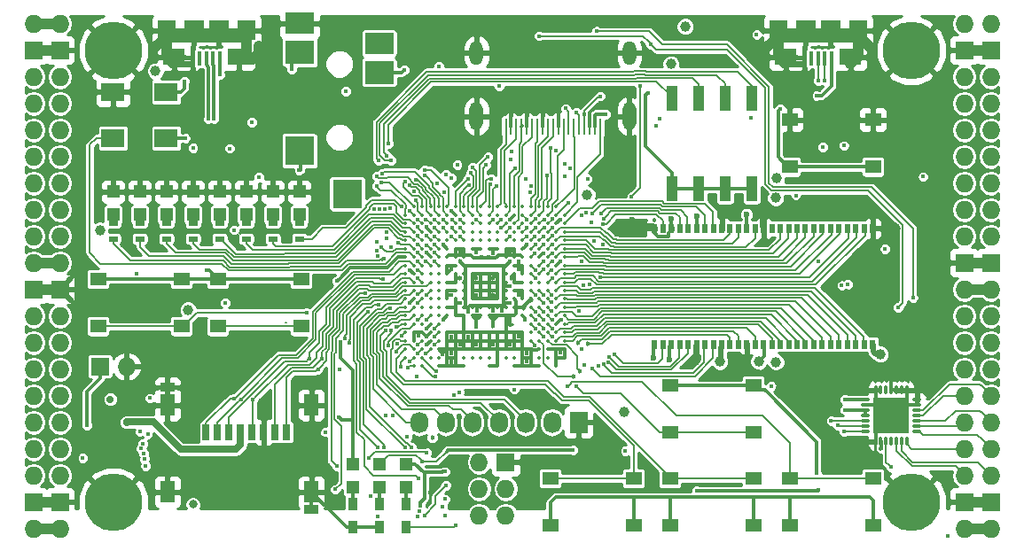
<source format=gtl>
G04 #@! TF.FileFunction,Copper,L1,Top,Signal*
%FSLAX46Y46*%
G04 Gerber Fmt 4.6, Leading zero omitted, Abs format (unit mm)*
G04 Created by KiCad (PCBNEW 4.0.7+dfsg1-1) date Wed Jan 10 23:52:42 2018*
%MOMM*%
%LPD*%
G01*
G04 APERTURE LIST*
%ADD10C,0.100000*%
%ADD11O,1.727200X1.727200*%
%ADD12R,1.727200X1.727200*%
%ADD13C,5.500000*%
%ADD14R,0.900000X1.200000*%
%ADD15R,2.100000X1.600000*%
%ADD16R,1.900000X1.900000*%
%ADD17R,0.400000X1.350000*%
%ADD18R,1.800000X1.900000*%
%ADD19O,0.850000X0.300000*%
%ADD20O,0.300000X0.850000*%
%ADD21R,1.675000X1.675000*%
%ADD22R,1.727200X2.032000*%
%ADD23O,1.727200X2.032000*%
%ADD24R,1.550000X1.300000*%
%ADD25R,1.120000X2.440000*%
%ADD26C,0.350000*%
%ADD27R,1.200000X1.200000*%
%ADD28R,2.800000X2.000000*%
%ADD29R,2.800000X2.200000*%
%ADD30R,2.800000X2.800000*%
%ADD31O,1.300000X2.700000*%
%ADD32O,1.300000X2.300000*%
%ADD33R,0.250000X1.600000*%
%ADD34R,0.700000X1.500000*%
%ADD35R,1.450000X0.900000*%
%ADD36R,1.450000X2.000000*%
%ADD37R,2.200000X1.800000*%
%ADD38R,0.560000X0.900000*%
%ADD39R,0.900000X0.500000*%
%ADD40C,0.400000*%
%ADD41C,1.000000*%
%ADD42C,0.600000*%
%ADD43C,0.454000*%
%ADD44C,0.800000*%
%ADD45C,0.700000*%
%ADD46C,0.300000*%
%ADD47C,0.190000*%
%ADD48C,0.500000*%
%ADD49C,1.000000*%
%ADD50C,0.600000*%
%ADD51C,0.200000*%
%ADD52C,0.700000*%
%ADD53C,0.127000*%
%ADD54C,0.254000*%
G04 APERTURE END LIST*
D10*
D11*
X97910000Y-62690000D03*
X95370000Y-62690000D03*
D12*
X97910000Y-65230000D03*
X95370000Y-65230000D03*
D11*
X97910000Y-67770000D03*
X95370000Y-67770000D03*
X97910000Y-70310000D03*
X95370000Y-70310000D03*
X97910000Y-72850000D03*
X95370000Y-72850000D03*
X97910000Y-75390000D03*
X95370000Y-75390000D03*
X97910000Y-77930000D03*
X95370000Y-77930000D03*
X97910000Y-80470000D03*
X95370000Y-80470000D03*
X97910000Y-83010000D03*
X95370000Y-83010000D03*
X97910000Y-85550000D03*
X95370000Y-85550000D03*
D12*
X97910000Y-88090000D03*
X95370000Y-88090000D03*
D11*
X97910000Y-90630000D03*
X95370000Y-90630000D03*
X97910000Y-93170000D03*
X95370000Y-93170000D03*
X97910000Y-95710000D03*
X95370000Y-95710000D03*
X97910000Y-98250000D03*
X95370000Y-98250000D03*
X97910000Y-100790000D03*
X95370000Y-100790000D03*
X97910000Y-103330000D03*
X95370000Y-103330000D03*
X97910000Y-105870000D03*
X95370000Y-105870000D03*
D12*
X97910000Y-108410000D03*
X95370000Y-108410000D03*
D11*
X97910000Y-110950000D03*
X95370000Y-110950000D03*
X184270000Y-110950000D03*
X186810000Y-110950000D03*
D12*
X184270000Y-108410000D03*
X186810000Y-108410000D03*
D11*
X184270000Y-105870000D03*
X186810000Y-105870000D03*
X184270000Y-103330000D03*
X186810000Y-103330000D03*
X184270000Y-100790000D03*
X186810000Y-100790000D03*
X184270000Y-98250000D03*
X186810000Y-98250000D03*
X184270000Y-95710000D03*
X186810000Y-95710000D03*
X184270000Y-93170000D03*
X186810000Y-93170000D03*
X184270000Y-90630000D03*
X186810000Y-90630000D03*
X184270000Y-88090000D03*
X186810000Y-88090000D03*
D12*
X184270000Y-85550000D03*
X186810000Y-85550000D03*
D11*
X184270000Y-83010000D03*
X186810000Y-83010000D03*
X184270000Y-80470000D03*
X186810000Y-80470000D03*
X184270000Y-77930000D03*
X186810000Y-77930000D03*
X184270000Y-75390000D03*
X186810000Y-75390000D03*
X184270000Y-72850000D03*
X186810000Y-72850000D03*
X184270000Y-70310000D03*
X186810000Y-70310000D03*
X184270000Y-67770000D03*
X186810000Y-67770000D03*
D12*
X184270000Y-65230000D03*
X186810000Y-65230000D03*
D11*
X184270000Y-62690000D03*
X186810000Y-62690000D03*
D13*
X102990000Y-108410000D03*
X179190000Y-108410000D03*
X179190000Y-65230000D03*
X102990000Y-65230000D03*
D12*
X101720000Y-95456000D03*
D11*
X104260000Y-95456000D03*
D14*
X128390000Y-108580000D03*
X128390000Y-110780000D03*
X130930000Y-110780000D03*
X130930000Y-108580000D03*
D15*
X114980000Y-65875000D03*
X108780000Y-65875000D03*
D16*
X113080000Y-63325000D03*
X110680000Y-63325000D03*
D17*
X113180000Y-66000000D03*
X112530000Y-66000000D03*
X111880000Y-66000000D03*
X111230000Y-66000000D03*
X110580000Y-66000000D03*
D18*
X115680000Y-63325000D03*
X108080000Y-63325000D03*
D15*
X173400000Y-65875000D03*
X167200000Y-65875000D03*
D16*
X171500000Y-63325000D03*
X169100000Y-63325000D03*
D17*
X171600000Y-66000000D03*
X170950000Y-66000000D03*
X170300000Y-66000000D03*
X169650000Y-66000000D03*
X169000000Y-66000000D03*
D18*
X174100000Y-63325000D03*
X166500000Y-63325000D03*
D12*
X140455000Y-104600000D03*
D11*
X137915000Y-104600000D03*
X140455000Y-107140000D03*
X137915000Y-107140000D03*
X140455000Y-109680000D03*
X137915000Y-109680000D03*
D19*
X179735000Y-101655000D03*
X179735000Y-101155000D03*
X179735000Y-100655000D03*
X179735000Y-100155000D03*
X179735000Y-99655000D03*
X179735000Y-99155000D03*
X179735000Y-98655000D03*
D20*
X178785000Y-97705000D03*
X178285000Y-97705000D03*
X177785000Y-97705000D03*
X177285000Y-97705000D03*
X176785000Y-97705000D03*
X176285000Y-97705000D03*
X175785000Y-97705000D03*
D19*
X174835000Y-98655000D03*
X174835000Y-99155000D03*
X174835000Y-99655000D03*
X174835000Y-100155000D03*
X174835000Y-100655000D03*
X174835000Y-101155000D03*
X174835000Y-101655000D03*
D20*
X175785000Y-102605000D03*
X176285000Y-102605000D03*
X176785000Y-102605000D03*
X177285000Y-102605000D03*
X177785000Y-102605000D03*
X178285000Y-102605000D03*
X178785000Y-102605000D03*
D21*
X176447500Y-99317500D03*
X176447500Y-100992500D03*
X178122500Y-99317500D03*
X178122500Y-100992500D03*
D22*
X147440000Y-100790000D03*
D23*
X144900000Y-100790000D03*
X142360000Y-100790000D03*
X139820000Y-100790000D03*
X137280000Y-100790000D03*
X134740000Y-100790000D03*
X132200000Y-100790000D03*
D24*
X175550000Y-71870000D03*
X175550000Y-76370000D03*
X167590000Y-76370000D03*
X167590000Y-71870000D03*
X101550000Y-91610000D03*
X101550000Y-87110000D03*
X109510000Y-87110000D03*
X109510000Y-91610000D03*
X112980000Y-91610000D03*
X112980000Y-87110000D03*
X120940000Y-87110000D03*
X120940000Y-91610000D03*
X156160000Y-101770000D03*
X156160000Y-97270000D03*
X164120000Y-97270000D03*
X164120000Y-101770000D03*
X164120000Y-106160000D03*
X164120000Y-110660000D03*
X156160000Y-110660000D03*
X156160000Y-106160000D03*
X152690000Y-106160000D03*
X152690000Y-110660000D03*
X144730000Y-110660000D03*
X144730000Y-106160000D03*
X175550000Y-106160000D03*
X175550000Y-110660000D03*
X167590000Y-110660000D03*
X167590000Y-106160000D03*
D25*
X156330000Y-78425000D03*
X163950000Y-69815000D03*
X158870000Y-78425000D03*
X161410000Y-69815000D03*
X161410000Y-78425000D03*
X158870000Y-69815000D03*
X163950000Y-78425000D03*
X156330000Y-69815000D03*
D26*
X131680000Y-80200000D03*
X132480000Y-80200000D03*
X133280000Y-80200000D03*
X134080000Y-80200000D03*
X134880000Y-80200000D03*
X135680000Y-80200000D03*
X136480000Y-80200000D03*
X137280000Y-80200000D03*
X138080000Y-80200000D03*
X138880000Y-80200000D03*
X139680000Y-80200000D03*
X140480000Y-80200000D03*
X141280000Y-80200000D03*
X142080000Y-80200000D03*
X142880000Y-80200000D03*
X143680000Y-80200000D03*
X144480000Y-80200000D03*
X145280000Y-80200000D03*
X130880000Y-81000000D03*
X131680000Y-81000000D03*
X132480000Y-81000000D03*
X133280000Y-81000000D03*
X134080000Y-81000000D03*
X134880000Y-81000000D03*
X135680000Y-81000000D03*
X136480000Y-81000000D03*
X137280000Y-81000000D03*
X138080000Y-81000000D03*
X138880000Y-81000000D03*
X139680000Y-81000000D03*
X140480000Y-81000000D03*
X141280000Y-81000000D03*
X142080000Y-81000000D03*
X142880000Y-81000000D03*
X143680000Y-81000000D03*
X144480000Y-81000000D03*
X145280000Y-81000000D03*
X146080000Y-81000000D03*
X130880000Y-81800000D03*
X131680000Y-81800000D03*
X132480000Y-81800000D03*
X133280000Y-81800000D03*
X134080000Y-81800000D03*
X134880000Y-81800000D03*
X135680000Y-81800000D03*
X136480000Y-81800000D03*
X137280000Y-81800000D03*
X138080000Y-81800000D03*
X138880000Y-81800000D03*
X139680000Y-81800000D03*
X140480000Y-81800000D03*
X141280000Y-81800000D03*
X142080000Y-81800000D03*
X142880000Y-81800000D03*
X143680000Y-81800000D03*
X144480000Y-81800000D03*
X145280000Y-81800000D03*
X146080000Y-81800000D03*
X130880000Y-82600000D03*
X131680000Y-82600000D03*
X132480000Y-82600000D03*
X133280000Y-82600000D03*
X134080000Y-82600000D03*
X134880000Y-82600000D03*
X135680000Y-82600000D03*
X136480000Y-82600000D03*
X137280000Y-82600000D03*
X138080000Y-82600000D03*
X138880000Y-82600000D03*
X139680000Y-82600000D03*
X140480000Y-82600000D03*
X141280000Y-82600000D03*
X142080000Y-82600000D03*
X142880000Y-82600000D03*
X143680000Y-82600000D03*
X144480000Y-82600000D03*
X145280000Y-82600000D03*
X146080000Y-82600000D03*
X130880000Y-83400000D03*
X131680000Y-83400000D03*
X132480000Y-83400000D03*
X133280000Y-83400000D03*
X134080000Y-83400000D03*
X134880000Y-83400000D03*
X135680000Y-83400000D03*
X136480000Y-83400000D03*
X137280000Y-83400000D03*
X138080000Y-83400000D03*
X138880000Y-83400000D03*
X139680000Y-83400000D03*
X140480000Y-83400000D03*
X141280000Y-83400000D03*
X142080000Y-83400000D03*
X142880000Y-83400000D03*
X143680000Y-83400000D03*
X144480000Y-83400000D03*
X145280000Y-83400000D03*
X146080000Y-83400000D03*
X130880000Y-84200000D03*
X131680000Y-84200000D03*
X132480000Y-84200000D03*
X133280000Y-84200000D03*
X134080000Y-84200000D03*
X134880000Y-84200000D03*
X135680000Y-84200000D03*
X136480000Y-84200000D03*
X137280000Y-84200000D03*
X138080000Y-84200000D03*
X138880000Y-84200000D03*
X139680000Y-84200000D03*
X140480000Y-84200000D03*
X141280000Y-84200000D03*
X142080000Y-84200000D03*
X142880000Y-84200000D03*
X143680000Y-84200000D03*
X144480000Y-84200000D03*
X145280000Y-84200000D03*
X146080000Y-84200000D03*
X130880000Y-85000000D03*
X131680000Y-85000000D03*
X132480000Y-85000000D03*
X133280000Y-85000000D03*
X134080000Y-85000000D03*
X134880000Y-85000000D03*
X135680000Y-85000000D03*
X136480000Y-85000000D03*
X137280000Y-85000000D03*
X138080000Y-85000000D03*
X138880000Y-85000000D03*
X139680000Y-85000000D03*
X140480000Y-85000000D03*
X141280000Y-85000000D03*
X142080000Y-85000000D03*
X142880000Y-85000000D03*
X143680000Y-85000000D03*
X144480000Y-85000000D03*
X145280000Y-85000000D03*
X146080000Y-85000000D03*
X130880000Y-85800000D03*
X131680000Y-85800000D03*
X132480000Y-85800000D03*
X133280000Y-85800000D03*
X134080000Y-85800000D03*
X134880000Y-85800000D03*
X135680000Y-85800000D03*
X136480000Y-85800000D03*
X137280000Y-85800000D03*
X138080000Y-85800000D03*
X138880000Y-85800000D03*
X139680000Y-85800000D03*
X140480000Y-85800000D03*
X141280000Y-85800000D03*
X142080000Y-85800000D03*
X142880000Y-85800000D03*
X143680000Y-85800000D03*
X144480000Y-85800000D03*
X145280000Y-85800000D03*
X146080000Y-85800000D03*
X130880000Y-86600000D03*
X131680000Y-86600000D03*
X132480000Y-86600000D03*
X133280000Y-86600000D03*
X134080000Y-86600000D03*
X134880000Y-86600000D03*
X135680000Y-86600000D03*
X136480000Y-86600000D03*
X137280000Y-86600000D03*
X138080000Y-86600000D03*
X138880000Y-86600000D03*
X139680000Y-86600000D03*
X140480000Y-86600000D03*
X141280000Y-86600000D03*
X142080000Y-86600000D03*
X142880000Y-86600000D03*
X143680000Y-86600000D03*
X144480000Y-86600000D03*
X145280000Y-86600000D03*
X146080000Y-86600000D03*
X130880000Y-87400000D03*
X131680000Y-87400000D03*
X132480000Y-87400000D03*
X133280000Y-87400000D03*
X134080000Y-87400000D03*
X134880000Y-87400000D03*
X135680000Y-87400000D03*
X136480000Y-87400000D03*
X137280000Y-87400000D03*
X138080000Y-87400000D03*
X138880000Y-87400000D03*
X139680000Y-87400000D03*
X140480000Y-87400000D03*
X141280000Y-87400000D03*
X142080000Y-87400000D03*
X142880000Y-87400000D03*
X143680000Y-87400000D03*
X144480000Y-87400000D03*
X145280000Y-87400000D03*
X146080000Y-87400000D03*
X130880000Y-88200000D03*
X131680000Y-88200000D03*
X132480000Y-88200000D03*
X133280000Y-88200000D03*
X134080000Y-88200000D03*
X134880000Y-88200000D03*
X135680000Y-88200000D03*
X136480000Y-88200000D03*
X137280000Y-88200000D03*
X138080000Y-88200000D03*
X138880000Y-88200000D03*
X139680000Y-88200000D03*
X140480000Y-88200000D03*
X141280000Y-88200000D03*
X142080000Y-88200000D03*
X142880000Y-88200000D03*
X143680000Y-88200000D03*
X144480000Y-88200000D03*
X145280000Y-88200000D03*
X146080000Y-88200000D03*
X130880000Y-89000000D03*
X131680000Y-89000000D03*
X132480000Y-89000000D03*
X133280000Y-89000000D03*
X134080000Y-89000000D03*
X134880000Y-89000000D03*
X135680000Y-89000000D03*
X136480000Y-89000000D03*
X137280000Y-89000000D03*
X138080000Y-89000000D03*
X138880000Y-89000000D03*
X139680000Y-89000000D03*
X140480000Y-89000000D03*
X141280000Y-89000000D03*
X142080000Y-89000000D03*
X142880000Y-89000000D03*
X143680000Y-89000000D03*
X144480000Y-89000000D03*
X145280000Y-89000000D03*
X146080000Y-89000000D03*
X130880000Y-89800000D03*
X131680000Y-89800000D03*
X132480000Y-89800000D03*
X133280000Y-89800000D03*
X134080000Y-89800000D03*
X134880000Y-89800000D03*
X135680000Y-89800000D03*
X136480000Y-89800000D03*
X137280000Y-89800000D03*
X138080000Y-89800000D03*
X138880000Y-89800000D03*
X139680000Y-89800000D03*
X140480000Y-89800000D03*
X141280000Y-89800000D03*
X142080000Y-89800000D03*
X142880000Y-89800000D03*
X143680000Y-89800000D03*
X144480000Y-89800000D03*
X145280000Y-89800000D03*
X146080000Y-89800000D03*
X130880000Y-90600000D03*
X131680000Y-90600000D03*
X132480000Y-90600000D03*
X133280000Y-90600000D03*
X134080000Y-90600000D03*
X134880000Y-90600000D03*
X135680000Y-90600000D03*
X136480000Y-90600000D03*
X137280000Y-90600000D03*
X138080000Y-90600000D03*
X138880000Y-90600000D03*
X139680000Y-90600000D03*
X140480000Y-90600000D03*
X141280000Y-90600000D03*
X142080000Y-90600000D03*
X142880000Y-90600000D03*
X143680000Y-90600000D03*
X144480000Y-90600000D03*
X145280000Y-90600000D03*
X146080000Y-90600000D03*
X130880000Y-91400000D03*
X131680000Y-91400000D03*
X132480000Y-91400000D03*
X133280000Y-91400000D03*
X134080000Y-91400000D03*
X142880000Y-91400000D03*
X143680000Y-91400000D03*
X144480000Y-91400000D03*
X145280000Y-91400000D03*
X146080000Y-91400000D03*
X130880000Y-92200000D03*
X131680000Y-92200000D03*
X132480000Y-92200000D03*
X133280000Y-92200000D03*
X134080000Y-92200000D03*
X134880000Y-92200000D03*
X135680000Y-92200000D03*
X136480000Y-92200000D03*
X137280000Y-92200000D03*
X138080000Y-92200000D03*
X138880000Y-92200000D03*
X139680000Y-92200000D03*
X140480000Y-92200000D03*
X141280000Y-92200000D03*
X142080000Y-92200000D03*
X142880000Y-92200000D03*
X143680000Y-92200000D03*
X144480000Y-92200000D03*
X145280000Y-92200000D03*
X146080000Y-92200000D03*
X130880000Y-93000000D03*
X131680000Y-93000000D03*
X132480000Y-93000000D03*
X133280000Y-93000000D03*
X134080000Y-93000000D03*
X134880000Y-93000000D03*
X135680000Y-93000000D03*
X136480000Y-93000000D03*
X137280000Y-93000000D03*
X138080000Y-93000000D03*
X138880000Y-93000000D03*
X139680000Y-93000000D03*
X140480000Y-93000000D03*
X141280000Y-93000000D03*
X142080000Y-93000000D03*
X142880000Y-93000000D03*
X143680000Y-93000000D03*
X144480000Y-93000000D03*
X145280000Y-93000000D03*
X146080000Y-93000000D03*
X130880000Y-93800000D03*
X131680000Y-93800000D03*
X132480000Y-93800000D03*
X133280000Y-93800000D03*
X134080000Y-93800000D03*
X134880000Y-93800000D03*
X135680000Y-93800000D03*
X136480000Y-93800000D03*
X137280000Y-93800000D03*
X138080000Y-93800000D03*
X138880000Y-93800000D03*
X139680000Y-93800000D03*
X140480000Y-93800000D03*
X141280000Y-93800000D03*
X142080000Y-93800000D03*
X142880000Y-93800000D03*
X143680000Y-93800000D03*
X144480000Y-93800000D03*
X145280000Y-93800000D03*
X146080000Y-93800000D03*
X130880000Y-94600000D03*
X131680000Y-94600000D03*
X132480000Y-94600000D03*
X133280000Y-94600000D03*
X134080000Y-94600000D03*
X134880000Y-94600000D03*
X135680000Y-94600000D03*
X136480000Y-94600000D03*
X137280000Y-94600000D03*
X138080000Y-94600000D03*
X138880000Y-94600000D03*
X139680000Y-94600000D03*
X140480000Y-94600000D03*
X141280000Y-94600000D03*
X142080000Y-94600000D03*
X142880000Y-94600000D03*
X143680000Y-94600000D03*
X144480000Y-94600000D03*
X145280000Y-94600000D03*
X146080000Y-94600000D03*
X131680000Y-95400000D03*
X132480000Y-95400000D03*
X134080000Y-95400000D03*
X134880000Y-95400000D03*
X135680000Y-95400000D03*
X136480000Y-95400000D03*
X138880000Y-95400000D03*
X139680000Y-95400000D03*
X141280000Y-95400000D03*
X142080000Y-95400000D03*
X142880000Y-95400000D03*
X143680000Y-95400000D03*
X145280000Y-95400000D03*
D27*
X125850000Y-104770000D03*
X125850000Y-106970000D03*
D14*
X125850000Y-108580000D03*
X125850000Y-110780000D03*
D27*
X128390000Y-104770000D03*
X128390000Y-106970000D03*
X120770000Y-80935000D03*
X120770000Y-78735000D03*
X118230000Y-80935000D03*
X118230000Y-78735000D03*
X115690000Y-80935000D03*
X115690000Y-78735000D03*
X113150000Y-80935000D03*
X113150000Y-78735000D03*
X110610000Y-80935000D03*
X110610000Y-78735000D03*
X108070000Y-80935000D03*
X108070000Y-78735000D03*
X105530000Y-80935000D03*
X105530000Y-78735000D03*
X102990000Y-80935000D03*
X102990000Y-78735000D03*
X130930000Y-104770000D03*
X130930000Y-106970000D03*
D28*
X120780000Y-62648000D03*
D29*
X120780000Y-65448000D03*
D30*
X120780000Y-74848000D03*
X125330000Y-78948000D03*
D29*
X128380000Y-67348000D03*
D28*
X128380000Y-64548000D03*
D31*
X152280000Y-71550000D03*
X137680000Y-71550000D03*
D32*
X137680000Y-65500000D03*
D33*
X140480000Y-72500000D03*
X140980000Y-72500000D03*
X141480000Y-72500000D03*
X141980000Y-72500000D03*
X142480000Y-72500000D03*
X142980000Y-72500000D03*
X143480000Y-72500000D03*
X143980000Y-72500000D03*
X144480000Y-72500000D03*
X144980000Y-72500000D03*
X145480000Y-72500000D03*
X145980000Y-72500000D03*
X146480000Y-72500000D03*
X146980000Y-72500000D03*
X147480000Y-72500000D03*
X147980000Y-72500000D03*
X148480000Y-72500000D03*
X148980000Y-72500000D03*
X149480000Y-72500000D03*
D32*
X152280000Y-65500000D03*
D34*
X111850000Y-101750000D03*
X112950000Y-101750000D03*
X114050000Y-101750000D03*
X115150000Y-101750000D03*
X116250000Y-101750000D03*
X117350000Y-101750000D03*
X118450000Y-101750000D03*
X119550000Y-101750000D03*
D35*
X108175000Y-97450000D03*
X121925000Y-109150000D03*
D36*
X121925000Y-99150000D03*
X108175000Y-99150000D03*
X108175000Y-107450000D03*
X121925000Y-107450000D03*
D37*
X108040000Y-69220000D03*
X102960000Y-69220000D03*
X102960000Y-73620000D03*
X108040000Y-73620000D03*
D38*
X175493000Y-82270000D03*
X154693000Y-93330000D03*
X155493000Y-93330000D03*
X156293000Y-93330000D03*
X157093000Y-93330000D03*
X157893000Y-93330000D03*
X158693000Y-93330000D03*
X159493000Y-93330000D03*
X160293000Y-93330000D03*
X161093000Y-93330000D03*
X161893000Y-93330000D03*
X162693000Y-93330000D03*
X163493000Y-93330000D03*
X164293000Y-93330000D03*
X165093000Y-93330000D03*
X165893000Y-93330000D03*
X166693000Y-93330000D03*
X167493000Y-93330000D03*
X168293000Y-93330000D03*
X169093000Y-93330000D03*
X169893000Y-93330000D03*
X170693000Y-93330000D03*
X171493000Y-93330000D03*
X172293000Y-93330000D03*
X173093000Y-93330000D03*
X173893000Y-93330000D03*
X174693000Y-93330000D03*
X175493000Y-93330000D03*
X174693000Y-82270000D03*
X173893000Y-82270000D03*
X173093000Y-82270000D03*
X172293000Y-82270000D03*
X171493000Y-82270000D03*
X170693000Y-82270000D03*
X169893000Y-82270000D03*
X169093000Y-82270000D03*
X168293000Y-82270000D03*
X167493000Y-82270000D03*
X166693000Y-82270000D03*
X165893000Y-82270000D03*
X165093000Y-82270000D03*
X164293000Y-82270000D03*
X163493000Y-82270000D03*
X162693000Y-82270000D03*
X161893000Y-82270000D03*
X161093000Y-82270000D03*
X160293000Y-82270000D03*
X159493000Y-82270000D03*
X158693000Y-82270000D03*
X157893000Y-82270000D03*
X157093000Y-82270000D03*
X156293000Y-82270000D03*
X155493000Y-82270000D03*
X154693000Y-82270000D03*
D39*
X120770000Y-83252000D03*
X120770000Y-81752000D03*
X118230000Y-83252000D03*
X118230000Y-81752000D03*
X115690000Y-83252000D03*
X115690000Y-81752000D03*
X113150000Y-83252000D03*
X113150000Y-81752000D03*
X110610000Y-83252000D03*
X110610000Y-81752000D03*
X108070000Y-83252000D03*
X108070000Y-81752000D03*
X105530000Y-83252000D03*
X105530000Y-81752000D03*
X102990000Y-83252000D03*
X102990000Y-81752000D03*
D40*
X144103496Y-84660400D03*
D41*
X177658444Y-82281349D03*
D40*
X145680000Y-81405125D03*
X145691238Y-94166752D03*
X145759873Y-91010176D03*
D42*
X152525938Y-81463870D03*
D41*
X162956098Y-95078488D03*
X158539988Y-94868772D03*
D42*
X161075765Y-80992022D03*
X164882869Y-80938986D03*
X156262773Y-81349374D03*
X123437000Y-108972000D03*
D40*
X132871770Y-84533979D03*
X132862998Y-82124544D03*
X131278306Y-86213101D03*
X135281276Y-80583119D03*
X131279502Y-89407325D03*
X170309539Y-85441529D03*
X145672808Y-85396062D03*
X133216000Y-107465000D03*
X137680000Y-88600000D03*
X142480000Y-95000000D03*
X141680000Y-92600000D03*
X140836000Y-84534000D03*
X135284627Y-94985297D03*
X135288625Y-94225619D03*
X134455822Y-94267172D03*
X136095958Y-93369652D03*
D43*
X139264636Y-91615205D03*
D41*
X116880503Y-64802940D03*
X106974809Y-64953974D03*
X175210328Y-64948943D03*
X165417246Y-64954666D03*
D40*
X175495631Y-71457432D03*
X177285000Y-95710000D03*
X140880000Y-81400000D03*
X136085174Y-89394826D03*
X140874194Y-91433353D03*
X142480000Y-94200000D03*
X140880000Y-93400000D03*
X139280000Y-93400000D03*
X137680000Y-93400000D03*
X136880000Y-92600000D03*
X135280000Y-92600000D03*
X132880000Y-91800000D03*
X132880000Y-93400000D03*
D43*
X141042859Y-86994997D03*
X139280000Y-87000000D03*
X136110990Y-86995403D03*
X137680000Y-87000000D03*
X136080000Y-84600000D03*
X139280000Y-88600000D03*
D41*
X101707889Y-82423180D03*
X107021491Y-67228122D03*
X166284693Y-95025145D03*
X166248957Y-79348409D03*
X166343357Y-77477990D03*
D40*
X172564535Y-87722010D03*
X150030853Y-71331848D03*
D41*
X156235582Y-66548363D03*
X157600000Y-62944000D03*
D40*
X114513935Y-82409431D03*
X116912932Y-77355158D03*
X109760378Y-68177900D03*
X109840000Y-73620000D03*
X132110753Y-92527478D03*
X113658000Y-89360000D03*
X165803369Y-97344883D03*
D41*
X148237462Y-79019093D03*
D40*
X148271935Y-77558071D03*
D41*
X160905403Y-95006436D03*
D42*
X158731133Y-81048929D03*
X154593901Y-94607945D03*
X156088245Y-94762980D03*
D41*
X164625730Y-94982471D03*
D42*
X163462982Y-80942429D03*
D41*
X176254940Y-94288458D03*
D44*
X110593913Y-108636458D03*
D40*
X180340784Y-77316932D03*
X173137949Y-87594275D03*
D45*
X102710050Y-98594954D03*
D40*
X154794000Y-72426000D03*
X129005202Y-100174798D03*
X137659051Y-91638034D03*
X139820000Y-68665673D03*
X172834633Y-99599920D03*
X172879922Y-98618650D03*
X176305593Y-103279812D03*
X164433885Y-63737451D03*
X134079160Y-66786153D03*
X100080000Y-104200000D03*
X135273306Y-88618602D03*
X139272517Y-84611349D03*
X137680556Y-84534085D03*
X141680000Y-86200000D03*
X135280000Y-86200000D03*
X132880000Y-92600000D03*
X141680000Y-88600000D03*
X141680000Y-85400000D03*
X129983242Y-91668979D03*
X121431221Y-90311593D03*
X130566572Y-92512084D03*
X121041200Y-91125073D03*
X146394787Y-97333919D03*
X143300000Y-86220000D03*
X147175985Y-97333919D03*
X147700000Y-93820000D03*
X144900000Y-91820000D03*
X142277990Y-91000000D03*
D41*
X110128890Y-90028152D03*
D40*
X142480000Y-83800000D03*
X134480000Y-83800000D03*
X134480000Y-91000000D03*
X105245010Y-86595559D03*
X125193541Y-69156848D03*
X155149360Y-71764535D03*
X170182962Y-69571012D03*
X170362901Y-107286196D03*
X158716651Y-107325176D03*
X136028224Y-97922729D03*
X128216338Y-109760338D03*
X132708000Y-109680000D03*
X134750646Y-106810513D03*
X133680000Y-91800000D03*
X135517016Y-98167170D03*
X134675868Y-108131585D03*
D43*
X133449289Y-102232615D03*
D40*
X133680000Y-92600000D03*
X132936956Y-103711000D03*
X127385678Y-104203668D03*
X133685482Y-93402296D03*
X134463998Y-108841973D03*
X131986331Y-96404793D03*
X131039072Y-102187000D03*
X134636872Y-109719950D03*
X132846234Y-94197073D03*
X176700000Y-84220000D03*
X143260000Y-84620000D03*
X120739932Y-76694083D03*
X130761990Y-67119621D03*
X147186000Y-71200000D03*
X147983153Y-71347080D03*
X149475951Y-69619684D03*
X153297112Y-68608292D03*
X177926984Y-89812061D03*
X154329326Y-64643767D03*
X152497066Y-79193467D03*
X146481406Y-79819384D03*
X143650666Y-63862520D03*
X179351513Y-88868327D03*
X149134122Y-63424051D03*
X140035989Y-81400000D03*
X121687479Y-94718249D03*
X128776655Y-87127857D03*
X132083026Y-86260405D03*
X116312533Y-98645922D03*
X122932649Y-94724357D03*
X122527919Y-95725900D03*
X124580000Y-95710000D03*
X116198000Y-72088000D03*
X127586603Y-107875044D03*
X113157250Y-67567056D03*
X146180000Y-70800000D03*
X131453853Y-103208291D03*
X149771692Y-81825658D03*
X144080000Y-86200000D03*
X149533922Y-86909940D03*
X144894316Y-86977564D03*
X144896700Y-83835368D03*
X149549750Y-80868432D03*
D43*
X147343891Y-93217126D03*
D40*
X144113248Y-92588762D03*
X144875155Y-86292748D03*
X149846468Y-81303978D03*
X148696112Y-80861847D03*
X144916886Y-82991356D03*
D43*
X148349010Y-93322307D03*
D40*
X144882352Y-92577990D03*
X144902941Y-90956495D03*
X148747982Y-95669626D03*
X144867244Y-90112484D03*
X149795895Y-95251084D03*
X144855814Y-89268481D03*
X150278898Y-95040253D03*
X150345974Y-94517527D03*
X144877648Y-88622010D03*
X150889207Y-94332565D03*
X143280000Y-87000000D03*
X131084713Y-95564177D03*
X130135246Y-93288711D03*
X130422000Y-95456000D03*
X131316164Y-94959140D03*
X129978307Y-94019141D03*
X132031990Y-93400000D03*
X129222210Y-93441046D03*
X141280657Y-97642010D03*
X133852393Y-95875797D03*
X133762848Y-96395146D03*
X132080000Y-94200000D03*
X128622659Y-84064643D03*
X105895603Y-103765816D03*
X129449238Y-89873934D03*
X130839486Y-103208291D03*
X132075624Y-89410644D03*
X128806823Y-103185900D03*
X128312094Y-89556924D03*
X132162861Y-106185868D03*
X132880000Y-88600000D03*
X127040053Y-88426410D03*
X124322162Y-105002357D03*
X132080000Y-87000000D03*
X125525099Y-93236764D03*
X124202418Y-107207639D03*
X110599084Y-74589383D03*
X132024412Y-109766775D03*
X114104080Y-74612196D03*
X132219727Y-109277292D03*
X115165033Y-98598050D03*
X131847310Y-79589886D03*
X132080000Y-81400000D03*
X132080007Y-82103333D03*
X132872609Y-82968555D03*
X133627359Y-81414685D03*
X133648389Y-82190597D03*
X131923295Y-77584853D03*
X130856828Y-77786820D03*
X129533728Y-91985990D03*
X132880000Y-91000000D03*
X129006717Y-91985990D03*
X132077648Y-90977990D03*
X131275302Y-80595752D03*
X130489904Y-80167235D03*
X128823114Y-85153560D03*
X132072985Y-85377990D03*
X134476508Y-82180155D03*
X133942383Y-77980766D03*
X163908850Y-71651861D03*
X135656559Y-110610712D03*
X132468001Y-104503413D03*
X146844288Y-103452739D03*
D45*
X104260000Y-100790000D03*
D40*
X114554968Y-98534219D03*
X111895217Y-86253790D03*
X165170594Y-97666317D03*
X170157734Y-105666345D03*
X169506589Y-107953726D03*
X170735900Y-74464979D03*
X143257990Y-83000000D03*
X168166438Y-79108038D03*
X151896383Y-103510715D03*
X112614274Y-71803529D03*
X112074854Y-71810535D03*
X143269694Y-93414905D03*
X177274002Y-105079115D03*
X172761273Y-101651681D03*
X143280000Y-91800000D03*
X172193360Y-101105663D03*
X144064831Y-91877646D03*
X144080000Y-90956495D03*
X171540304Y-100645743D03*
X135320520Y-82196441D03*
X129493343Y-75737814D03*
X136080000Y-82200000D03*
X129125079Y-75315804D03*
X136080000Y-83000000D03*
X129252218Y-74142461D03*
X142377451Y-77497451D03*
X172746637Y-74347988D03*
X143280000Y-83800000D03*
X170300000Y-68151000D03*
X170950000Y-68125562D03*
X125110333Y-92787995D03*
X124361185Y-87274371D03*
X124361184Y-87274370D03*
X182675150Y-111637626D03*
X166678914Y-70803555D03*
X123273881Y-101715917D03*
X129660000Y-100155000D03*
X127308270Y-90221456D03*
X132084049Y-88558274D03*
X128280000Y-103200000D03*
X120008000Y-67008000D03*
X133680000Y-83000000D03*
X129457990Y-80285112D03*
X133680000Y-83800000D03*
X128943593Y-80399729D03*
X130204628Y-83599483D03*
X128416582Y-80399850D03*
X127889625Y-80407426D03*
X133680000Y-85400000D03*
X144780000Y-74590382D03*
X137689001Y-90122990D03*
D41*
X151758000Y-99774000D03*
D40*
X136885174Y-90194826D03*
X140094890Y-90122990D03*
X139280000Y-90122990D03*
X140880000Y-89400000D03*
X140880000Y-87800000D03*
X140880000Y-85400000D03*
D43*
X136080000Y-85400000D03*
D40*
X128333179Y-75769807D03*
X134613000Y-78819000D03*
X135280000Y-83022010D03*
X154052298Y-69302298D03*
X100450000Y-101044000D03*
X132285867Y-108754446D03*
X134707351Y-105508447D03*
X139280000Y-81400000D03*
X139578623Y-78205862D03*
X139034115Y-78040948D03*
X139046749Y-77514088D03*
X138580000Y-76200000D03*
X138779198Y-75400762D03*
X137680000Y-81400000D03*
X137308732Y-76415018D03*
X137106948Y-76979922D03*
X136859538Y-77550820D03*
X136922059Y-78097889D03*
X136096392Y-81395070D03*
X135830698Y-76200613D03*
X135315381Y-81391918D03*
X135280062Y-77463305D03*
X134471370Y-81406751D03*
X134758050Y-77130140D03*
D43*
X146942280Y-96452058D03*
X147534467Y-95913260D03*
D40*
X147928857Y-95339016D03*
X143322010Y-91000657D03*
X149284391Y-95377990D03*
X144077013Y-90266968D03*
X147430953Y-90112484D03*
X144076240Y-89395301D03*
X143322010Y-90201951D03*
X147910791Y-87683418D03*
X144082832Y-88584510D03*
X143322010Y-88595030D03*
X148483539Y-87608166D03*
X144102010Y-85397219D03*
X144889349Y-85448737D03*
X147687390Y-85374093D03*
X149732494Y-83807694D03*
X144912409Y-84635817D03*
X148921512Y-83442010D03*
X144103186Y-83777990D03*
X148610661Y-81705858D03*
X144102010Y-83000000D03*
X144888125Y-82147345D03*
X148175253Y-80781550D03*
X144125486Y-82186468D03*
X147688311Y-80983115D03*
X144880008Y-81303333D03*
X142841210Y-78784254D03*
X142473549Y-82998913D03*
X142864275Y-78217369D03*
X142437464Y-82181475D03*
X146089079Y-77300571D03*
X144144931Y-81387081D03*
X144394875Y-77219934D03*
X146577729Y-76500816D03*
X143281475Y-82206074D03*
X146130802Y-76060132D03*
X143300920Y-81377293D03*
X145255695Y-74817220D03*
X141662690Y-82207782D03*
X142456909Y-81405800D03*
X140030954Y-82200000D03*
X141342967Y-76554996D03*
X141046643Y-74873804D03*
X140864029Y-83041403D03*
X140874966Y-82177164D03*
X140980062Y-75681941D03*
X132761172Y-77202673D03*
X132737245Y-76676207D03*
X128644933Y-77050030D03*
X128152012Y-77257840D03*
X128125571Y-78233647D03*
X128590544Y-77894041D03*
X131253134Y-78134216D03*
X106477197Y-98487772D03*
X131709326Y-78745875D03*
X132783339Y-81400004D03*
X132079024Y-82984045D03*
X129109095Y-82655074D03*
X105572759Y-101661319D03*
X106276126Y-101893466D03*
X132880889Y-83897835D03*
X129054383Y-83179239D03*
X129487667Y-84079929D03*
X132083682Y-83828056D03*
X105813763Y-102819336D03*
X128165458Y-83509725D03*
X132062099Y-84533979D03*
X105627254Y-103312241D03*
X128182016Y-84353737D03*
X105992720Y-104283802D03*
X133671942Y-84595200D03*
X128207686Y-84880123D03*
X106088753Y-104974041D03*
X132834641Y-85377990D03*
X124549015Y-100281602D03*
X124681087Y-93093755D03*
D46*
X154680000Y-81486121D02*
X154657528Y-81463649D01*
D47*
X119425148Y-91210000D02*
X119484873Y-91269725D01*
D46*
X105530000Y-78735000D02*
X102990000Y-78735000D01*
X108070000Y-78735000D02*
X105530000Y-78735000D01*
X110610000Y-78735000D02*
X108070000Y-78735000D01*
X113150000Y-78735000D02*
X110610000Y-78735000D01*
X115690000Y-78735000D02*
X113150000Y-78735000D01*
X118230000Y-78735000D02*
X115690000Y-78735000D01*
X120770000Y-78735000D02*
X118230000Y-78735000D01*
X152525938Y-81463870D02*
X152982068Y-81920000D01*
X152982068Y-81920000D02*
X154589000Y-81920000D01*
X154589000Y-81920000D02*
X154589000Y-82564717D01*
X154589000Y-82564717D02*
X154935999Y-82911716D01*
X154935999Y-82911716D02*
X154935999Y-82941601D01*
X154935999Y-82941601D02*
X154991399Y-82997001D01*
X156050001Y-82941601D02*
X156050001Y-82696040D01*
X154991399Y-82997001D02*
X155994601Y-82997001D01*
X155994601Y-82997001D02*
X156050001Y-82941601D01*
X156050001Y-82696040D02*
X156205000Y-82541041D01*
X156205000Y-82541041D02*
X156205000Y-81920000D01*
X144019600Y-84660400D02*
X144103496Y-84660400D01*
X143680000Y-85000000D02*
X144019600Y-84660400D01*
X177252609Y-82281349D02*
X177658444Y-82281349D01*
X177241260Y-82270000D02*
X177252609Y-82281349D01*
X145280000Y-81800000D02*
X145674875Y-81405125D01*
X145674875Y-81405125D02*
X145680000Y-81405125D01*
X145691238Y-93811238D02*
X145691238Y-93883910D01*
X145680000Y-93800000D02*
X145691238Y-93811238D01*
X145691238Y-93883910D02*
X145691238Y-94166752D01*
X145280000Y-91400000D02*
X145669824Y-91010176D01*
X145669824Y-91010176D02*
X145759873Y-91010176D01*
X121925000Y-107450000D02*
X121925000Y-109150000D01*
X163456097Y-94578489D02*
X162956098Y-95078488D01*
X163480000Y-94554586D02*
X163456097Y-94578489D01*
X163480000Y-93330000D02*
X163480000Y-94554586D01*
X158539988Y-93470012D02*
X158539988Y-94161666D01*
X158680000Y-93330000D02*
X158539988Y-93470012D01*
X158539988Y-94161666D02*
X158539988Y-94868772D01*
X161075765Y-81416286D02*
X161075765Y-80992022D01*
X161075765Y-82265765D02*
X161075765Y-81416286D01*
X161080000Y-82270000D02*
X161075765Y-82265765D01*
X164882869Y-82072869D02*
X164882869Y-81363250D01*
X165080000Y-82270000D02*
X164882869Y-82072869D01*
X164882869Y-81363250D02*
X164882869Y-80938986D01*
X156280000Y-82270000D02*
X156280000Y-81366601D01*
X156280000Y-81366601D02*
X156262773Y-81349374D01*
D48*
X175480000Y-82270000D02*
X177241260Y-82270000D01*
D46*
X148480000Y-71200000D02*
X149230000Y-70450000D01*
X148480000Y-72500000D02*
X148480000Y-71200000D01*
X145480000Y-72500000D02*
X145480000Y-71200000D01*
X143980000Y-72500000D02*
X143980000Y-71200000D01*
X142480000Y-72500000D02*
X142480000Y-71450000D01*
X142480000Y-71200000D02*
X142480000Y-71450000D01*
X140980000Y-72500000D02*
X140980000Y-71200000D01*
X134455822Y-94267172D02*
X134455822Y-94224178D01*
X134455822Y-94224178D02*
X134880000Y-93800000D01*
X123437000Y-108972000D02*
X125245000Y-110780000D01*
X125245000Y-110780000D02*
X125850000Y-110780000D01*
X125850000Y-110780000D02*
X125889531Y-110819531D01*
X125889531Y-110819531D02*
X126234488Y-110819531D01*
X126234488Y-110819531D02*
X126274019Y-110780000D01*
X126274019Y-110780000D02*
X127640000Y-110780000D01*
X127640000Y-110780000D02*
X128390000Y-110780000D01*
X121930000Y-107465000D02*
X123437000Y-108972000D01*
D49*
X184270000Y-65230000D02*
X186810000Y-65230000D01*
X184270000Y-85550000D02*
X186810000Y-85550000D01*
X184270000Y-108410000D02*
X186810000Y-108410000D01*
X95370000Y-108410000D02*
X97910000Y-108410000D01*
D48*
X97910000Y-88090000D02*
X98956608Y-87043392D01*
D46*
X98956608Y-87043392D02*
X98974574Y-87043392D01*
D48*
X97910000Y-88090000D02*
X99013590Y-89193590D01*
D46*
X99013590Y-89193590D02*
X99060056Y-89193590D01*
D49*
X95370000Y-88090000D02*
X97910000Y-88090000D01*
X95370000Y-65230000D02*
X97910000Y-65230000D01*
D46*
X139264636Y-90984636D02*
X139295364Y-90984636D01*
X139295364Y-90984636D02*
X139680000Y-90600000D01*
X132871770Y-84591770D02*
X132871770Y-84533979D01*
X133280000Y-85000000D02*
X132871770Y-84591770D01*
X133280000Y-82600000D02*
X132862998Y-82182998D01*
X132862998Y-82182998D02*
X132862998Y-82124544D01*
X131293101Y-86213101D02*
X131278306Y-86213101D01*
X131680000Y-86600000D02*
X131293101Y-86213101D01*
X140480000Y-90600000D02*
X140480000Y-92200000D01*
X135281276Y-80601276D02*
X135281276Y-80583119D01*
X135680000Y-81000000D02*
X135281276Y-80601276D01*
X131279502Y-89400498D02*
X131279502Y-89407325D01*
X131680000Y-89000000D02*
X131279502Y-89400498D01*
X145672808Y-85407192D02*
X145672808Y-85396062D01*
X145280000Y-85800000D02*
X145672808Y-85407192D01*
X137280000Y-89000000D02*
X137680000Y-88600000D01*
X142480000Y-94600000D02*
X142880000Y-94600000D01*
X142080000Y-94600000D02*
X142480000Y-94600000D01*
X142480000Y-94600000D02*
X142480000Y-95000000D01*
X141680000Y-92200000D02*
X142080000Y-92200000D01*
X141280000Y-92200000D02*
X141680000Y-92200000D01*
X141680000Y-92200000D02*
X141680000Y-92600000D01*
X141280000Y-84200000D02*
X141170000Y-84200000D01*
X141170000Y-84200000D02*
X140836000Y-84534000D01*
X135284627Y-95395373D02*
X135284627Y-95268139D01*
X135280000Y-95400000D02*
X135284627Y-95395373D01*
X135284627Y-95268139D02*
X135284627Y-94985297D01*
X135288625Y-93942777D02*
X135288625Y-94225619D01*
X135288625Y-93808625D02*
X135288625Y-93942777D01*
X135280000Y-93800000D02*
X135288625Y-93808625D01*
X134455822Y-94175822D02*
X134455822Y-94267172D01*
X134080000Y-93800000D02*
X134455822Y-94175822D01*
X145280000Y-94600000D02*
X145280000Y-95400000D01*
X143498655Y-93891906D02*
X143590561Y-93800000D01*
X143040733Y-93891906D02*
X143498655Y-93891906D01*
X142880000Y-93800000D02*
X142948827Y-93800000D01*
X142948827Y-93800000D02*
X143040733Y-93891906D01*
X143590561Y-93800000D02*
X143680000Y-93800000D01*
X145280000Y-93800000D02*
X144480000Y-93800000D01*
X146080000Y-94600000D02*
X146080000Y-93800000D01*
X145280000Y-94600000D02*
X146080000Y-94600000D01*
X142080000Y-95400000D02*
X142080000Y-94600000D01*
X142880000Y-95400000D02*
X142880000Y-94600000D01*
X142880000Y-95400000D02*
X143680000Y-95400000D01*
X142080000Y-95400000D02*
X142880000Y-95400000D01*
X141280000Y-95400000D02*
X142080000Y-95400000D01*
X142080000Y-93000000D02*
X142080000Y-93800000D01*
X138880000Y-92200000D02*
X138880000Y-93000000D01*
X139680000Y-92200000D02*
X139680000Y-93000000D01*
X140480000Y-93000000D02*
X140480000Y-92200000D01*
X141280000Y-93000000D02*
X141280000Y-92200000D01*
X142080000Y-93000000D02*
X141280000Y-93000000D01*
X142080000Y-92200000D02*
X142080000Y-93000000D01*
X140480000Y-92200000D02*
X141280000Y-92200000D01*
X139680000Y-92200000D02*
X140480000Y-92200000D01*
X138880000Y-92200000D02*
X139680000Y-92200000D01*
X138080000Y-92200000D02*
X138880000Y-92200000D01*
X136095958Y-93086810D02*
X136095958Y-93369652D01*
X136080000Y-93000000D02*
X136095958Y-93015958D01*
X136095958Y-93015958D02*
X136095958Y-93086810D01*
X139264636Y-91294179D02*
X139264636Y-91615205D01*
X139264636Y-90984636D02*
X139264636Y-91294179D01*
X138880000Y-90600000D02*
X139264636Y-90984636D01*
D49*
X116880503Y-65510046D02*
X116880503Y-64802940D01*
X116265561Y-66124988D02*
X116880503Y-65510046D01*
X115680000Y-65910000D02*
X115894988Y-66124988D01*
X115680000Y-63960000D02*
X115680000Y-65910000D01*
X115894988Y-66124988D02*
X116265561Y-66124988D01*
X107474808Y-64453975D02*
X106974809Y-64953974D01*
X107968783Y-63960000D02*
X107474808Y-64453975D01*
X108080000Y-63960000D02*
X107968783Y-63960000D01*
X174710329Y-64448944D02*
X175210328Y-64948943D01*
X174100000Y-63960000D02*
X174221385Y-63960000D01*
X174221385Y-63960000D02*
X174710329Y-64448944D01*
X165917245Y-64454667D02*
X165417246Y-64954666D01*
X166411912Y-63960000D02*
X165917245Y-64454667D01*
X166500000Y-63960000D02*
X166411912Y-63960000D01*
D46*
X175495631Y-71740274D02*
X175495631Y-71457432D01*
X175495631Y-72230631D02*
X175495631Y-71740274D01*
X175535000Y-72270000D02*
X175495631Y-72230631D01*
D50*
X108780000Y-66510000D02*
X110455000Y-66510000D01*
D46*
X110455000Y-66510000D02*
X110580000Y-66635000D01*
D49*
X108080000Y-63960000D02*
X108080000Y-65810000D01*
X108080000Y-65810000D02*
X108780000Y-66510000D01*
X115680000Y-63960000D02*
X115680000Y-65810000D01*
D46*
X115680000Y-65810000D02*
X114980000Y-66510000D01*
D49*
X113080000Y-63960000D02*
X115680000Y-63960000D01*
X110680000Y-63960000D02*
X113080000Y-63960000D01*
X108080000Y-63960000D02*
X110680000Y-63960000D01*
D50*
X167200000Y-66510000D02*
X168875000Y-66510000D01*
D46*
X168875000Y-66510000D02*
X169000000Y-66635000D01*
D49*
X174100000Y-63960000D02*
X174100000Y-65810000D01*
X174100000Y-65810000D02*
X173400000Y-66510000D01*
X166500000Y-63960000D02*
X166500000Y-65810000D01*
X166500000Y-65810000D02*
X167200000Y-66510000D01*
X171500000Y-63960000D02*
X174100000Y-63960000D01*
X169100000Y-63960000D02*
X171500000Y-63960000D01*
X166500000Y-63960000D02*
X169100000Y-63960000D01*
D46*
X178785000Y-97705000D02*
X178785000Y-98655000D01*
X178785000Y-98655000D02*
X178122500Y-99317500D01*
X176285000Y-97705000D02*
X175785000Y-97705000D01*
X175785000Y-102605000D02*
X175785000Y-101655000D01*
X175785000Y-101655000D02*
X176447500Y-100992500D01*
X178122500Y-99317500D02*
X178122500Y-100992500D01*
X176447500Y-99317500D02*
X178122500Y-99317500D01*
X176447500Y-100992500D02*
X178122500Y-100992500D01*
X177285000Y-97705000D02*
X177285000Y-95710000D01*
X178122500Y-99317500D02*
X178285000Y-99155000D01*
X178285000Y-99155000D02*
X179735000Y-99155000D01*
X179735000Y-98655000D02*
X179735000Y-99155000D01*
X177785000Y-97705000D02*
X177920000Y-97705000D01*
X177920000Y-97705000D02*
X178285000Y-97705000D01*
X178285000Y-97705000D02*
X178785000Y-97705000D01*
X177285000Y-97705000D02*
X177785000Y-97705000D01*
X175785000Y-97705000D02*
X175785000Y-98655000D01*
X175785000Y-98655000D02*
X176447500Y-99317500D01*
X174835000Y-99155000D02*
X176285000Y-99155000D01*
X176285000Y-99155000D02*
X176447500Y-99317500D01*
X141280000Y-81000000D02*
X140880000Y-81400000D01*
X135685174Y-89394826D02*
X135802332Y-89394826D01*
X135680000Y-89400000D02*
X135685174Y-89394826D01*
X135802332Y-89394826D02*
X136085174Y-89394826D01*
X135054999Y-84825001D02*
X137080000Y-84825001D01*
X137280000Y-85000000D02*
X137105001Y-84825001D01*
X137105001Y-84825001D02*
X137080000Y-84825001D01*
X138280000Y-85088351D02*
X137368351Y-85088351D01*
X137368351Y-85088351D02*
X137280000Y-85000000D01*
X139680000Y-86600000D02*
X139280000Y-87000000D01*
X139680000Y-88200000D02*
X139680000Y-89000000D01*
X139680000Y-87400000D02*
X139680000Y-88200000D01*
X139680000Y-86600000D02*
X139680000Y-87400000D01*
X137280000Y-88200000D02*
X137280000Y-89000000D01*
X137280000Y-87400000D02*
X137280000Y-88200000D01*
X137280000Y-86600000D02*
X137280000Y-87400000D01*
X138880000Y-87400000D02*
X138880000Y-88200000D01*
X138880000Y-86600000D02*
X138880000Y-87400000D01*
X138080000Y-87400000D02*
X138080000Y-86600000D01*
X138080000Y-88200000D02*
X138080000Y-87400000D01*
X138080000Y-89000000D02*
X138080000Y-88200000D01*
X138080000Y-88200000D02*
X138880000Y-88200000D01*
X138080000Y-87400000D02*
X138880000Y-87400000D01*
X137280000Y-87400000D02*
X138080000Y-87400000D01*
X141480000Y-89800000D02*
X141480000Y-89200000D01*
X141480000Y-89200000D02*
X141280000Y-89000000D01*
X141280000Y-89800000D02*
X141480000Y-89800000D01*
X141480000Y-89800000D02*
X142080000Y-89800000D01*
X141454999Y-90425001D02*
X141454999Y-89825001D01*
X141454999Y-89825001D02*
X141480000Y-89800000D01*
X140874194Y-90605806D02*
X140874194Y-91150511D01*
X140880000Y-90600000D02*
X140874194Y-90605806D01*
X140874194Y-91150511D02*
X140874194Y-91433353D01*
X140480000Y-90600000D02*
X140880000Y-90600000D01*
X140880000Y-90600000D02*
X141280000Y-90600000D01*
X139680000Y-90600000D02*
X140480000Y-90600000D01*
X138880000Y-90600000D02*
X139680000Y-90600000D01*
X141280000Y-85000000D02*
X141280000Y-84800000D01*
X141280000Y-84200000D02*
X141280000Y-85000000D01*
X140480000Y-84200000D02*
X141280000Y-84200000D01*
X141280000Y-84800000D02*
X141280000Y-84200000D01*
X141905001Y-84825001D02*
X141305001Y-84825001D01*
X141305001Y-84825001D02*
X141280000Y-84800000D01*
X140480000Y-85000000D02*
X140480000Y-84200000D01*
X139680000Y-85000000D02*
X139680000Y-84898347D01*
X139680000Y-84898347D02*
X139753346Y-84825001D01*
X138280000Y-85088351D02*
X138680000Y-85088351D01*
X138280000Y-85088351D02*
X139489996Y-85088351D01*
X138080000Y-85000000D02*
X138191649Y-85000000D01*
X138191649Y-85000000D02*
X138280000Y-85088351D01*
X138880000Y-85000000D02*
X138768351Y-85000000D01*
X138768351Y-85000000D02*
X138680000Y-85088351D01*
X135680000Y-84200000D02*
X135680000Y-84800000D01*
X135680000Y-84800000D02*
X135680000Y-85000000D01*
X135054999Y-84825001D02*
X135654999Y-84825001D01*
X135654999Y-84825001D02*
X135680000Y-84800000D01*
X136480000Y-85000000D02*
X136480000Y-84200000D01*
X134880000Y-85000000D02*
X135054999Y-84825001D01*
X138880000Y-87400000D02*
X139680000Y-87400000D01*
X138880000Y-88200000D02*
X138880000Y-89000000D01*
X138880000Y-88200000D02*
X139680000Y-88200000D01*
X137280000Y-88200000D02*
X138080000Y-88200000D01*
X141280000Y-90600000D02*
X141454999Y-90425001D01*
X142080000Y-89800000D02*
X142880000Y-89000000D01*
X145680000Y-93800000D02*
X145280000Y-93800000D01*
X146080000Y-93800000D02*
X145680000Y-93800000D01*
X135680000Y-89400000D02*
X135680000Y-89800000D01*
X135680000Y-89000000D02*
X135680000Y-89400000D01*
X135280000Y-95400000D02*
X135680000Y-95400000D01*
X134880000Y-95400000D02*
X135280000Y-95400000D01*
X135280000Y-93800000D02*
X135680000Y-93800000D01*
X134880000Y-93800000D02*
X135280000Y-93800000D01*
X142480000Y-93800000D02*
X142080000Y-93800000D01*
X142880000Y-93800000D02*
X142480000Y-93800000D01*
X142480000Y-93800000D02*
X142480000Y-94200000D01*
X140880000Y-93000000D02*
X141280000Y-93000000D01*
X140480000Y-93000000D02*
X140880000Y-93000000D01*
X140880000Y-93000000D02*
X140880000Y-93400000D01*
X139280000Y-93000000D02*
X138880000Y-93000000D01*
X139680000Y-93000000D02*
X139280000Y-93000000D01*
X139280000Y-93000000D02*
X139280000Y-93400000D01*
X137680000Y-93000000D02*
X137280000Y-93000000D01*
X137680000Y-93000000D02*
X137680000Y-93400000D01*
X138080000Y-93000000D02*
X137680000Y-93000000D01*
X136080000Y-93000000D02*
X135680000Y-93000000D01*
X136480000Y-93000000D02*
X136080000Y-93000000D01*
X136880000Y-93000000D02*
X136480000Y-93000000D01*
X137280000Y-93000000D02*
X136880000Y-93000000D01*
X136880000Y-93000000D02*
X136880000Y-92600000D01*
X135280000Y-93000000D02*
X135680000Y-93000000D01*
X134880000Y-93000000D02*
X135280000Y-93000000D01*
X135280000Y-93000000D02*
X135280000Y-92600000D01*
X133280000Y-91400000D02*
X132880000Y-91800000D01*
X133280000Y-93000000D02*
X132880000Y-93400000D01*
X139753346Y-84825001D02*
X141905001Y-84825001D01*
X139489996Y-85088351D02*
X139753346Y-84825001D01*
X141905001Y-84825001D02*
X142080000Y-85000000D01*
X141042859Y-86837141D02*
X141042859Y-86994997D01*
X141280000Y-86600000D02*
X141042859Y-86837141D01*
X135684597Y-86995403D02*
X135789964Y-86995403D01*
X135680000Y-87000000D02*
X135684597Y-86995403D01*
X135789964Y-86995403D02*
X136110990Y-86995403D01*
X135680000Y-87000000D02*
X135680000Y-86600000D01*
X135680000Y-87400000D02*
X135680000Y-87000000D01*
X136480000Y-90600000D02*
X136480000Y-92200000D01*
X139680000Y-89000000D02*
X139280000Y-88600000D01*
X137280000Y-86600000D02*
X137680000Y-87000000D01*
X136480000Y-84200000D02*
X136080000Y-84600000D01*
X141280000Y-86600000D02*
X141280000Y-87400000D01*
X142080000Y-87400000D02*
X141280000Y-87400000D01*
X135680000Y-84200000D02*
X136480000Y-84200000D01*
X134880000Y-87400000D02*
X135680000Y-87400000D01*
X138880000Y-86600000D02*
X139680000Y-86600000D01*
X138080000Y-86600000D02*
X138880000Y-86600000D01*
X137280000Y-86600000D02*
X138080000Y-86600000D01*
X138880000Y-89000000D02*
X139680000Y-89000000D01*
X138080000Y-89000000D02*
X138880000Y-89000000D01*
X137280000Y-89000000D02*
X138080000Y-89000000D01*
X135680000Y-89800000D02*
X134880000Y-89800000D01*
X135680000Y-90600000D02*
X135680000Y-89800000D01*
X135680000Y-90600000D02*
X136480000Y-90600000D01*
X140480000Y-93000000D02*
X139680000Y-93000000D01*
X139680000Y-93800000D02*
X140480000Y-93800000D01*
X139680000Y-93800000D02*
X139680000Y-94600000D01*
X139680000Y-95400000D02*
X139680000Y-94600000D01*
X138880000Y-95400000D02*
X139680000Y-95400000D01*
X135680000Y-95400000D02*
X136480000Y-95400000D01*
X135680000Y-95400000D02*
X135680000Y-94600000D01*
X134880000Y-95400000D02*
X134080000Y-95400000D01*
X134880000Y-94600000D02*
X134880000Y-95400000D01*
X134080000Y-93800000D02*
X134880000Y-93800000D01*
X134880000Y-94600000D02*
X134880000Y-93800000D01*
X135680000Y-94600000D02*
X134880000Y-94600000D01*
X135680000Y-93800000D02*
X135680000Y-94600000D01*
X134880000Y-93000000D02*
X134880000Y-93800000D01*
X134880000Y-92200000D02*
X134880000Y-93000000D01*
X135680000Y-92200000D02*
X134880000Y-92200000D01*
X135680000Y-93800000D02*
X136480000Y-93800000D01*
X135680000Y-93000000D02*
X135680000Y-93800000D01*
X135680000Y-92200000D02*
X135680000Y-93000000D01*
X135680000Y-92200000D02*
X136480000Y-92200000D01*
X136480000Y-92200000D02*
X137280000Y-92200000D01*
X137280000Y-93800000D02*
X137280000Y-93000000D01*
X136480000Y-93800000D02*
X137280000Y-93800000D01*
X136480000Y-93000000D02*
X136480000Y-93800000D01*
X136480000Y-92200000D02*
X136480000Y-93000000D01*
X137280000Y-92200000D02*
X138080000Y-92200000D01*
X137280000Y-93800000D02*
X138080000Y-93800000D01*
X137280000Y-92200000D02*
X137280000Y-93000000D01*
X138080000Y-92200000D02*
X138080000Y-93000000D01*
X138080000Y-93000000D02*
X138880000Y-93000000D01*
X138080000Y-93800000D02*
X138080000Y-93000000D01*
X138880000Y-93800000D02*
X138080000Y-93800000D01*
X138880000Y-93000000D02*
X138880000Y-93800000D01*
X139680000Y-93800000D02*
X139680000Y-93000000D01*
X138880000Y-93800000D02*
X139680000Y-93800000D01*
X140480000Y-93000000D02*
X140480000Y-93800000D01*
X141280000Y-93000000D02*
X141280000Y-93800000D01*
X141280000Y-93800000D02*
X142080000Y-93800000D01*
X140480000Y-93800000D02*
X141280000Y-93800000D01*
X142080000Y-93800000D02*
X142080000Y-94600000D01*
X142880000Y-94600000D02*
X142880000Y-93800000D01*
X145280000Y-93800000D02*
X145280000Y-94600000D01*
X149048152Y-71331848D02*
X149748011Y-71331848D01*
X148980000Y-72500000D02*
X148980000Y-71400000D01*
X148980000Y-71400000D02*
X149048152Y-71331848D01*
X149748011Y-71331848D02*
X150030853Y-71331848D01*
X186810000Y-62877865D02*
X186810000Y-62690000D01*
X109760378Y-68460742D02*
X109760378Y-68177900D01*
X109760378Y-68899622D02*
X109760378Y-68460742D01*
X109440000Y-69220000D02*
X109760378Y-68899622D01*
X108040000Y-69220000D02*
X109440000Y-69220000D01*
X108040000Y-73620000D02*
X109840000Y-73620000D01*
X132110753Y-92244636D02*
X132110753Y-92527478D01*
X132110753Y-92230753D02*
X132110753Y-92244636D01*
X132080000Y-92200000D02*
X132110753Y-92230753D01*
D48*
X161044112Y-93600355D02*
X161044112Y-94816963D01*
X161044112Y-94816963D02*
X160905403Y-94955672D01*
X160905403Y-94955672D02*
X160905403Y-95006436D01*
D46*
X158731133Y-82218867D02*
X158731133Y-81473193D01*
X158731133Y-81473193D02*
X158731133Y-81048929D01*
X158680000Y-82270000D02*
X158731133Y-82218867D01*
X154593901Y-93416099D02*
X154593901Y-94183681D01*
X154593901Y-94183681D02*
X154593901Y-94607945D01*
X154680000Y-93330000D02*
X154593901Y-93416099D01*
X156088245Y-93521755D02*
X156088245Y-94338716D01*
X156280000Y-93330000D02*
X156088245Y-93521755D01*
X156088245Y-94338716D02*
X156088245Y-94762980D01*
X165125729Y-94482472D02*
X164625730Y-94982471D01*
X165125729Y-93375729D02*
X165125729Y-94482472D01*
X165080000Y-93330000D02*
X165125729Y-93375729D01*
X163462982Y-81366693D02*
X163462982Y-80942429D01*
X163462982Y-82252982D02*
X163462982Y-81366693D01*
X163480000Y-82270000D02*
X163462982Y-82252982D01*
D48*
X175548724Y-93398724D02*
X175548724Y-94034638D01*
X175802544Y-94288458D02*
X176254940Y-94288458D01*
X175548724Y-94034638D02*
X175802544Y-94288458D01*
D49*
X184270000Y-88090000D02*
X186810000Y-88090000D01*
X184270000Y-110950000D02*
X186810000Y-110950000D01*
X95370000Y-110950000D02*
X97910000Y-110950000D01*
X95370000Y-85550000D02*
X97910000Y-85550000D01*
X95370000Y-62690000D02*
X97910000Y-62690000D01*
D46*
X137280000Y-90600000D02*
X138080000Y-90600000D01*
X137659051Y-91355192D02*
X137659051Y-91638034D01*
X137659051Y-90820949D02*
X137659051Y-91355192D01*
X137680000Y-90800000D02*
X137659051Y-90820949D01*
X172889713Y-99655000D02*
X172834633Y-99599920D01*
X174835000Y-99655000D02*
X172889713Y-99655000D01*
X172916272Y-98655000D02*
X172879922Y-98618650D01*
X174835000Y-98655000D02*
X172916272Y-98655000D01*
X176305593Y-102996970D02*
X176305593Y-103279812D01*
X176285000Y-102605000D02*
X176305593Y-102625593D01*
X176285000Y-103300405D02*
X176305593Y-103279812D01*
X176285000Y-103330000D02*
X176285000Y-103300405D01*
X176305593Y-102625593D02*
X176305593Y-102996970D01*
X176280000Y-103335000D02*
X176285000Y-103330000D01*
X174835000Y-99655000D02*
X174835000Y-100155000D01*
X134880000Y-86600000D02*
X135280000Y-86200000D01*
X135280000Y-85800000D02*
X135280000Y-86200000D01*
X134880000Y-85800000D02*
X134880000Y-86600000D01*
X137680000Y-90800000D02*
X137880000Y-90800000D01*
X137480000Y-90800000D02*
X137680000Y-90800000D01*
X137880000Y-90800000D02*
X138080000Y-90600000D01*
X137280000Y-90600000D02*
X137480000Y-90800000D01*
X132880000Y-92600000D02*
X133280000Y-92200000D01*
X132480000Y-92200000D02*
X132880000Y-92600000D01*
X134990464Y-88618602D02*
X135273306Y-88618602D01*
X134898602Y-88618602D02*
X134990464Y-88618602D01*
X134880000Y-88600000D02*
X134898602Y-88618602D01*
X139272517Y-84328507D02*
X139272517Y-84611349D01*
X139272517Y-84207483D02*
X139272517Y-84328507D01*
X139280000Y-84200000D02*
X139272517Y-84207483D01*
X137680556Y-84200556D02*
X137680556Y-84251243D01*
X137680000Y-84200000D02*
X137680556Y-84200556D01*
X137680556Y-84251243D02*
X137680556Y-84534085D01*
X142080000Y-88600000D02*
X142080000Y-89000000D01*
X142080000Y-88200000D02*
X142080000Y-88600000D01*
X141680000Y-85800000D02*
X141680000Y-86200000D01*
X135280000Y-85800000D02*
X135680000Y-85800000D01*
X134880000Y-85800000D02*
X135280000Y-85800000D01*
X132080000Y-92200000D02*
X132480000Y-92200000D01*
X131680000Y-92200000D02*
X132080000Y-92200000D01*
X131680000Y-93000000D02*
X131680000Y-92200000D01*
X134880000Y-88600000D02*
X134880000Y-89000000D01*
X134880000Y-88200000D02*
X134880000Y-88600000D01*
X141680000Y-88200000D02*
X142080000Y-88200000D01*
X141280000Y-88200000D02*
X141680000Y-88200000D01*
X141680000Y-88200000D02*
X141680000Y-88600000D01*
X141680000Y-85800000D02*
X142080000Y-85800000D01*
X141280000Y-85800000D02*
X141680000Y-85800000D01*
X141680000Y-85800000D02*
X141680000Y-85400000D01*
X139280000Y-84200000D02*
X139680000Y-84200000D01*
X138880000Y-84200000D02*
X139280000Y-84200000D01*
X137680000Y-84200000D02*
X138080000Y-84200000D01*
X137280000Y-84200000D02*
X137680000Y-84200000D01*
X142080000Y-85800000D02*
X142080000Y-86600000D01*
X134880000Y-88200000D02*
X135680000Y-88200000D01*
D47*
X130705001Y-93974999D02*
X130880000Y-93800000D01*
X129999999Y-94680001D02*
X130705001Y-93974999D01*
X129999999Y-95994884D02*
X129999999Y-94680001D01*
X130865089Y-96859974D02*
X129999999Y-95994884D01*
X148488969Y-98358968D02*
X145980952Y-98358968D01*
X156690000Y-106560000D02*
X148488969Y-98358968D01*
X136018451Y-96859974D02*
X136009197Y-96850720D01*
X144481958Y-96859974D02*
X136018451Y-96859974D01*
X145980952Y-98358968D02*
X144481958Y-96859974D01*
X135341455Y-96850720D02*
X135332201Y-96859974D01*
X135332201Y-96859974D02*
X130865089Y-96859974D01*
X136009197Y-96850720D02*
X135341455Y-96850720D01*
X156160000Y-106160000D02*
X164120000Y-106160000D01*
X109510000Y-91610000D02*
X101550000Y-91610000D01*
X130489025Y-91400000D02*
X130220046Y-91668979D01*
X130880000Y-91400000D02*
X130489025Y-91400000D01*
X130220046Y-91668979D02*
X129983242Y-91668979D01*
X110978071Y-90311593D02*
X121148379Y-90311593D01*
X121148379Y-90311593D02*
X121431221Y-90311593D01*
X110079664Y-91210000D02*
X110978071Y-90311593D01*
X121041200Y-91125073D02*
X121041200Y-91203800D01*
X121041200Y-91203800D02*
X120635000Y-91610000D01*
X120635000Y-91610000D02*
X112983182Y-91610000D01*
X112983182Y-91610000D02*
X112980537Y-91607355D01*
X130880000Y-92200000D02*
X130567916Y-92512084D01*
X130567916Y-92512084D02*
X130566572Y-92512084D01*
X145849642Y-98675979D02*
X148357659Y-98675979D01*
X135877887Y-97167731D02*
X135887141Y-97176985D01*
X148357659Y-98675979D02*
X152690000Y-103008320D01*
X135472765Y-97167731D02*
X135877887Y-97167731D01*
X144240962Y-97176985D02*
X145100000Y-98036023D01*
X145100000Y-98036023D02*
X145209686Y-98036023D01*
X145209686Y-98036023D02*
X145849642Y-98675979D01*
X135887141Y-97176985D02*
X144240962Y-97176985D01*
X152690000Y-105320000D02*
X152690000Y-106160000D01*
X152690000Y-103008320D02*
X152690000Y-105320000D01*
X130471097Y-93000000D02*
X130337807Y-92866710D01*
X129665979Y-93133416D02*
X129665979Y-93735338D01*
X129513368Y-93887949D02*
X129513368Y-95956574D01*
X129665979Y-93735338D02*
X129513368Y-93887949D01*
X130337807Y-92866710D02*
X129932685Y-92866710D01*
X129932685Y-92866710D02*
X129665979Y-93133416D01*
X130880000Y-93000000D02*
X130471097Y-93000000D01*
X130733779Y-97176985D02*
X135463511Y-97176985D01*
X135463511Y-97176985D02*
X135472765Y-97167731D01*
X129513368Y-95956574D02*
X130733779Y-97176985D01*
X144730000Y-106160000D02*
X152690000Y-106160000D01*
X167590000Y-106160000D02*
X167590000Y-102747145D01*
X167590000Y-102747145D02*
X165018693Y-100175838D01*
X165018693Y-100175838D02*
X156768379Y-100175838D01*
X156768379Y-100175838D02*
X153499034Y-96906493D01*
X153499034Y-96906493D02*
X146822213Y-96906493D01*
X146822213Y-96906493D02*
X146594786Y-97133920D01*
X146594786Y-97133920D02*
X146394787Y-97333919D01*
X142880000Y-85800000D02*
X143300000Y-86220000D01*
X167590000Y-106160000D02*
X175550000Y-106160000D01*
X147375984Y-97533918D02*
X147175985Y-97333919D01*
X151466957Y-98041957D02*
X147884023Y-98041957D01*
X155195000Y-101770000D02*
X151466957Y-98041957D01*
X147884023Y-98041957D02*
X147375984Y-97533918D01*
X156160000Y-101770000D02*
X155195000Y-101770000D01*
X144480000Y-91400000D02*
X144900000Y-91820000D01*
X164120000Y-101770000D02*
X156160000Y-101770000D01*
D46*
X142277990Y-90797990D02*
X142277990Y-91000000D01*
X142080000Y-90600000D02*
X142277990Y-90797990D01*
X142254999Y-84025001D02*
X142480000Y-83800000D01*
X142080000Y-84200000D02*
X142254999Y-84025001D01*
X134880000Y-84200000D02*
X134480000Y-83800000D01*
X134880000Y-90600000D02*
X134480000Y-91000000D01*
X171600000Y-66635000D02*
X171600000Y-68605136D01*
X170634556Y-69570580D02*
X170183394Y-69570580D01*
X171600000Y-68605136D02*
X170634556Y-69570580D01*
X170183394Y-69570580D02*
X170182962Y-69571012D01*
X170323921Y-107325176D02*
X170362901Y-107286196D01*
X158716651Y-107325176D02*
X170323921Y-107325176D01*
D47*
X132708000Y-109680000D02*
X133755686Y-108632314D01*
X133755686Y-108632314D02*
X133755686Y-107805473D01*
X133755686Y-107805473D02*
X134550647Y-107010512D01*
X134550647Y-107010512D02*
X134750646Y-106810513D01*
X134080000Y-91400000D02*
X133680000Y-91800000D01*
X134080000Y-92200000D02*
X133680000Y-92600000D01*
X131868342Y-103630301D02*
X132856257Y-103630301D01*
X132856257Y-103630301D02*
X132936956Y-103711000D01*
X127585677Y-104003669D02*
X127385678Y-104203668D01*
X131868342Y-103630301D02*
X127959045Y-103630301D01*
X127959045Y-103630301D02*
X127585677Y-104003669D01*
X134080000Y-93000000D02*
X133685482Y-93394518D01*
X133685482Y-93394518D02*
X133685482Y-93402296D01*
X133280000Y-93800000D02*
X132882927Y-94197073D01*
X132882927Y-94197073D02*
X132846234Y-94197073D01*
X142880000Y-85000000D02*
X143260000Y-84620000D01*
D46*
X120833651Y-76694083D02*
X120739932Y-76694083D01*
X120880000Y-76647734D02*
X120833651Y-76694083D01*
X120880000Y-76647734D02*
X120885889Y-76653623D01*
X120880000Y-74840000D02*
X120880000Y-76647734D01*
X128280000Y-67340000D02*
X130541611Y-67340000D01*
X130541611Y-67340000D02*
X130761990Y-67119621D01*
D47*
X147480000Y-71450000D02*
X147230000Y-71200000D01*
X147230000Y-71200000D02*
X147186000Y-71200000D01*
X147480000Y-72500000D02*
X147480000Y-71450000D01*
X149475951Y-69619684D02*
X149346123Y-69619684D01*
X149346123Y-69619684D02*
X147983153Y-70982654D01*
X147983153Y-70982654D02*
X147983153Y-71347080D01*
X147980000Y-72500000D02*
X147980000Y-71350233D01*
X147980000Y-71350233D02*
X147983153Y-71347080D01*
X178380446Y-81934787D02*
X178380446Y-89358599D01*
X178380446Y-89358599D02*
X178126983Y-89612062D01*
X175072067Y-78626408D02*
X178380446Y-81934787D01*
X154855774Y-65170215D02*
X161633939Y-65170215D01*
X161633939Y-65170215D02*
X165282602Y-68818878D01*
X165282602Y-68818878D02*
X165282602Y-78050153D01*
X165282602Y-78050153D02*
X165858857Y-78626408D01*
X165858857Y-78626408D02*
X175072067Y-78626408D01*
X154329326Y-64643767D02*
X154855774Y-65170215D01*
X178126983Y-89612062D02*
X177926984Y-89812061D01*
X153297112Y-78393421D02*
X153297112Y-68891134D01*
X153297112Y-68891134D02*
X153297112Y-68608292D01*
X152497066Y-79193467D02*
X153297112Y-78393421D01*
X153548079Y-63862520D02*
X154129327Y-64443768D01*
X143650666Y-63862520D02*
X153548079Y-63862520D01*
X154129327Y-64443768D02*
X154329326Y-64643767D01*
X146460616Y-79819384D02*
X146481406Y-79819384D01*
X145280000Y-81000000D02*
X146460616Y-79819384D01*
X179351513Y-88585485D02*
X179351513Y-88868327D01*
X179351513Y-82259100D02*
X179351513Y-88585485D01*
X154171754Y-63424051D02*
X155402809Y-64655106D01*
X175401810Y-78309397D02*
X179351513Y-82259100D01*
X165599613Y-68687568D02*
X165599613Y-77918843D01*
X165599613Y-77918843D02*
X165990167Y-78309397D01*
X155402809Y-64655106D02*
X161567151Y-64655106D01*
X165990167Y-78309397D02*
X175401810Y-78309397D01*
X149134122Y-63424051D02*
X154171754Y-63424051D01*
X161567151Y-64655106D02*
X165599613Y-68687568D01*
X139680000Y-81800000D02*
X140035989Y-81444011D01*
X140035989Y-81444011D02*
X140035989Y-81400000D01*
X119386776Y-94974866D02*
X121430862Y-94974866D01*
X114055000Y-100306642D02*
X119386776Y-94974866D01*
X114055000Y-101765000D02*
X114055000Y-100306642D01*
X121430862Y-94974866D02*
X121487480Y-94918248D01*
X121487480Y-94918248D02*
X121687479Y-94718249D01*
X121687479Y-94435407D02*
X121687479Y-94718249D01*
X121687479Y-94165571D02*
X121687479Y-94435407D01*
X123370988Y-91388108D02*
X122674022Y-92085074D01*
X122674022Y-92085074D02*
X122674022Y-93179028D01*
X123370988Y-89785774D02*
X123370988Y-91388108D01*
X126103388Y-87053375D02*
X123370988Y-89785774D01*
X128419331Y-87053375D02*
X126103388Y-87053375D01*
X128493813Y-87127857D02*
X128419331Y-87053375D01*
X122674022Y-93179028D02*
X121687479Y-94165571D01*
X128776655Y-87127857D02*
X128493813Y-87127857D01*
X132140405Y-86260405D02*
X132083026Y-86260405D01*
X132480000Y-86600000D02*
X132140405Y-86260405D01*
X122991033Y-92216384D02*
X122991033Y-93549490D01*
X130401310Y-86600000D02*
X129451443Y-87549867D01*
X126234697Y-87370386D02*
X123687999Y-89917083D01*
X123687999Y-91519418D02*
X122991033Y-92216384D01*
X122421890Y-94614440D02*
X121744453Y-95291877D01*
X130880000Y-86600000D02*
X130401310Y-86600000D01*
X121744453Y-95291877D02*
X119666578Y-95291877D01*
X127944218Y-87549867D02*
X127764737Y-87370386D01*
X127764737Y-87370386D02*
X126234697Y-87370386D01*
X129451443Y-87549867D02*
X127944218Y-87549867D01*
X122991033Y-93549490D02*
X122421890Y-94118633D01*
X116512532Y-98445923D02*
X116312533Y-98645922D01*
X122421890Y-94118633D02*
X122421890Y-94614440D01*
X119666578Y-95291877D02*
X116512532Y-98445923D01*
X123687999Y-89917083D02*
X123687999Y-91519418D01*
X116312533Y-98928764D02*
X116312533Y-98645922D01*
X116255000Y-101765000D02*
X116312533Y-101707467D01*
X116312533Y-101707467D02*
X116312533Y-98928764D01*
X122048118Y-95608888D02*
X122732650Y-94924356D01*
X120012768Y-95608888D02*
X122048118Y-95608888D01*
X118455000Y-97166656D02*
X120012768Y-95608888D01*
X118455000Y-101765000D02*
X118455000Y-97166656D01*
X122732650Y-94924356D02*
X122932649Y-94724357D01*
X122932649Y-94441515D02*
X122932649Y-94724357D01*
X123308044Y-93680800D02*
X122932649Y-94056195D01*
X123308044Y-92347694D02*
X123308044Y-93680800D01*
X124005010Y-91650728D02*
X123308044Y-92347694D01*
X124005010Y-90048392D02*
X124005010Y-91650728D01*
X126366006Y-87687397D02*
X124005010Y-90048392D01*
X127553406Y-87866878D02*
X127373925Y-87687397D01*
X131680000Y-87400000D02*
X131280000Y-87000000D01*
X130519342Y-87000000D02*
X129652464Y-87866878D01*
X122932649Y-94056195D02*
X122932649Y-94441515D01*
X127373925Y-87687397D02*
X126366006Y-87687397D01*
X129652464Y-87866878D02*
X127553406Y-87866878D01*
X131280000Y-87000000D02*
X130519342Y-87000000D01*
X120144078Y-95925899D02*
X122327920Y-95925899D01*
X119550000Y-101750000D02*
X119550000Y-96519977D01*
X119550000Y-96519977D02*
X120144078Y-95925899D01*
X122327920Y-95925899D02*
X122527919Y-95725900D01*
X122727918Y-95525901D02*
X122527919Y-95725900D01*
X130567663Y-87400000D02*
X129783774Y-88183889D01*
X123359609Y-94095247D02*
X123359609Y-94894210D01*
X124322021Y-90179701D02*
X124322021Y-91782038D01*
X123625055Y-93829801D02*
X123359609Y-94095247D01*
X123359609Y-94894210D02*
X122727918Y-95525901D01*
X127242615Y-88004408D02*
X126497315Y-88004408D01*
X129783774Y-88183889D02*
X127422096Y-88183889D01*
X130880000Y-87400000D02*
X130567663Y-87400000D01*
X126497315Y-88004408D02*
X124322021Y-90179701D01*
X127422096Y-88183889D02*
X127242615Y-88004408D01*
X123625055Y-92479005D02*
X123625055Y-93829801D01*
X124322021Y-91782038D02*
X123625055Y-92479005D01*
D46*
X113157250Y-67284214D02*
X113157250Y-67567056D01*
X113157250Y-66657750D02*
X113157250Y-67284214D01*
X113180000Y-66635000D02*
X113157250Y-66657750D01*
D47*
X146480000Y-72500000D02*
X146480000Y-71100000D01*
X146480000Y-71100000D02*
X146180000Y-70800000D01*
X128410226Y-90612956D02*
X127215145Y-91808037D01*
X129162215Y-90295944D02*
X128845204Y-90612956D01*
X131253854Y-103008292D02*
X131453853Y-103208291D01*
X131032539Y-102786977D02*
X131253854Y-103008292D01*
X130980312Y-102786977D02*
X131032539Y-102786977D01*
X127215145Y-94404510D02*
X127490055Y-94679420D01*
X128845204Y-90612956D02*
X128410226Y-90612956D01*
X129790839Y-90295944D02*
X129162215Y-90295944D01*
X130286783Y-89800000D02*
X129790839Y-90295944D01*
X127490055Y-99296720D02*
X130980312Y-102786977D01*
X130880000Y-89800000D02*
X130286783Y-89800000D01*
X127490055Y-94679420D02*
X127490055Y-99296720D01*
X127215145Y-91808037D02*
X127215145Y-94404510D01*
X150472526Y-84982375D02*
X166517936Y-84982375D01*
X150393034Y-84902883D02*
X150472526Y-84982375D01*
X146080000Y-84200000D02*
X148052881Y-84200000D01*
X168280000Y-83220311D02*
X168280000Y-82270000D01*
X150068116Y-84863717D02*
X150107282Y-84902883D01*
X148052881Y-84200000D02*
X148716597Y-84863717D01*
X150107282Y-84902883D02*
X150393034Y-84902883D01*
X148716597Y-84863717D02*
X150068116Y-84863717D01*
X166517936Y-84982375D02*
X168280000Y-83220311D01*
X146327487Y-86600000D02*
X146080000Y-86600000D01*
X147103555Y-86448772D02*
X146952327Y-86600000D01*
X149736484Y-86487938D02*
X149450732Y-86487938D01*
X149450732Y-86487938D02*
X149411566Y-86448772D01*
X149815976Y-86567430D02*
X149736484Y-86487938D01*
X168559076Y-86567430D02*
X149815976Y-86567430D01*
X172363670Y-82762836D02*
X168559076Y-86567430D01*
X172363670Y-81986643D02*
X172363670Y-82762836D01*
X149411566Y-86448772D02*
X147103555Y-86448772D01*
X146952327Y-86600000D02*
X146327487Y-86600000D01*
X154866009Y-80933893D02*
X150946299Y-80933893D01*
X150054534Y-81825658D02*
X149771692Y-81825658D01*
X155480000Y-82270000D02*
X155480000Y-81547884D01*
X150946299Y-80933893D02*
X150054534Y-81825658D01*
X155480000Y-81547884D02*
X154866009Y-80933893D01*
X143680000Y-86600000D02*
X144080000Y-86200000D01*
X167541035Y-89551035D02*
X170680000Y-92690000D01*
X147118875Y-89800000D02*
X147228392Y-89690483D01*
X147228392Y-89690483D02*
X149263573Y-89690483D01*
X149403021Y-89551035D02*
X167541035Y-89551035D01*
X146080000Y-89800000D02*
X147118875Y-89800000D01*
X149263573Y-89690483D02*
X149403021Y-89551035D01*
X170680000Y-92690000D02*
X170680000Y-93330000D01*
X146080000Y-93000000D02*
X146881538Y-93000000D01*
X150322189Y-91770110D02*
X163467736Y-91770110D01*
X164280000Y-92582374D02*
X164280000Y-93330000D01*
X146881538Y-93000000D02*
X147325250Y-92556288D01*
X147325250Y-92556288D02*
X149536011Y-92556288D01*
X149536011Y-92556288D02*
X150322189Y-91770110D01*
X163467736Y-91770110D02*
X164280000Y-92582374D01*
X149816764Y-86909940D02*
X149533922Y-86909940D01*
X169437941Y-86909940D02*
X149816764Y-86909940D01*
X173182410Y-83165471D02*
X169437941Y-86909940D01*
X173182410Y-81935472D02*
X173182410Y-83165471D01*
X144894316Y-86985684D02*
X144894316Y-86977564D01*
X144480000Y-87400000D02*
X144894316Y-86985684D01*
X166042849Y-84665364D02*
X167480000Y-83228213D01*
X150199426Y-84546706D02*
X150238592Y-84585872D01*
X148103369Y-83802167D02*
X148847907Y-84546706D01*
X150238592Y-84585872D02*
X150524344Y-84585872D01*
X148847907Y-84546706D02*
X150199426Y-84546706D01*
X150524344Y-84585872D02*
X150603836Y-84665364D01*
X167480000Y-83228213D02*
X167480000Y-82270000D01*
X150603836Y-84665364D02*
X166042849Y-84665364D01*
X145280000Y-84200000D02*
X145677833Y-83802167D01*
X145677833Y-83802167D02*
X148103369Y-83802167D01*
D51*
X144480000Y-84200000D02*
X144844632Y-83835368D01*
X144844632Y-83835368D02*
X144896700Y-83835368D01*
D47*
X157821798Y-81957260D02*
X157821798Y-81134824D01*
X157821798Y-81134824D02*
X157187996Y-80501022D01*
X157187996Y-80501022D02*
X155329777Y-80501022D01*
X155329777Y-80501022D02*
X155128628Y-80299871D01*
X155128628Y-80299871D02*
X150118311Y-80299871D01*
X150118311Y-80299871D02*
X149749749Y-80668433D01*
X149749749Y-80668433D02*
X149549750Y-80868432D01*
X147228392Y-90654224D02*
X148748149Y-90654224D01*
X166760648Y-89868046D02*
X169880000Y-92987398D01*
X146775564Y-90201396D02*
X147228392Y-90654224D01*
X145678604Y-90201396D02*
X146775564Y-90201396D01*
X169880000Y-92987398D02*
X169880000Y-93330000D01*
X149534331Y-89868046D02*
X166760648Y-89868046D01*
X148748149Y-90654224D02*
X149534331Y-89868046D01*
X145280000Y-90600000D02*
X145678604Y-90201396D01*
X162680000Y-93330000D02*
X162680000Y-92531580D01*
X162680000Y-92531580D02*
X162235541Y-92087121D01*
X162235541Y-92087121D02*
X150453499Y-92087121D01*
X150453499Y-92087121D02*
X149667323Y-92873297D01*
X149667323Y-92873297D02*
X147687720Y-92873297D01*
X147687720Y-92873297D02*
X147570890Y-92990127D01*
X147570890Y-92990127D02*
X147343891Y-93217126D01*
X144068762Y-92588762D02*
X144113248Y-92588762D01*
X143680000Y-92200000D02*
X144068762Y-92588762D01*
X173981000Y-82660000D02*
X173981000Y-81920000D01*
X173981000Y-83111488D02*
X173981000Y-82660000D01*
X149345824Y-87331958D02*
X169760530Y-87331958D01*
X169760530Y-87331958D02*
X173981000Y-83111488D01*
X148779649Y-86765783D02*
X149345824Y-87331958D01*
X147234865Y-86765783D02*
X148779649Y-86765783D01*
X147000648Y-87000000D02*
X147234865Y-86765783D01*
X145680000Y-87000000D02*
X147000648Y-87000000D01*
X145280000Y-87400000D02*
X145680000Y-87000000D01*
X144787252Y-86292748D02*
X144875155Y-86292748D01*
X144480000Y-86600000D02*
X144787252Y-86292748D01*
X157080000Y-82270000D02*
X157080000Y-81181531D01*
X157080000Y-81181531D02*
X156716500Y-80818031D01*
X156716500Y-80818031D02*
X155198465Y-80818031D01*
X150046467Y-81103979D02*
X149846468Y-81303978D01*
X155198465Y-80818031D02*
X154997318Y-80616882D01*
X150533564Y-80616882D02*
X150046467Y-81103979D01*
X154997318Y-80616882D02*
X150533564Y-80616882D01*
X167279886Y-85616397D02*
X169880000Y-83016283D01*
X148453977Y-85497739D02*
X149805496Y-85497739D01*
X149805496Y-85497739D02*
X149844662Y-85536905D01*
X169880000Y-83016283D02*
X169880000Y-82270000D01*
X150209906Y-85616397D02*
X167279886Y-85616397D01*
X149844662Y-85536905D02*
X150130414Y-85536905D01*
X147423756Y-84910045D02*
X147866283Y-84910045D01*
X147333801Y-85000000D02*
X147423756Y-84910045D01*
X146080000Y-85000000D02*
X147333801Y-85000000D01*
X150130414Y-85536905D02*
X150209906Y-85616397D01*
X147866283Y-84910045D02*
X148453977Y-85497739D01*
X159445423Y-80965423D02*
X158664012Y-80184012D01*
X158664012Y-80184012D02*
X155461089Y-80184012D01*
X149575099Y-79982860D02*
X148896111Y-80661848D01*
X155259938Y-79982860D02*
X149575099Y-79982860D01*
X155461089Y-80184012D02*
X155259938Y-79982860D01*
X159445423Y-81946101D02*
X159445423Y-80965423D01*
X148896111Y-80661848D02*
X148696112Y-80861847D01*
D51*
X144480000Y-83400000D02*
X144888644Y-82991356D01*
X144888644Y-82991356D02*
X144916886Y-82991356D01*
D47*
X161623029Y-92404132D02*
X150584809Y-92404132D01*
X161880000Y-92661103D02*
X161623029Y-92404132D01*
X148670036Y-93322307D02*
X148349010Y-93322307D01*
X150584809Y-92404132D02*
X149666634Y-93322307D01*
X149666634Y-93322307D02*
X148670036Y-93322307D01*
X161880000Y-93330000D02*
X161880000Y-92661103D01*
X144857990Y-92577990D02*
X144882352Y-92577990D01*
X144480000Y-92200000D02*
X144857990Y-92577990D01*
X146080000Y-87400000D02*
X147048969Y-87400000D01*
X174789000Y-82660000D02*
X174789000Y-81920000D01*
X174789000Y-82955019D02*
X174789000Y-82660000D01*
X170095050Y-87648969D02*
X174789000Y-82955019D01*
X148601365Y-87082794D02*
X149167540Y-87648969D01*
X149167540Y-87648969D02*
X170095050Y-87648969D01*
X147048969Y-87400000D02*
X147366175Y-87082794D01*
X147366175Y-87082794D02*
X148601365Y-87082794D01*
X145680000Y-89400000D02*
X147070554Y-89400000D01*
X149132263Y-89373472D02*
X149271711Y-89234024D01*
X149271711Y-89234024D02*
X168144708Y-89234024D01*
X171480000Y-92690000D02*
X171480000Y-93330000D01*
X147070554Y-89400000D02*
X147097082Y-89373472D01*
X147097082Y-89373472D02*
X149132263Y-89373472D01*
X145280000Y-89800000D02*
X145680000Y-89400000D01*
X168144708Y-89234024D02*
X171480000Y-92569316D01*
X171480000Y-92569316D02*
X171480000Y-92690000D01*
X146080000Y-81800000D02*
X147562191Y-80317809D01*
X147562191Y-80317809D02*
X148766442Y-80317809D01*
X148766442Y-80317809D02*
X149418402Y-79665849D01*
X160280000Y-81630000D02*
X160280000Y-82270000D01*
X149418402Y-79665849D02*
X155391248Y-79665849D01*
X155391248Y-79665849D02*
X155592399Y-79867001D01*
X155592399Y-79867001D02*
X159447001Y-79867001D01*
X159447001Y-79867001D02*
X160280000Y-80700000D01*
X160280000Y-80700000D02*
X160280000Y-81630000D01*
X174680000Y-92622471D02*
X170023509Y-87965980D01*
X170023509Y-87965980D02*
X148735645Y-87965980D01*
X145454999Y-88025001D02*
X145280000Y-88200000D01*
X147283070Y-87800000D02*
X145680000Y-87800000D01*
X147588498Y-88105428D02*
X147283070Y-87800000D01*
X148596197Y-88105428D02*
X147588498Y-88105428D01*
X174680000Y-93330000D02*
X174680000Y-92622471D01*
X145680000Y-87800000D02*
X145454999Y-88025001D01*
X148735645Y-87965980D02*
X148596197Y-88105428D01*
X144836495Y-90956495D02*
X144902941Y-90956495D01*
X144480000Y-90600000D02*
X144836495Y-90956495D01*
X160280000Y-94645645D02*
X158527646Y-96397999D01*
X160280000Y-93330000D02*
X160280000Y-94645645D01*
X158527646Y-96397999D02*
X149476355Y-96397999D01*
X149476355Y-96397999D02*
X148947981Y-95869625D01*
X148947981Y-95869625D02*
X148747982Y-95669626D01*
X145682999Y-82197001D02*
X149532206Y-82197001D01*
X161298944Y-83397320D02*
X161880000Y-82816264D01*
X151129076Y-83397320D02*
X161298944Y-83397320D01*
X149532206Y-82197001D02*
X150058700Y-82723495D01*
X150058700Y-82723495D02*
X150169499Y-82723495D01*
X145280000Y-82600000D02*
X145682999Y-82197001D01*
X150169499Y-82723495D02*
X150763832Y-83317828D01*
X150763832Y-83317828D02*
X151049584Y-83317828D01*
X151049584Y-83317828D02*
X151129076Y-83397320D01*
X161880000Y-82816264D02*
X161880000Y-82270000D01*
X146080000Y-82600000D02*
X149486884Y-82600000D01*
X162680000Y-83139269D02*
X162680000Y-82270000D01*
X150997766Y-83714331D02*
X162104938Y-83714331D01*
X150918274Y-83634839D02*
X150997766Y-83714331D01*
X150632522Y-83634839D02*
X150918274Y-83634839D01*
X150038189Y-83040506D02*
X150632522Y-83634839D01*
X149927390Y-83040506D02*
X150038189Y-83040506D01*
X162104938Y-83714331D02*
X162680000Y-83139269D01*
X149486884Y-82600000D02*
X149927390Y-83040506D01*
X146342237Y-85814750D02*
X149674186Y-85814750D01*
X150078596Y-85933408D02*
X167656592Y-85933408D01*
X146327487Y-85800000D02*
X146342237Y-85814750D01*
X149674186Y-85814750D02*
X149713352Y-85853916D01*
X167656592Y-85933408D02*
X170770053Y-82819947D01*
X170770053Y-82819947D02*
X170770053Y-82059745D01*
X149713352Y-85853916D02*
X149999104Y-85853916D01*
X146080000Y-85800000D02*
X146327487Y-85800000D01*
X149999104Y-85853916D02*
X150078596Y-85933408D01*
X144792484Y-90112484D02*
X144867244Y-90112484D01*
X144480000Y-89800000D02*
X144792484Y-90112484D01*
X159435241Y-95026373D02*
X158380626Y-96080988D01*
X159435241Y-93374759D02*
X159435241Y-95026373D01*
X158380626Y-96080988D02*
X150625799Y-96080988D01*
X150625799Y-96080988D02*
X149995894Y-95451083D01*
X149995894Y-95451083D02*
X149795895Y-95251084D01*
X150501212Y-83951850D02*
X150786964Y-83951850D01*
X149824256Y-83385693D02*
X149935055Y-83385693D01*
X149441562Y-83002999D02*
X149824256Y-83385693D01*
X149935055Y-83385693D02*
X150501212Y-83951850D01*
X164280000Y-83169703D02*
X164280000Y-82270000D01*
X150786964Y-83951850D02*
X150866456Y-84031342D01*
X145677001Y-83002999D02*
X149441562Y-83002999D01*
X163418361Y-84031342D02*
X164280000Y-83169703D01*
X145280000Y-83400000D02*
X145677001Y-83002999D01*
X150866456Y-84031342D02*
X163418361Y-84031342D01*
X149867794Y-86170927D02*
X149947286Y-86250419D01*
X149542876Y-86131761D02*
X149582042Y-86170927D01*
X149582042Y-86170927D02*
X149867794Y-86170927D01*
X145682999Y-86197001D02*
X146907005Y-86197001D01*
X171552241Y-82837759D02*
X171552241Y-81942782D01*
X168139581Y-86250419D02*
X171552241Y-82837759D01*
X146907005Y-86197001D02*
X146972245Y-86131761D01*
X146972245Y-86131761D02*
X149542876Y-86131761D01*
X145280000Y-86600000D02*
X145682999Y-86197001D01*
X149947286Y-86250419D02*
X168139581Y-86250419D01*
X148877777Y-88282991D02*
X148738329Y-88422439D01*
X148738329Y-88422439D02*
X147457188Y-88422439D01*
X173880000Y-93330000D02*
X173880000Y-92533049D01*
X146327487Y-88200000D02*
X146080000Y-88200000D01*
X147234749Y-88200000D02*
X146327487Y-88200000D01*
X147457188Y-88422439D02*
X147234749Y-88200000D01*
X169629942Y-88282991D02*
X148877777Y-88282991D01*
X173880000Y-92533049D02*
X169629942Y-88282991D01*
X148869643Y-88739450D02*
X149009091Y-88600002D01*
X145280000Y-89000000D02*
X145680000Y-88600000D01*
X169280002Y-88600002D02*
X173080000Y-92400000D01*
X149009091Y-88600002D02*
X169280002Y-88600002D01*
X173080000Y-92400000D02*
X173080000Y-93330000D01*
X147325878Y-88739450D02*
X148869643Y-88739450D01*
X145680000Y-88600000D02*
X147186428Y-88600000D01*
X147186428Y-88600000D02*
X147325878Y-88739450D01*
X146080000Y-89000000D02*
X146327487Y-89000000D01*
X146327487Y-89000000D02*
X146383948Y-89056461D01*
X149000953Y-89056461D02*
X149140401Y-88917013D01*
X146383948Y-89056461D02*
X149000953Y-89056461D01*
X149140401Y-88917013D02*
X168731673Y-88917013D01*
X168731673Y-88917013D02*
X172280000Y-92465340D01*
X172280000Y-92465340D02*
X172280000Y-93330000D01*
X144480000Y-89000000D02*
X144748481Y-89268481D01*
X144748481Y-89268481D02*
X144855814Y-89268481D01*
X151002622Y-95763977D02*
X150478897Y-95240252D01*
X156301979Y-95763977D02*
X151002622Y-95763977D01*
X157880000Y-94185956D02*
X156301979Y-95763977D01*
X157880000Y-93330000D02*
X157880000Y-94185956D01*
X150478897Y-95240252D02*
X150278898Y-95040253D01*
X157016553Y-93393447D02*
X157016553Y-94601082D01*
X157016553Y-94601082D02*
X156170669Y-95446966D01*
X156170669Y-95446966D02*
X151298899Y-95446966D01*
X151298899Y-95446966D02*
X150369460Y-94517527D01*
X150369460Y-94517527D02*
X150345974Y-94517527D01*
X144877648Y-88597648D02*
X144877648Y-88622010D01*
X144480000Y-88200000D02*
X144877648Y-88597648D01*
X155394473Y-93415527D02*
X155394473Y-94738726D01*
X155394473Y-94738726D02*
X155003244Y-95129955D01*
X155003244Y-95129955D02*
X151686597Y-95129955D01*
X151686597Y-95129955D02*
X150889207Y-94332565D01*
X142880000Y-86600000D02*
X143280000Y-87000000D01*
X145280000Y-93000000D02*
X145680000Y-92600000D01*
X145680000Y-92600000D02*
X146833217Y-92600000D01*
X146833217Y-92600000D02*
X147193940Y-92239277D01*
X147193940Y-92239277D02*
X149404701Y-92239277D01*
X149404701Y-92239277D02*
X150190879Y-91453099D01*
X164596115Y-91453099D02*
X165880000Y-92736984D01*
X150190879Y-91453099D02*
X164596115Y-91453099D01*
X165880000Y-92736984D02*
X165880000Y-93330000D01*
X149665641Y-90185057D02*
X166277659Y-90185057D01*
X148879459Y-90971235D02*
X149665641Y-90185057D01*
X146451235Y-90971235D02*
X148879459Y-90971235D01*
X166277659Y-90185057D02*
X169080000Y-92987398D01*
X146080000Y-90600000D02*
X146451235Y-90971235D01*
X169080000Y-92987398D02*
X169080000Y-93330000D01*
X168280000Y-92987398D02*
X168280000Y-93330000D01*
X165794670Y-90502068D02*
X168280000Y-92987398D01*
X149796951Y-90502068D02*
X165794670Y-90502068D01*
X149010769Y-91288246D02*
X149796951Y-90502068D01*
X146327487Y-91400000D02*
X146439241Y-91288246D01*
X146439241Y-91288246D02*
X149010769Y-91288246D01*
X146080000Y-91400000D02*
X146327487Y-91400000D01*
X150735146Y-84348353D02*
X165599133Y-84348353D01*
X150369902Y-84268861D02*
X150655654Y-84268861D01*
X150655654Y-84268861D02*
X150735146Y-84348353D01*
X150330736Y-84229695D02*
X150369902Y-84268861D01*
X148979217Y-84229695D02*
X150330736Y-84229695D01*
X148149522Y-83400000D02*
X148979217Y-84229695D01*
X146080000Y-83400000D02*
X148149522Y-83400000D01*
X166680000Y-83267486D02*
X166680000Y-82270000D01*
X165599133Y-84348353D02*
X166680000Y-83267486D01*
X146931320Y-91605257D02*
X149142079Y-91605257D01*
X167480000Y-92987398D02*
X167480000Y-93330000D01*
X149928261Y-90819079D02*
X165311681Y-90819079D01*
X149142079Y-91605257D02*
X149928261Y-90819079D01*
X146736576Y-91800000D02*
X146931320Y-91605257D01*
X145680000Y-91800000D02*
X146736576Y-91800000D01*
X165311681Y-90819079D02*
X167480000Y-92987398D01*
X145280000Y-92200000D02*
X145680000Y-91800000D01*
X146080000Y-92200000D02*
X146784897Y-92200000D01*
X149273389Y-91922268D02*
X150059570Y-91136089D01*
X166680000Y-92987398D02*
X166680000Y-93330000D01*
X164828691Y-91136089D02*
X166680000Y-92987398D01*
X147062630Y-91922268D02*
X149273389Y-91922268D01*
X146784897Y-92200000D02*
X147062630Y-91922268D01*
X150059570Y-91136089D02*
X164828691Y-91136089D01*
X131248890Y-95400000D02*
X131084713Y-95564177D01*
X131680000Y-95400000D02*
X131248890Y-95400000D01*
X130422000Y-95456000D02*
X130422000Y-95058000D01*
X130422000Y-95058000D02*
X130880000Y-94600000D01*
X131680000Y-94600000D02*
X131320860Y-94959140D01*
X131320860Y-94959140D02*
X131316164Y-94959140D01*
X130178306Y-93819142D02*
X129978307Y-94019141D01*
X130648519Y-93400000D02*
X130229377Y-93819142D01*
X131680000Y-93800000D02*
X131280000Y-93400000D01*
X130229377Y-93819142D02*
X130178306Y-93819142D01*
X131280000Y-93400000D02*
X130648519Y-93400000D01*
X132080000Y-93400000D02*
X132031990Y-93400000D01*
X132480000Y-93000000D02*
X132080000Y-93400000D01*
X129222210Y-93118179D02*
X129222210Y-93158204D01*
X131680000Y-91400000D02*
X131280000Y-91800000D01*
X130540389Y-91800000D02*
X129222210Y-93118179D01*
X129222210Y-93158204D02*
X129222210Y-93441046D01*
X131280000Y-91800000D02*
X130540389Y-91800000D01*
X132480000Y-94600000D02*
X133755797Y-95875797D01*
X133755797Y-95875797D02*
X133852393Y-95875797D01*
X133762848Y-96395146D02*
X133475146Y-96395146D01*
X133475146Y-96395146D02*
X132480000Y-95400000D01*
X132480000Y-93800000D02*
X132080000Y-94200000D01*
X135051596Y-99234979D02*
X131121391Y-99234979D01*
X131505001Y-90774999D02*
X131680000Y-90600000D01*
X130434659Y-90997087D02*
X131282913Y-90997087D01*
X129287420Y-91563989D02*
X129604431Y-91246977D01*
X136226400Y-99584000D02*
X135400617Y-99584000D01*
X135400617Y-99584000D02*
X135051596Y-99234979D01*
X130184769Y-91246977D02*
X130434659Y-90997087D01*
X128804156Y-91563989D02*
X129287420Y-91563989D01*
X131282913Y-90997087D02*
X131505001Y-90774999D01*
X128441088Y-94285490D02*
X128166178Y-94010580D01*
X128166178Y-92201967D02*
X128804156Y-91563989D01*
X137280000Y-100790000D02*
X137280000Y-100637600D01*
X128166178Y-94010580D02*
X128166178Y-92201967D01*
X129604431Y-91246977D02*
X130184769Y-91246977D01*
X128441088Y-96554676D02*
X128441088Y-94285490D01*
X137280000Y-100637600D02*
X136226400Y-99584000D01*
X131121391Y-99234979D02*
X128441088Y-96554676D01*
X130632513Y-90600000D02*
X130880000Y-90600000D01*
X130053459Y-90929966D02*
X130383425Y-90600000D01*
X128124077Y-94416800D02*
X127849167Y-94141890D01*
X134740000Y-100790000D02*
X134740000Y-100637600D01*
X128124077Y-97150713D02*
X128124077Y-94416800D01*
X130525354Y-99551990D02*
X128124077Y-97150713D01*
X134740000Y-100637600D02*
X133654390Y-99551990D01*
X133654390Y-99551990D02*
X130525354Y-99551990D01*
X127849167Y-92070657D02*
X128672846Y-91246978D01*
X127849167Y-94141890D02*
X127849167Y-92070657D01*
X130383425Y-90600000D02*
X130632513Y-90600000D01*
X128672846Y-91246978D02*
X129156110Y-91246978D01*
X129156110Y-91246978D02*
X129473121Y-90929966D01*
X129473121Y-90929966D02*
X130053459Y-90929966D01*
X131277001Y-90202999D02*
X130332105Y-90202999D01*
X128976514Y-90929967D02*
X128541536Y-90929967D01*
X128541536Y-90929967D02*
X127532156Y-91939347D01*
X130332105Y-90202999D02*
X129922149Y-90612955D01*
X131146400Y-100790000D02*
X132200000Y-100790000D01*
X131680000Y-89800000D02*
X131277001Y-90202999D01*
X130959585Y-100790000D02*
X131146400Y-100790000D01*
X127807066Y-94548110D02*
X127807066Y-97637481D01*
X127532156Y-94273200D02*
X127807066Y-94548110D01*
X127532156Y-91939347D02*
X127532156Y-94273200D01*
X129293525Y-90612955D02*
X128976514Y-90929967D01*
X129922149Y-90612955D02*
X129293525Y-90612955D01*
X127807066Y-97637481D02*
X130959585Y-100790000D01*
X128822658Y-84264642D02*
X128622659Y-84064643D01*
X129687703Y-84504416D02*
X129062432Y-84504416D01*
X129062432Y-84504416D02*
X128822658Y-84264642D01*
X130880000Y-84200000D02*
X129992119Y-84200000D01*
X129992119Y-84200000D02*
X129687703Y-84504416D01*
X129166396Y-89873934D02*
X129449238Y-89873934D01*
X126898134Y-94535820D02*
X126898134Y-91676727D01*
X130839486Y-103208291D02*
X127173044Y-99541849D01*
X127173044Y-94810730D02*
X126898134Y-94535820D01*
X127173044Y-99541849D02*
X127173044Y-94810730D01*
X128278916Y-90295945D02*
X128713894Y-90295945D01*
X126898134Y-91676727D02*
X128278916Y-90295945D01*
X128713894Y-90295945D02*
X129135905Y-89873934D01*
X129135905Y-89873934D02*
X129166396Y-89873934D01*
X132075624Y-89404376D02*
X132075624Y-89410644D01*
X132480000Y-89000000D02*
X132075624Y-89404376D01*
X126856033Y-94942040D02*
X126856033Y-100952268D01*
X128806823Y-102903058D02*
X128806823Y-103185900D01*
X126856033Y-100952268D02*
X128806823Y-102903058D01*
X126581123Y-94667130D02*
X126856033Y-94942040D01*
X128582584Y-89978934D02*
X128147606Y-89978934D01*
X129109586Y-89451932D02*
X128582584Y-89978934D01*
X130428068Y-89451932D02*
X129109586Y-89451932D01*
X126581123Y-91545417D02*
X126581123Y-94667130D01*
X128147606Y-89978934D02*
X126581123Y-91545417D01*
X130880000Y-89000000D02*
X130428068Y-89451932D01*
X126222011Y-101738022D02*
X126222011Y-95204661D01*
X126941521Y-104981386D02*
X126941521Y-102457532D01*
X126941521Y-102457532D02*
X126222011Y-101738022D01*
X127830135Y-105870000D02*
X126941521Y-104981386D01*
X127933719Y-89556924D02*
X128029252Y-89556924D01*
X128029252Y-89556924D02*
X128312094Y-89556924D01*
X127691188Y-89799455D02*
X127933719Y-89556924D01*
X127105709Y-89799455D02*
X127691188Y-89799455D01*
X125947101Y-90958063D02*
X127105709Y-89799455D01*
X125947101Y-94929751D02*
X125947101Y-90958063D01*
X126222011Y-95204661D02*
X125947101Y-94929751D01*
X131846993Y-105870000D02*
X127830135Y-105870000D01*
X132162861Y-106185868D02*
X131846993Y-105870000D01*
X133280000Y-88200000D02*
X132880000Y-88600000D01*
X124322162Y-105002357D02*
X123810002Y-104490197D01*
X124639032Y-90311011D02*
X126523633Y-88426410D01*
X126523633Y-88426410D02*
X126757211Y-88426410D01*
X124639032Y-91913348D02*
X124639032Y-90311011D01*
X126757211Y-88426410D02*
X127040053Y-88426410D01*
X123942066Y-93961111D02*
X123942066Y-92610313D01*
X123942066Y-92610313D02*
X124639032Y-91913348D01*
X123810002Y-94093175D02*
X123942066Y-93961111D01*
X123810002Y-104490197D02*
X123810002Y-94093175D01*
X132480000Y-87400000D02*
X132080000Y-87000000D01*
X127907400Y-89134922D02*
X127559878Y-89482444D01*
X125590065Y-92888956D02*
X125525099Y-92953922D01*
X125525099Y-92953922D02*
X125525099Y-93236764D01*
X131680000Y-88200000D02*
X131280204Y-88599796D01*
X125590065Y-90704942D02*
X125590065Y-92888956D01*
X127559878Y-89482444D02*
X126812563Y-89482444D01*
X130712830Y-88599796D02*
X130177704Y-89134922D01*
X131280204Y-88599796D02*
X130712830Y-88599796D01*
X130177704Y-89134922D02*
X127907400Y-89134922D01*
X126812563Y-89482444D02*
X125590065Y-90704942D01*
X124127013Y-94224485D02*
X124259077Y-94092421D01*
X124202418Y-107207639D02*
X124782161Y-106627896D01*
X126549943Y-88848422D02*
X127297258Y-88848422D01*
X124782161Y-106627896D02*
X124782161Y-101116532D01*
X124782161Y-101116532D02*
X124127013Y-100461384D01*
X130615984Y-87800000D02*
X132880000Y-87800000D01*
X124956043Y-90442322D02*
X126549943Y-88848422D01*
X127644780Y-88500900D02*
X129915084Y-88500900D01*
X127297258Y-88848422D02*
X127644780Y-88500900D01*
X124259077Y-92741622D02*
X124956043Y-92044658D01*
X124259077Y-94092421D02*
X124259077Y-92741622D01*
X124127013Y-100461384D02*
X124127013Y-94224485D01*
X129915084Y-88500900D02*
X130615984Y-87800000D01*
X132880000Y-87800000D02*
X133105001Y-87574999D01*
X124956043Y-92044658D02*
X124956043Y-90442322D01*
X133105001Y-87574999D02*
X133280000Y-87400000D01*
X146080000Y-81000000D02*
X147325702Y-79754298D01*
X147325702Y-79754298D02*
X147325702Y-77354298D01*
X147325702Y-77354298D02*
X149480000Y-75200000D01*
X149480000Y-75200000D02*
X149480000Y-72500000D01*
X145280000Y-80200000D02*
X146083046Y-79396954D01*
X146083046Y-79396954D02*
X146092573Y-79396954D01*
X146092573Y-79396954D02*
X146999739Y-78489788D01*
X146999739Y-78489788D02*
X146999739Y-73509739D01*
X146999739Y-73509739D02*
X146980000Y-73490000D01*
X146980000Y-73490000D02*
X146980000Y-72500000D01*
X140000633Y-79879367D02*
X140000633Y-74697267D01*
X140000633Y-74697267D02*
X140480000Y-74217900D01*
X140480000Y-74217900D02*
X140480000Y-72500000D01*
X139680000Y-80200000D02*
X140000633Y-79879367D01*
X140317644Y-77760384D02*
X140324129Y-77753899D01*
X140324129Y-77753899D02*
X140324129Y-74855871D01*
X141480000Y-73700000D02*
X141480000Y-73490000D01*
X141480000Y-73490000D02*
X141480000Y-72500000D01*
X140317644Y-79790157D02*
X140317644Y-77760384D01*
X140324129Y-74855871D02*
X141480000Y-73700000D01*
X140480000Y-79952513D02*
X140317644Y-79790157D01*
X140480000Y-80200000D02*
X140480000Y-79952513D01*
X141280000Y-80200000D02*
X141280000Y-77278796D01*
X141280000Y-77278796D02*
X141764977Y-76793819D01*
X141764977Y-76793819D02*
X141764977Y-74213750D01*
X141764977Y-74213750D02*
X141980000Y-73998727D01*
X141980000Y-73998727D02*
X141980000Y-73490000D01*
X141980000Y-73490000D02*
X141980000Y-72500000D01*
D46*
X142000564Y-72479436D02*
X141980000Y-72500000D01*
D47*
X141280000Y-81800000D02*
X141678144Y-81401856D01*
X141678144Y-81401856D02*
X141678144Y-77328973D01*
X141678144Y-77328973D02*
X142081988Y-76925129D01*
X142081988Y-76925129D02*
X142081988Y-74431026D01*
X142081988Y-74431026D02*
X142980000Y-73533014D01*
X142980000Y-73533014D02*
X142980000Y-73490000D01*
X142980000Y-73490000D02*
X142980000Y-72500000D01*
X143480000Y-72500000D02*
X143480000Y-73971739D01*
X143286285Y-74165454D02*
X143286285Y-79006404D01*
X143480000Y-73971739D02*
X143286285Y-74165454D01*
X143286285Y-79006404D02*
X142880000Y-79412689D01*
X142880000Y-79412689D02*
X142880000Y-79400000D01*
X142880000Y-80200000D02*
X142880000Y-79412689D01*
X143603296Y-79249612D02*
X143603296Y-74366704D01*
X143603296Y-74366704D02*
X144480000Y-73490000D01*
X143280000Y-79572908D02*
X143603296Y-79249612D01*
X143280000Y-80600000D02*
X143280000Y-79572908D01*
X142880000Y-81000000D02*
X143280000Y-80600000D01*
X144480000Y-73490000D02*
X144480000Y-72500000D01*
X144980000Y-73490000D02*
X144980000Y-72500000D01*
X143680000Y-79621229D02*
X143920307Y-79380922D01*
X143680000Y-80200000D02*
X143680000Y-79621229D01*
X143920307Y-74549693D02*
X144980000Y-73490000D01*
X143920307Y-79380922D02*
X143920307Y-74549693D01*
X146025720Y-72782904D02*
X145980000Y-72737184D01*
X145980000Y-73490000D02*
X145980000Y-72500000D01*
X145402144Y-75295333D02*
X145980000Y-74717477D01*
X145980000Y-74717477D02*
X145980000Y-73490000D01*
X145402144Y-79490294D02*
X145402144Y-75295333D01*
X144882999Y-80009439D02*
X145402144Y-79490294D01*
X144882999Y-80597001D02*
X144882999Y-80009439D01*
X144480000Y-81000000D02*
X144882999Y-80597001D01*
X115165033Y-98598050D02*
X119105228Y-94657855D01*
X129726658Y-86705855D02*
X130632513Y-85800000D01*
X126002587Y-86705856D02*
X129726658Y-86705855D01*
X120598692Y-94657855D02*
X122357011Y-92899536D01*
X122357011Y-92899536D02*
X122357011Y-90351432D01*
X130632513Y-85800000D02*
X130880000Y-85800000D01*
X119105228Y-94657855D02*
X120598692Y-94657855D01*
X122357011Y-90351432D02*
X126002587Y-86705856D01*
X114965034Y-98809779D02*
X114965034Y-98798049D01*
X112955000Y-101765000D02*
X112955000Y-100819813D01*
X112955000Y-100819813D02*
X114965034Y-98809779D01*
X114965034Y-98798049D02*
X115165033Y-98598050D01*
X132047309Y-79789885D02*
X131847310Y-79589886D01*
X132082999Y-79825575D02*
X132047309Y-79789885D01*
X132082999Y-80602999D02*
X132082999Y-79825575D01*
X132480000Y-81000000D02*
X132082999Y-80602999D01*
X132480000Y-81800000D02*
X132080000Y-81400000D01*
X132080007Y-82200007D02*
X132080007Y-82103333D01*
X132480000Y-82600000D02*
X132080007Y-82200007D01*
X133280000Y-83400000D02*
X132872609Y-82992609D01*
X132872609Y-82992609D02*
X132872609Y-82968555D01*
X133694685Y-81414685D02*
X133627359Y-81414685D01*
X134080000Y-81800000D02*
X133694685Y-81414685D01*
X133670597Y-82190597D02*
X133648389Y-82190597D01*
X134080000Y-82600000D02*
X133670597Y-82190597D01*
X132071787Y-77584853D02*
X131923295Y-77584853D01*
X132847411Y-78360477D02*
X132071787Y-77584853D01*
X132847411Y-78533747D02*
X132847411Y-78360477D01*
X133556977Y-79243313D02*
X132847411Y-78533747D01*
X133677001Y-80597001D02*
X133677001Y-79404206D01*
X134080000Y-81000000D02*
X133677001Y-80597001D01*
X133556977Y-79284181D02*
X133556977Y-79243313D01*
X133677001Y-79404206D02*
X133556977Y-79284181D01*
X130656829Y-78313674D02*
X130656829Y-77986819D01*
X132136579Y-79167876D02*
X131511031Y-79167876D01*
X132480000Y-79511298D02*
X132136579Y-79167876D01*
X131511031Y-79167876D02*
X130656829Y-78313674D01*
X130656829Y-77986819D02*
X130856828Y-77786820D01*
X132480000Y-80200000D02*
X132480000Y-79511298D01*
X135719808Y-98600957D02*
X135719573Y-98601192D01*
X129533728Y-92268832D02*
X129533728Y-91985990D01*
X128800200Y-93747960D02*
X128800200Y-93008667D01*
X129533728Y-92275139D02*
X129533728Y-92268832D01*
X128800200Y-93008667D02*
X129533728Y-92275139D01*
X129075110Y-96292056D02*
X129075110Y-94022870D01*
X131384011Y-98600957D02*
X129075110Y-96292056D01*
X135314451Y-98601192D02*
X135314216Y-98600957D01*
X140323357Y-98600957D02*
X135719808Y-98600957D01*
X142360000Y-100637600D02*
X140323357Y-98600957D01*
X142360000Y-100790000D02*
X142360000Y-100637600D01*
X129075110Y-94022870D02*
X128800200Y-93747960D01*
X135314216Y-98600957D02*
X131384011Y-98600957D01*
X135719573Y-98601192D02*
X135314451Y-98601192D01*
X133280000Y-90600000D02*
X132880000Y-91000000D01*
X135850883Y-98918203D02*
X135183141Y-98918203D01*
X139820000Y-100790000D02*
X139820000Y-100637600D01*
X135182906Y-98917968D02*
X131252701Y-98917968D01*
X128483189Y-92509518D02*
X128806718Y-92185989D01*
X131252701Y-98917968D02*
X128758099Y-96423366D01*
X128758099Y-94154180D02*
X128483189Y-93879270D01*
X139820000Y-100637600D02*
X138100368Y-98917968D01*
X135183141Y-98918203D02*
X135182906Y-98917968D01*
X135851118Y-98917968D02*
X135850883Y-98918203D01*
X128483189Y-93879270D02*
X128483189Y-92509518D01*
X128806718Y-92185989D02*
X129006717Y-91985990D01*
X138100368Y-98917968D02*
X135851118Y-98917968D01*
X128758099Y-96423366D02*
X128758099Y-94154180D01*
X132102010Y-90977990D02*
X132077648Y-90977990D01*
X132480000Y-90600000D02*
X132102010Y-90977990D01*
X139820000Y-100790000D02*
X139820000Y-100942400D01*
X120770000Y-83252000D02*
X121960259Y-83252000D01*
X121960259Y-83252000D02*
X123007259Y-82205000D01*
X123007259Y-82205000D02*
X125201503Y-82205000D01*
X127150613Y-80073555D02*
X127678068Y-79546100D01*
X125201503Y-82205000D02*
X127150613Y-80255890D01*
X127150613Y-80255890D02*
X127150613Y-80073555D01*
X127678068Y-79546100D02*
X129869924Y-79546100D01*
X129869924Y-79546100D02*
X130289905Y-79966081D01*
X130289905Y-79966081D02*
X130289905Y-79967236D01*
X130289905Y-79967236D02*
X130489904Y-80167235D01*
X131275752Y-80595752D02*
X131275302Y-80595752D01*
X131680000Y-81000000D02*
X131275752Y-80595752D01*
X118230000Y-83252000D02*
X118230000Y-83692000D01*
X118230000Y-83692000D02*
X118529655Y-83991655D01*
X127809378Y-79863111D02*
X129738614Y-79863111D01*
X118529655Y-83991655D02*
X123928920Y-83991655D01*
X123928920Y-83991655D02*
X127467624Y-80452951D01*
X130003020Y-80127517D02*
X130003020Y-80710582D01*
X127467624Y-80452951D02*
X127467624Y-80204865D01*
X127467624Y-80204865D02*
X127809378Y-79863111D01*
X131277001Y-81397001D02*
X131680000Y-81800000D01*
X129738614Y-79863111D02*
X130003020Y-80127517D01*
X130003020Y-80710582D02*
X130689439Y-81397001D01*
X130689439Y-81397001D02*
X131277001Y-81397001D01*
X115690000Y-83252000D02*
X115690000Y-83692000D01*
X115690000Y-83692000D02*
X116306666Y-84308666D01*
X116306666Y-84308666D02*
X124060230Y-84308666D01*
X127411226Y-80957670D02*
X129801789Y-80957670D01*
X124060230Y-84308666D02*
X127411226Y-80957670D01*
X129801789Y-80957670D02*
X130644117Y-81800000D01*
X130644117Y-81800000D02*
X130880000Y-81800000D01*
X113150000Y-83252000D02*
X113254785Y-83252000D01*
X113254785Y-83252000D02*
X114699040Y-84696255D01*
X114699040Y-84696255D02*
X119287538Y-84696255D01*
X119287538Y-84696255D02*
X119330849Y-84652944D01*
X119330849Y-84652944D02*
X124164273Y-84652944D01*
X124164273Y-84652944D02*
X127542536Y-81274681D01*
X127542536Y-81274681D02*
X129670479Y-81274681D01*
X129670479Y-81274681D02*
X130597843Y-82202047D01*
X130597843Y-82202047D02*
X131282047Y-82202047D01*
X131282047Y-82202047D02*
X131680000Y-82600000D01*
X114538263Y-85013266D02*
X119418848Y-85013266D01*
X110610000Y-83692000D02*
X111185580Y-84267580D01*
X129539169Y-81591692D02*
X130477294Y-82529818D01*
X113792577Y-84267580D02*
X114538263Y-85013266D01*
X110610000Y-83252000D02*
X110610000Y-83692000D01*
X111185580Y-84267580D02*
X113792577Y-84267580D01*
X127673846Y-81591692D02*
X129539169Y-81591692D01*
X119418848Y-85013266D02*
X119462159Y-84969955D01*
X119462159Y-84969955D02*
X124295583Y-84969955D01*
X124295583Y-84969955D02*
X127673846Y-81591692D01*
X130477294Y-82529818D02*
X130809818Y-82529818D01*
X130809818Y-82529818D02*
X130880000Y-82600000D01*
X108070000Y-83252000D02*
X108070000Y-83692000D01*
X130345984Y-82846829D02*
X130547594Y-82846829D01*
X108070000Y-83692000D02*
X108962588Y-84584588D01*
X124426893Y-85286966D02*
X127805156Y-81908703D01*
X127805156Y-81908703D02*
X129407859Y-81908703D01*
X108962588Y-84584588D02*
X113661267Y-84584588D01*
X113661267Y-84584588D02*
X114406956Y-85330277D01*
X114406956Y-85330277D02*
X119550158Y-85330277D01*
X119550158Y-85330277D02*
X119593469Y-85286966D01*
X119593469Y-85286966D02*
X124426893Y-85286966D01*
X129407859Y-81908703D02*
X130345984Y-82846829D01*
X130547594Y-82846829D02*
X130697766Y-82997001D01*
X130697766Y-82997001D02*
X131277001Y-82997001D01*
X131277001Y-82997001D02*
X131680000Y-83400000D01*
X105530000Y-83252000D02*
X105530000Y-84026000D01*
X105530000Y-84026000D02*
X106405599Y-84901599D01*
X106405599Y-84901599D02*
X113529957Y-84901599D01*
X113529957Y-84901599D02*
X114275646Y-85647288D01*
X114275646Y-85647288D02*
X119681468Y-85647288D01*
X119681468Y-85647288D02*
X119724779Y-85603977D01*
X119724779Y-85603977D02*
X124558203Y-85603977D01*
X124558203Y-85603977D02*
X127936466Y-82225714D01*
X130632513Y-83400000D02*
X130880000Y-83400000D01*
X127936466Y-82225714D02*
X129276549Y-82225714D01*
X129276549Y-82225714D02*
X130214674Y-83163840D01*
X130396353Y-83163840D02*
X130632513Y-83400000D01*
X130214674Y-83163840D02*
X130396353Y-83163840D01*
X102990000Y-83252000D02*
X102990000Y-83692000D01*
X114144337Y-85964299D02*
X119812778Y-85964299D01*
X102990000Y-83692000D02*
X104600124Y-85302124D01*
X113482162Y-85302124D02*
X114144337Y-85964299D01*
X104600124Y-85302124D02*
X113482162Y-85302124D01*
X119812778Y-85964299D02*
X119856089Y-85920988D01*
X119856089Y-85920988D02*
X124689513Y-85920988D01*
X125308377Y-85302124D02*
X128391708Y-85302124D01*
X124689513Y-85920988D02*
X125308377Y-85302124D01*
X128391708Y-85302124D02*
X128540272Y-85153560D01*
X128540272Y-85153560D02*
X128823114Y-85153560D01*
X128648863Y-85327811D02*
X128823114Y-85153560D01*
X132072985Y-85392985D02*
X132072985Y-85377990D01*
X132480000Y-85800000D02*
X132072985Y-85392985D01*
X134476508Y-82196508D02*
X134476508Y-82180155D01*
X134880000Y-82600000D02*
X134476508Y-82196508D01*
X130930000Y-110780000D02*
X135487271Y-110780000D01*
X135487271Y-110780000D02*
X135656559Y-110610712D01*
X129262981Y-103947999D02*
X131912587Y-103947999D01*
X131912587Y-103947999D02*
X132268002Y-104303414D01*
X134805677Y-103568204D02*
X133870468Y-104503413D01*
X132750843Y-104503413D02*
X132468001Y-104503413D01*
X132268002Y-104303414D02*
X132468001Y-104503413D01*
X128390000Y-104820980D02*
X129262981Y-103947999D01*
X133870468Y-104503413D02*
X132750843Y-104503413D01*
D46*
X134921142Y-103452739D02*
X134805677Y-103568204D01*
X146844288Y-103452739D02*
X134921142Y-103452739D01*
X128390000Y-106919020D02*
X128390000Y-108580000D01*
X130930000Y-108580000D02*
X130930000Y-107173020D01*
D52*
X104260000Y-100790000D02*
X104283149Y-100766851D01*
X104283149Y-100766851D02*
X106803383Y-100766851D01*
X106803383Y-100766851D02*
X109417708Y-103381176D01*
X109417708Y-103381176D02*
X114736618Y-103381176D01*
X114736618Y-103381176D02*
X115155000Y-102962794D01*
X115155000Y-102962794D02*
X115155000Y-101765000D01*
D47*
X125871279Y-86388843D02*
X122040000Y-90220122D01*
X114754967Y-98334220D02*
X114554968Y-98534219D01*
X118748343Y-94340844D02*
X114754967Y-98334220D01*
X131680000Y-85800000D02*
X131280000Y-85400000D01*
X122040000Y-92760908D02*
X120460064Y-94340844D01*
X120460064Y-94340844D02*
X118748343Y-94340844D01*
X130306118Y-85400000D02*
X129317274Y-86388844D01*
X122040000Y-90220122D02*
X122040000Y-92760908D01*
X131280000Y-85400000D02*
X130306118Y-85400000D01*
X129317274Y-86388844D02*
X125871279Y-86388843D01*
X111850000Y-101750000D02*
X111850000Y-100837415D01*
X114553918Y-98535269D02*
X114554968Y-98534219D01*
X111850000Y-100837415D02*
X114152146Y-98535269D01*
X114152146Y-98535269D02*
X114553918Y-98535269D01*
X113376540Y-85644822D02*
X101779185Y-85644822D01*
X101670000Y-73620000D02*
X102960000Y-73620000D01*
X100718726Y-74272367D02*
X101371093Y-73620000D01*
X100718726Y-84584363D02*
X100718726Y-74272367D01*
X101779185Y-85644822D02*
X100718726Y-84584363D01*
X130053911Y-84600000D02*
X129009089Y-85644822D01*
X114013028Y-86281310D02*
X113376540Y-85644822D01*
X119944088Y-86281310D02*
X114013028Y-86281310D01*
X119987399Y-86237999D02*
X119944088Y-86281310D01*
X124820823Y-86237999D02*
X119987399Y-86237999D01*
X131680000Y-85000000D02*
X131280000Y-84600000D01*
X131280000Y-84600000D02*
X130053911Y-84600000D01*
X125414000Y-85644822D02*
X124820823Y-86237999D01*
X101371093Y-73620000D02*
X101670000Y-73620000D01*
X129009089Y-85644822D02*
X125414000Y-85644822D01*
D46*
X111895217Y-86253790D02*
X112123790Y-86253790D01*
X112123790Y-86253790D02*
X112980000Y-87110000D01*
X109510000Y-87110000D02*
X101550000Y-87110000D01*
X112980000Y-87110000D02*
X111905000Y-87110000D01*
X111905000Y-87110000D02*
X109510000Y-87110000D01*
X120940000Y-87110000D02*
X112980000Y-87110000D01*
X101520779Y-87110000D02*
X101485717Y-87145062D01*
X170157734Y-105666345D02*
X170157734Y-102653457D01*
X164120000Y-97270000D02*
X164516317Y-97666317D01*
X164887752Y-97666317D02*
X165170594Y-97666317D01*
X165370593Y-97866316D02*
X165170594Y-97666317D01*
X170157734Y-102653457D02*
X165370593Y-97866316D01*
X164516317Y-97666317D02*
X164887752Y-97666317D01*
X167590000Y-110660000D02*
X167590000Y-108063726D01*
X167590000Y-108063726D02*
X167480000Y-107953726D01*
X164120000Y-110660000D02*
X164120000Y-108093726D01*
X164120000Y-108093726D02*
X163980000Y-107953726D01*
X156160000Y-110660000D02*
X156160000Y-108023726D01*
X156160000Y-108023726D02*
X156230000Y-107953726D01*
X152690000Y-110660000D02*
X152690000Y-107993726D01*
X152690000Y-107993726D02*
X152730000Y-107953726D01*
X169506589Y-107953726D02*
X167480000Y-107953726D01*
X167480000Y-107953726D02*
X163980000Y-107953726D01*
X163980000Y-107953726D02*
X156230000Y-107953726D01*
X156230000Y-107953726D02*
X152730000Y-107953726D01*
X152730000Y-107953726D02*
X148447328Y-107953726D01*
X145230000Y-107950000D02*
X144730000Y-108450000D01*
X144730000Y-108450000D02*
X144730000Y-110660000D01*
X148443602Y-107950000D02*
X145230000Y-107950000D01*
X148447328Y-107953726D02*
X148443602Y-107950000D01*
X175233726Y-107953726D02*
X175550000Y-108270000D01*
X175550000Y-108270000D02*
X175550000Y-110660000D01*
X169506589Y-107953726D02*
X175233726Y-107953726D01*
X164120000Y-97270000D02*
X156160000Y-97270000D01*
D47*
X143257990Y-83022010D02*
X143257990Y-83000000D01*
X142880000Y-83400000D02*
X143257990Y-83022010D01*
D46*
X120770000Y-80935000D02*
X120770000Y-81752000D01*
X118230000Y-80935000D02*
X118230000Y-81752000D01*
X115690000Y-80935000D02*
X115690000Y-81752000D01*
X113150000Y-80935000D02*
X113150000Y-81752000D01*
X110610000Y-80935000D02*
X110610000Y-81752000D01*
X108070000Y-80935000D02*
X108070000Y-81752000D01*
X105530000Y-80935000D02*
X105530000Y-81752000D01*
X102990000Y-80935000D02*
X102990000Y-81752000D01*
X112614274Y-71520687D02*
X112614274Y-71803529D01*
X112614274Y-66719274D02*
X112614274Y-71520687D01*
X112530000Y-66635000D02*
X112614274Y-66719274D01*
X111880000Y-66635000D02*
X112074854Y-66829854D01*
X112074854Y-66829854D02*
X112074854Y-71527693D01*
X112074854Y-71527693D02*
X112074854Y-71810535D01*
D47*
X142880000Y-93000000D02*
X143269694Y-93389694D01*
X143269694Y-93389694D02*
X143269694Y-93414905D01*
X176785000Y-104590113D02*
X177074003Y-104879116D01*
X177074003Y-104879116D02*
X177274002Y-105079115D01*
X176785000Y-102605000D02*
X176785000Y-104590113D01*
X172764592Y-101655000D02*
X172761273Y-101651681D01*
X174835000Y-101655000D02*
X172764592Y-101655000D01*
X142880000Y-91400000D02*
X143280000Y-91800000D01*
X172242697Y-101155000D02*
X172193360Y-101105663D01*
X174835000Y-101155000D02*
X172242697Y-101155000D01*
X144064831Y-91784831D02*
X144064831Y-91877646D01*
X143680000Y-91400000D02*
X144064831Y-91784831D01*
X144036495Y-90956495D02*
X144080000Y-90956495D01*
X143680000Y-90600000D02*
X144036495Y-90956495D01*
X171549561Y-100655000D02*
X171540304Y-100645743D01*
X174835000Y-100655000D02*
X171549561Y-100655000D01*
X128898000Y-75737814D02*
X129493343Y-75737814D01*
X161410000Y-69780391D02*
X161410000Y-68377917D01*
X161410000Y-68377917D02*
X160619467Y-67587384D01*
X133046541Y-67609641D02*
X128443747Y-72212435D01*
X161382213Y-69808178D02*
X161410000Y-69780391D01*
X160619467Y-67587384D02*
X153797410Y-67587384D01*
X153797410Y-67587384D02*
X153762294Y-67552268D01*
X153762294Y-67552268D02*
X152802241Y-67552268D01*
X152802241Y-67552268D02*
X152744868Y-67609641D01*
X152744868Y-67609641D02*
X133046541Y-67609641D01*
X128443747Y-72212435D02*
X128443747Y-75283561D01*
X128443747Y-75283561D02*
X128898000Y-75737814D01*
X135680000Y-82600000D02*
X135320520Y-82240520D01*
X135320520Y-82240520D02*
X135320520Y-82196441D01*
X133177851Y-67926652D02*
X128810253Y-72294250D01*
X158870000Y-69702255D02*
X158870000Y-68509080D01*
X128925080Y-75115805D02*
X129125079Y-75315804D01*
X158870000Y-68509080D02*
X158265315Y-67904395D01*
X153666100Y-67904395D02*
X153630984Y-67869279D01*
X128810253Y-75000978D02*
X128925080Y-75115805D01*
X152933551Y-67869279D02*
X152876178Y-67926652D01*
X153630984Y-67869279D02*
X152933551Y-67869279D01*
X158880218Y-69712473D02*
X158870000Y-69702255D01*
X128810253Y-72294250D02*
X128810253Y-75000978D01*
X158265315Y-67904395D02*
X153666100Y-67904395D01*
X152876178Y-67926652D02*
X133177851Y-67926652D01*
X136480000Y-82600000D02*
X136080000Y-82200000D01*
X154846140Y-68221406D02*
X153534790Y-68221406D01*
X153007488Y-68243663D02*
X133360390Y-68243663D01*
X156309863Y-69685129D02*
X154846140Y-68221406D01*
X153499674Y-68186290D02*
X153064861Y-68186290D01*
X133360390Y-68243663D02*
X129252218Y-72351835D01*
X153064861Y-68186290D02*
X153007488Y-68243663D01*
X129252218Y-73859619D02*
X129252218Y-74142461D01*
X129252218Y-72351835D02*
X129252218Y-73859619D01*
X153534790Y-68221406D02*
X153499674Y-68186290D01*
X136480000Y-83400000D02*
X136080000Y-83000000D01*
X142880000Y-84200000D02*
X143280000Y-83800000D01*
X170300000Y-66635000D02*
X170300000Y-68151000D01*
X170950000Y-66635000D02*
X170950000Y-68125562D01*
X130880000Y-88200000D02*
X130664305Y-88200000D01*
X130664305Y-88200000D02*
X130046394Y-88817911D01*
X127428568Y-89165433D02*
X126681253Y-89165433D01*
X125273054Y-90573632D02*
X125273054Y-92342432D01*
X125273054Y-92342432D02*
X125110333Y-92505153D01*
X127776090Y-88817911D02*
X127428568Y-89165433D01*
X125110333Y-92505153D02*
X125110333Y-92787995D01*
X130046394Y-88817911D02*
X127776090Y-88817911D01*
X126681253Y-89165433D02*
X125273054Y-90573632D01*
D46*
X124561184Y-87074372D02*
X124361185Y-87274371D01*
X130880000Y-85000000D02*
X130180015Y-85000000D01*
X125618723Y-86016833D02*
X124561184Y-87074372D01*
X129163182Y-86016833D02*
X125618723Y-86016833D01*
X130180015Y-85000000D02*
X129163182Y-86016833D01*
X167590000Y-76370000D02*
X167394757Y-76370000D01*
X167394757Y-76370000D02*
X166478915Y-75454158D01*
X166478915Y-75454158D02*
X166478915Y-71003554D01*
X166478915Y-71003554D02*
X166678914Y-70803555D01*
X175550000Y-76370000D02*
X167590000Y-76370000D01*
X167590000Y-76370000D02*
X167524219Y-76370000D01*
X167590000Y-76370000D02*
X167715000Y-76370000D01*
D47*
X126539022Y-101459022D02*
X126539022Y-95073350D01*
X126264112Y-91265614D02*
X127108271Y-90421455D01*
X126264112Y-94798440D02*
X126264112Y-91265614D01*
X126539022Y-95073350D02*
X126264112Y-94798440D01*
X128280000Y-103200000D02*
X126539022Y-101459022D01*
X127108271Y-90421455D02*
X127308270Y-90221456D01*
X132480000Y-88200000D02*
X132121726Y-88558274D01*
X132121726Y-88558274D02*
X132084049Y-88558274D01*
X166922439Y-85299386D02*
X169080000Y-83141825D01*
X149975972Y-85219894D02*
X150261724Y-85219894D01*
X149936806Y-85180728D02*
X149975972Y-85219894D01*
X148585287Y-85180728D02*
X149936806Y-85180728D01*
X147014311Y-84600000D02*
X147021277Y-84593034D01*
X145280000Y-85000000D02*
X145680000Y-84600000D01*
X147021277Y-84593034D02*
X147997593Y-84593034D01*
X150261724Y-85219894D02*
X150341216Y-85299386D01*
X145680000Y-84600000D02*
X147014311Y-84600000D01*
X150341216Y-85299386D02*
X166922439Y-85299386D01*
X169080000Y-83141825D02*
X169080000Y-82270000D01*
X147997593Y-84593034D02*
X148585287Y-85180728D01*
D46*
X120008000Y-67008000D02*
X120008000Y-66312000D01*
X120008000Y-66312000D02*
X120880000Y-65440000D01*
D47*
X134080000Y-83400000D02*
X133680000Y-83000000D01*
X134080000Y-84200000D02*
X133680000Y-83800000D01*
X131680000Y-84200000D02*
X131280000Y-83800000D01*
X131280000Y-83800000D02*
X130405145Y-83800000D01*
X130404627Y-83799482D02*
X130204628Y-83599483D01*
D53*
X130405145Y-83800000D02*
X130404627Y-83799482D01*
D47*
X134080000Y-85800000D02*
X133680000Y-85400000D01*
X144816876Y-77012488D02*
X144780000Y-76975612D01*
X144480000Y-80200000D02*
X144480000Y-79717870D01*
X144480000Y-79717870D02*
X144816876Y-79380994D01*
X144816876Y-79380994D02*
X144816876Y-77012488D01*
X144780000Y-76975612D02*
X144780000Y-74873224D01*
X144780000Y-74873224D02*
X144780000Y-74590382D01*
D46*
X125850000Y-106970000D02*
X125850000Y-108580000D01*
X137689001Y-89840148D02*
X137689001Y-90122990D01*
X137689001Y-89634002D02*
X137689001Y-89840148D01*
X137680000Y-89625001D02*
X137689001Y-89634002D01*
X136654999Y-86800000D02*
X136654999Y-87200000D01*
X136654999Y-86600000D02*
X136654999Y-86800000D01*
X136654999Y-86800000D02*
X136654999Y-86774999D01*
X136654999Y-86774999D02*
X136480000Y-86600000D01*
X136654999Y-87200000D02*
X136654999Y-88200000D01*
X136480000Y-87400000D02*
X136654999Y-87225001D01*
X136654999Y-87225001D02*
X136654999Y-87200000D01*
X136885174Y-89911984D02*
X136885174Y-90194826D01*
X136880000Y-89800000D02*
X136885174Y-89805174D01*
X136885174Y-89805174D02*
X136885174Y-89911984D01*
X138080000Y-89625001D02*
X138880000Y-89625001D01*
X138880000Y-89625001D02*
X139280000Y-89625001D01*
X138880000Y-89800000D02*
X138880000Y-89625001D01*
X138080000Y-89800000D02*
X138080000Y-89625001D01*
X137054999Y-89625001D02*
X137280000Y-89625001D01*
X137280000Y-89625001D02*
X137680000Y-89625001D01*
X137280000Y-89800000D02*
X137280000Y-89625001D01*
X137680000Y-89625001D02*
X138080000Y-89625001D01*
X136480000Y-89000000D02*
X136654999Y-89000000D01*
X136654999Y-88200000D02*
X136654999Y-89000000D01*
X136480000Y-88200000D02*
X136654999Y-88200000D01*
X140094890Y-89840148D02*
X140094890Y-90122990D01*
X140094890Y-89639891D02*
X140094890Y-89840148D01*
X140080000Y-89625001D02*
X140094890Y-89639891D01*
X139280000Y-89625001D02*
X139280000Y-90122990D01*
X139280000Y-89625001D02*
X139680000Y-89625001D01*
X139680000Y-89625001D02*
X140080000Y-89625001D01*
X140080000Y-89625001D02*
X140305001Y-89625001D01*
X139680000Y-89800000D02*
X139680000Y-89625001D01*
X140305001Y-89400000D02*
X140305001Y-89000000D01*
X140305001Y-89000000D02*
X140305001Y-88200000D01*
X140480000Y-89000000D02*
X140305001Y-89000000D01*
X140305001Y-88200000D02*
X140305001Y-87800000D01*
X140480000Y-88200000D02*
X140305001Y-88200000D01*
X140305001Y-87800000D02*
X140305001Y-87400000D01*
X140305001Y-87400000D02*
X140305001Y-86600000D01*
X140480000Y-87400000D02*
X140305001Y-87400000D01*
X140305001Y-86600000D02*
X140305001Y-85974999D01*
X140480000Y-86600000D02*
X140305001Y-86600000D01*
X140480000Y-85800000D02*
X139480000Y-85800000D01*
X139480000Y-85800000D02*
X138680000Y-85800000D01*
X139680000Y-85800000D02*
X139480000Y-85800000D01*
X138680000Y-85800000D02*
X137880000Y-85800000D01*
X138880000Y-85800000D02*
X138680000Y-85800000D01*
X137880000Y-85800000D02*
X137080000Y-85800000D01*
X138080000Y-85800000D02*
X137880000Y-85800000D01*
X137080000Y-85800000D02*
X136480000Y-85800000D01*
X137280000Y-85800000D02*
X137080000Y-85800000D01*
X136654999Y-85974999D02*
X136654999Y-86600000D01*
X136654999Y-89000000D02*
X136654999Y-89625001D01*
X140305001Y-89400000D02*
X140880000Y-89400000D01*
X136880000Y-89800000D02*
X137054999Y-89625001D01*
X140305001Y-89625001D02*
X140480000Y-89800000D01*
X140305001Y-87800000D02*
X140880000Y-87800000D01*
X140305001Y-89625001D02*
X140305001Y-89400000D01*
X140480000Y-85800000D02*
X140880000Y-85400000D01*
X136480000Y-89800000D02*
X136880000Y-89800000D01*
X136480000Y-85800000D02*
X136080000Y-85400000D01*
X140305001Y-85974999D02*
X140480000Y-85800000D01*
X136480000Y-85800000D02*
X136654999Y-85974999D01*
X136654999Y-89625001D02*
X136480000Y-89800000D01*
D47*
X128133180Y-75569808D02*
X128333179Y-75769807D01*
X153893604Y-67235257D02*
X152670931Y-67235257D01*
X128126736Y-75563364D02*
X128133180Y-75569808D01*
X152613558Y-67292630D02*
X132915231Y-67292630D01*
X152670931Y-67235257D02*
X152613558Y-67292630D01*
X162598931Y-67270373D02*
X153928720Y-67270373D01*
X164014181Y-68685623D02*
X162598931Y-67270373D01*
X153928720Y-67270373D02*
X153893604Y-67235257D01*
X132915231Y-67292630D02*
X128126736Y-72081125D01*
X128126736Y-72081125D02*
X128126736Y-75563364D01*
X163950000Y-69815000D02*
X163950000Y-68621442D01*
X135302010Y-83022010D02*
X135280000Y-83022010D01*
X135680000Y-83400000D02*
X135302010Y-83022010D01*
D46*
X156330000Y-76905000D02*
X153852299Y-74427299D01*
X153852299Y-69502297D02*
X154052298Y-69302298D01*
X153852299Y-74427299D02*
X153852299Y-69502297D01*
X156330000Y-78425000D02*
X156330000Y-76905000D01*
X161410000Y-78425000D02*
X163950000Y-78425000D01*
X158870000Y-78425000D02*
X161410000Y-78425000D01*
X156330000Y-78425000D02*
X158870000Y-78425000D01*
X100450000Y-97889600D02*
X100450000Y-101044000D01*
X101720000Y-95456000D02*
X101720000Y-96619600D01*
X101720000Y-96619600D02*
X100450000Y-97889600D01*
X130930000Y-104770000D02*
X131830000Y-104770000D01*
X131830000Y-104770000D02*
X132612318Y-105552318D01*
X132612318Y-105552318D02*
X132835000Y-105552318D01*
X132698095Y-108059376D02*
X132285867Y-108471604D01*
X132698095Y-105689223D02*
X132698095Y-108059376D01*
X132285867Y-108471604D02*
X132285867Y-108754446D01*
X132835000Y-105552318D02*
X132698095Y-105689223D01*
X132835000Y-105552318D02*
X134380638Y-105552318D01*
X134380638Y-105552318D02*
X134424509Y-105508447D01*
X134424509Y-105508447D02*
X134707351Y-105508447D01*
D47*
X139280000Y-81400000D02*
X138880000Y-81800000D01*
X139280000Y-80600000D02*
X139280000Y-78504485D01*
X138880000Y-81000000D02*
X139280000Y-80600000D01*
X139280000Y-78504485D02*
X139378624Y-78405861D01*
X139378624Y-78405861D02*
X139578623Y-78205862D01*
X138880000Y-80200000D02*
X138880000Y-79952513D01*
X138880000Y-79952513D02*
X138929116Y-79903397D01*
X138929116Y-79903397D02*
X138929116Y-78145947D01*
X138929116Y-78145947D02*
X139034115Y-78040948D01*
X138080000Y-80200000D02*
X138612105Y-79667895D01*
X138612105Y-79667895D02*
X138612105Y-77665890D01*
X138612105Y-77665890D02*
X138763907Y-77514088D01*
X138763907Y-77514088D02*
X139046749Y-77514088D01*
X138580000Y-76200000D02*
X138280000Y-76500000D01*
X138280000Y-76500000D02*
X138295094Y-76515094D01*
X138295094Y-76515094D02*
X138295094Y-78694381D01*
X138295094Y-78694381D02*
X137682630Y-79306845D01*
X137682630Y-79306845D02*
X137682630Y-80602630D01*
X137682630Y-80602630D02*
X138080000Y-81000000D01*
X138579199Y-75600761D02*
X138779198Y-75400762D01*
X137962990Y-76216970D02*
X138579199Y-75600761D01*
X137978083Y-76646403D02*
X137962990Y-76631310D01*
X137962990Y-76631310D02*
X137962990Y-76216970D01*
X137978083Y-78563071D02*
X137978083Y-76646403D01*
X137280000Y-79261154D02*
X137978083Y-78563071D01*
X137280000Y-80200000D02*
X137280000Y-79261154D01*
X137680000Y-81400000D02*
X138080000Y-81800000D01*
X137661072Y-78431761D02*
X137661072Y-76767358D01*
X137508731Y-76615017D02*
X137308732Y-76415018D01*
X137661072Y-76767358D02*
X137508731Y-76615017D01*
X137280000Y-81000000D02*
X136880000Y-80600000D01*
X136880000Y-79212833D02*
X137661072Y-78431761D01*
X136880000Y-80600000D02*
X136880000Y-79212833D01*
X136480000Y-80200000D02*
X136480000Y-79164512D01*
X137306947Y-77179921D02*
X137106948Y-76979922D01*
X137344061Y-77217035D02*
X137306947Y-77179921D01*
X137344061Y-78300451D02*
X137344061Y-77217035D01*
X136480000Y-79164512D02*
X137344061Y-78300451D01*
X136659539Y-77750819D02*
X136859538Y-77550820D01*
X135680000Y-78730358D02*
X136659539Y-77750819D01*
X135680000Y-80200000D02*
X135680000Y-78730358D01*
X136722060Y-78297888D02*
X136922059Y-78097889D01*
X136077561Y-78942387D02*
X136722060Y-78297888D01*
X136077561Y-80597561D02*
X136077561Y-78942387D01*
X136480000Y-81000000D02*
X136077561Y-80597561D01*
X136096392Y-81416392D02*
X136096392Y-81395070D01*
X136480000Y-81800000D02*
X136096392Y-81416392D01*
X135315381Y-81435381D02*
X135315381Y-81391918D01*
X135680000Y-81800000D02*
X135315381Y-81435381D01*
X134486751Y-81406751D02*
X134471370Y-81406751D01*
X134880000Y-81800000D02*
X134486751Y-81406751D01*
X145388058Y-96452058D02*
X146621254Y-96452058D01*
X146621254Y-96452058D02*
X146942280Y-96452058D01*
X144082999Y-95146999D02*
X145388058Y-96452058D01*
X143680000Y-93000000D02*
X144082999Y-93402999D01*
X144082999Y-93402999D02*
X144082999Y-95146999D01*
X183406401Y-105006401D02*
X184270000Y-105870000D01*
X179287017Y-105006401D02*
X183406401Y-105006401D01*
X177785000Y-103504384D02*
X179287017Y-105006401D01*
X177785000Y-102605000D02*
X177785000Y-103504384D01*
X146280000Y-93400000D02*
X147307468Y-94427468D01*
X147307468Y-94427468D02*
X147307468Y-95686261D01*
X147307468Y-95686261D02*
X147534467Y-95913260D01*
X144880000Y-93400000D02*
X146280000Y-93400000D01*
X144480000Y-93000000D02*
X144880000Y-93400000D01*
X178285000Y-102605000D02*
X178285000Y-103556063D01*
X178285000Y-103556063D02*
X179328937Y-104600000D01*
X179328937Y-104600000D02*
X185540000Y-104600000D01*
X185540000Y-104600000D02*
X186810000Y-105870000D01*
X142880000Y-90600000D02*
X143280657Y-91000657D01*
X143280657Y-91000657D02*
X143322010Y-91000657D01*
X178785000Y-102605000D02*
X178785000Y-102880000D01*
X178785000Y-102880000D02*
X179235000Y-103330000D01*
X179235000Y-103330000D02*
X183048686Y-103330000D01*
X183048686Y-103330000D02*
X184270000Y-103330000D01*
X144077013Y-90197013D02*
X144077013Y-90266968D01*
X143680000Y-89800000D02*
X144077013Y-90197013D01*
X179735000Y-101655000D02*
X180010000Y-101655000D01*
X180010000Y-101655000D02*
X180350000Y-101995000D01*
X185475000Y-101995000D02*
X185946401Y-102466401D01*
X180350000Y-101995000D02*
X185475000Y-101995000D01*
X185946401Y-102466401D02*
X186810000Y-103330000D01*
X144075301Y-89395301D02*
X144076240Y-89395301D01*
X143680000Y-89000000D02*
X144075301Y-89395301D01*
X179735000Y-101155000D02*
X183905000Y-101155000D01*
X183905000Y-101155000D02*
X184270000Y-100790000D01*
X143281951Y-90201951D02*
X143322010Y-90201951D01*
X142880000Y-89800000D02*
X143281951Y-90201951D01*
X179735000Y-100655000D02*
X182460641Y-100655000D01*
X182460641Y-100655000D02*
X183411242Y-99704399D01*
X183411242Y-99704399D02*
X185724399Y-99704399D01*
X185724399Y-99704399D02*
X185946401Y-99926401D01*
X185946401Y-99926401D02*
X186810000Y-100790000D01*
X179735000Y-100155000D02*
X180350000Y-100155000D01*
X180350000Y-100155000D02*
X182255000Y-98250000D01*
X182255000Y-98250000D02*
X183048686Y-98250000D01*
X183048686Y-98250000D02*
X184270000Y-98250000D01*
X144064510Y-88584510D02*
X144082832Y-88584510D01*
X143680000Y-88200000D02*
X144064510Y-88584510D01*
X142880000Y-88200000D02*
X143275030Y-88595030D01*
X143275030Y-88595030D02*
X143322010Y-88595030D01*
X179735000Y-99655000D02*
X180350000Y-99655000D01*
X180350000Y-99655000D02*
X182840601Y-97164399D01*
X182840601Y-97164399D02*
X185724399Y-97164399D01*
X185724399Y-97164399D02*
X185946401Y-97386401D01*
X185946401Y-97386401D02*
X186810000Y-98250000D01*
X143680000Y-85800000D02*
X144082781Y-85397219D01*
X144082781Y-85397219D02*
X144102010Y-85397219D01*
X144831263Y-85448737D02*
X144889349Y-85448737D01*
X144480000Y-85800000D02*
X144831263Y-85448737D01*
X144480000Y-85000000D02*
X144844183Y-84635817D01*
X144844183Y-84635817D02*
X144912409Y-84635817D01*
X144102010Y-83777990D02*
X144103186Y-83777990D01*
X143680000Y-84200000D02*
X144102010Y-83777990D01*
X143680000Y-83400000D02*
X144080000Y-83000000D01*
X144080000Y-83000000D02*
X144102010Y-83000000D01*
X144480000Y-82600000D02*
X144888125Y-82191875D01*
X144888125Y-82191875D02*
X144888125Y-82147345D01*
X144093532Y-82186468D02*
X144125486Y-82186468D01*
X143680000Y-82600000D02*
X144093532Y-82186468D01*
X144880008Y-81399992D02*
X144880008Y-81303333D01*
X144480000Y-81800000D02*
X144880008Y-81399992D01*
X142473549Y-83006451D02*
X142473549Y-82998913D01*
X142080000Y-83400000D02*
X142473549Y-83006451D01*
X142437464Y-82242536D02*
X142437464Y-82181475D01*
X142080000Y-82600000D02*
X142437464Y-82242536D01*
X143680000Y-81800000D02*
X144092919Y-81387081D01*
X144092919Y-81387081D02*
X144144931Y-81387081D01*
X144082999Y-79666551D02*
X144394875Y-79354675D01*
X144082999Y-80597001D02*
X144082999Y-79666551D01*
X144394875Y-79354675D02*
X144394875Y-77502776D01*
X144394875Y-77502776D02*
X144394875Y-77219934D01*
X143680000Y-81000000D02*
X144082999Y-80597001D01*
X143273926Y-82206074D02*
X143281475Y-82206074D01*
X142880000Y-82600000D02*
X143273926Y-82206074D01*
X142880000Y-81800000D02*
X143300920Y-81379080D01*
X143300920Y-81379080D02*
X143300920Y-81377293D01*
X141672218Y-82207782D02*
X141662690Y-82207782D01*
X142080000Y-81800000D02*
X141672218Y-82207782D01*
X142080000Y-81000000D02*
X142456909Y-81376909D01*
X142456909Y-81376909D02*
X142456909Y-81405800D01*
X140080000Y-82200000D02*
X140030954Y-82200000D01*
X140480000Y-81800000D02*
X140080000Y-82200000D01*
X140480000Y-81000000D02*
X140878407Y-80601593D01*
X140878407Y-80601593D02*
X140878407Y-77019556D01*
X140878407Y-77019556D02*
X141142968Y-76754995D01*
X141142968Y-76754995D02*
X141342967Y-76554996D01*
X140838597Y-83041403D02*
X140864029Y-83041403D01*
X140480000Y-83400000D02*
X140838597Y-83041403D01*
X140874966Y-82205034D02*
X140874966Y-82177164D01*
X140480000Y-82600000D02*
X140874966Y-82205034D01*
X134190999Y-79021561D02*
X134190999Y-78980693D01*
X134480099Y-80600099D02*
X134480099Y-79310661D01*
X132961171Y-77402672D02*
X132761172Y-77202673D01*
X133481433Y-78271127D02*
X133481433Y-77922934D01*
X134190999Y-78980693D02*
X133481433Y-78271127D01*
X134880000Y-81000000D02*
X134480099Y-80600099D01*
X134480099Y-79310661D02*
X134190999Y-79021561D01*
X133481433Y-77922934D02*
X132961171Y-77402672D01*
X134880000Y-80200000D02*
X135054999Y-80025001D01*
X135054999Y-78370199D02*
X133361007Y-76676207D01*
X133361007Y-76676207D02*
X133020087Y-76676207D01*
X135054999Y-80025001D02*
X135054999Y-78370199D01*
X133020087Y-76676207D02*
X132737245Y-76676207D01*
X134080000Y-80200000D02*
X134080000Y-79358883D01*
X133164422Y-78402437D02*
X133164422Y-78229167D01*
X133873988Y-79152871D02*
X133873988Y-79112003D01*
X133873988Y-79112003D02*
X133164422Y-78402437D01*
X128844932Y-76850031D02*
X128644933Y-77050030D01*
X134080000Y-79358883D02*
X133873988Y-79152871D01*
X133164422Y-78229167D02*
X131785286Y-76850031D01*
X131785286Y-76850031D02*
X128844932Y-76850031D01*
X128366212Y-77472040D02*
X128352011Y-77457839D01*
X129086828Y-77472040D02*
X128366212Y-77472040D01*
X129194058Y-77364810D02*
X129086828Y-77472040D01*
X131729266Y-78006854D02*
X131087222Y-77364810D01*
X132045468Y-78006854D02*
X131729266Y-78006854D01*
X132530400Y-78491786D02*
X132045468Y-78006854D01*
X132530400Y-78665057D02*
X132530400Y-78491786D01*
X133239966Y-79374624D02*
X132530400Y-78665057D01*
X133239966Y-79912479D02*
X133239966Y-79374624D01*
X133280000Y-79952513D02*
X133239966Y-79912479D01*
X133280000Y-80200000D02*
X133280000Y-79952513D01*
X131087222Y-77364810D02*
X129194058Y-77364810D01*
X128352011Y-77457839D02*
X128152012Y-77257840D01*
X130853300Y-80381795D02*
X130923201Y-80311894D01*
X130853300Y-80725813D02*
X130853300Y-80381795D01*
X129544172Y-78611692D02*
X128503616Y-78611692D01*
X130880000Y-80752513D02*
X130853300Y-80725813D01*
X130880000Y-81000000D02*
X130880000Y-80752513D01*
X128503616Y-78611692D02*
X128325570Y-78433646D01*
X128325570Y-78433646D02*
X128125571Y-78233647D01*
X130923201Y-79990721D02*
X129544172Y-78611692D01*
X130923201Y-80311894D02*
X130923201Y-79990721D01*
X131680000Y-80200000D02*
X129374041Y-77894041D01*
X129374041Y-77894041D02*
X128873386Y-77894041D01*
X128873386Y-77894041D02*
X128590544Y-77894041D01*
X131442783Y-78323865D02*
X131253134Y-78134216D01*
X132213389Y-78796367D02*
X132213389Y-78623097D01*
X131914158Y-78323865D02*
X131442783Y-78323865D01*
X132213389Y-78623097D02*
X131914158Y-78323865D01*
X133280000Y-81000000D02*
X132877001Y-80597001D01*
X132877001Y-79459978D02*
X132213389Y-78796367D01*
X132877001Y-80597001D02*
X132877001Y-79459978D01*
D51*
X132880004Y-81400004D02*
X132783339Y-81400004D01*
X133280000Y-81800000D02*
X132880004Y-81400004D01*
D47*
X132079024Y-82999024D02*
X132079024Y-82984045D01*
X132480000Y-83400000D02*
X132079024Y-82999024D01*
X132977835Y-83897835D02*
X132880889Y-83897835D01*
X133280000Y-84200000D02*
X132977835Y-83897835D01*
D51*
X132108056Y-83828056D02*
X132083682Y-83828056D01*
X132480000Y-84200000D02*
X132108056Y-83828056D01*
X132062099Y-84582099D02*
X132062099Y-84533979D01*
X132480000Y-85000000D02*
X132062099Y-84582099D01*
X133675200Y-84595200D02*
X133671942Y-84595200D01*
X134080000Y-85000000D02*
X133675200Y-84595200D01*
X133280000Y-85800000D02*
X132857990Y-85377990D01*
X132857990Y-85377990D02*
X132834641Y-85377990D01*
D46*
X124749014Y-100481601D02*
X124549015Y-100281602D01*
X124803413Y-100536000D02*
X124749014Y-100481601D01*
X125850000Y-100536000D02*
X124803413Y-100536000D01*
X125850000Y-100536000D02*
X125850000Y-99012000D01*
X125850000Y-104770000D02*
X125850000Y-100536000D01*
X125850000Y-100536000D02*
X125850000Y-100282000D01*
X125850000Y-99012000D02*
X125850000Y-95831081D01*
X125850000Y-99012000D02*
X125850000Y-98758000D01*
X124681087Y-93376597D02*
X124681087Y-93093755D01*
X124681087Y-94662168D02*
X124681087Y-93376597D01*
X125850000Y-95831081D02*
X124681087Y-94662168D01*
D54*
G36*
X101079629Y-62355620D02*
X101065487Y-62365068D01*
X100753339Y-62813734D01*
X102990000Y-65050395D01*
X105226661Y-62813734D01*
X104914513Y-62365068D01*
X103921789Y-61951000D01*
X106705974Y-61951000D01*
X106641673Y-62015301D01*
X106545000Y-62248690D01*
X106545000Y-63039250D01*
X106703750Y-63198000D01*
X107953000Y-63198000D01*
X107953000Y-63178000D01*
X108207000Y-63178000D01*
X108207000Y-63198000D01*
X110553000Y-63198000D01*
X110553000Y-63178000D01*
X110807000Y-63178000D01*
X110807000Y-63198000D01*
X112953000Y-63198000D01*
X112953000Y-63178000D01*
X113207000Y-63178000D01*
X113207000Y-63198000D01*
X115553000Y-63198000D01*
X115553000Y-63178000D01*
X115807000Y-63178000D01*
X115807000Y-63198000D01*
X117056250Y-63198000D01*
X117215000Y-63039250D01*
X117215000Y-62933750D01*
X118745000Y-62933750D01*
X118745000Y-63774309D01*
X118841673Y-64007698D01*
X119020301Y-64186327D01*
X119027348Y-64189246D01*
X119022141Y-64196866D01*
X118991536Y-64348000D01*
X118991536Y-66548000D01*
X119018103Y-66689190D01*
X119101546Y-66818865D01*
X119228866Y-66905859D01*
X119380000Y-66936464D01*
X119427063Y-66936464D01*
X119426900Y-67123061D01*
X119515165Y-67336680D01*
X119678460Y-67500260D01*
X119891925Y-67588898D01*
X120123061Y-67589100D01*
X120336680Y-67500835D01*
X120500260Y-67337540D01*
X120588898Y-67124075D01*
X120589062Y-66936464D01*
X122180000Y-66936464D01*
X122321190Y-66909897D01*
X122450865Y-66826454D01*
X122454795Y-66820701D01*
X123202762Y-66820701D01*
X123411956Y-67326989D01*
X123798974Y-67714683D01*
X124304896Y-67924760D01*
X124852701Y-67925238D01*
X125358989Y-67716044D01*
X125746683Y-67329026D01*
X125956760Y-66823104D01*
X125957238Y-66275299D01*
X125748044Y-65769011D01*
X125361026Y-65381317D01*
X124855104Y-65171240D01*
X124307299Y-65170762D01*
X123801011Y-65379956D01*
X123413317Y-65766974D01*
X123203240Y-66272896D01*
X123202762Y-66820701D01*
X122454795Y-66820701D01*
X122537859Y-66699134D01*
X122568464Y-66548000D01*
X122568464Y-64348000D01*
X122541897Y-64206810D01*
X122531028Y-64189919D01*
X122539699Y-64186327D01*
X122718327Y-64007698D01*
X122815000Y-63774309D01*
X122815000Y-63548000D01*
X126591536Y-63548000D01*
X126591536Y-65548000D01*
X126618103Y-65689190D01*
X126701546Y-65818865D01*
X126818798Y-65898980D01*
X126709135Y-65969546D01*
X126622141Y-66096866D01*
X126591536Y-66248000D01*
X126591536Y-68448000D01*
X126618103Y-68589190D01*
X126701546Y-68718865D01*
X126828866Y-68805859D01*
X126980000Y-68836464D01*
X129780000Y-68836464D01*
X129921190Y-68809897D01*
X130050865Y-68726454D01*
X130137859Y-68599134D01*
X130168464Y-68448000D01*
X130168464Y-67871000D01*
X130541611Y-67871000D01*
X130744816Y-67830580D01*
X130917085Y-67715474D01*
X130970415Y-67662144D01*
X131090670Y-67612456D01*
X131254250Y-67449161D01*
X131342888Y-67235696D01*
X131343090Y-67004560D01*
X131254825Y-66790941D01*
X131091530Y-66627361D01*
X130878065Y-66538723D01*
X130646929Y-66538521D01*
X130433310Y-66626786D01*
X130269730Y-66790081D01*
X130261874Y-66809000D01*
X130168464Y-66809000D01*
X130168464Y-66248000D01*
X130141897Y-66106810D01*
X130058454Y-65977135D01*
X129941202Y-65897020D01*
X130050865Y-65826454D01*
X130137859Y-65699134D01*
X130168464Y-65548000D01*
X130168464Y-64873000D01*
X136395000Y-64873000D01*
X136395000Y-65373000D01*
X137553000Y-65373000D01*
X137553000Y-63880933D01*
X137807000Y-63880933D01*
X137807000Y-65373000D01*
X138965000Y-65373000D01*
X138965000Y-64873000D01*
X138818584Y-64390919D01*
X138498829Y-64001565D01*
X138054415Y-63764214D01*
X138005471Y-63756901D01*
X137807000Y-63880933D01*
X137553000Y-63880933D01*
X137354529Y-63756901D01*
X137305585Y-63764214D01*
X136861171Y-64001565D01*
X136541416Y-64390919D01*
X136395000Y-64873000D01*
X130168464Y-64873000D01*
X130168464Y-63548000D01*
X130141897Y-63406810D01*
X130058454Y-63277135D01*
X129931134Y-63190141D01*
X129780000Y-63159536D01*
X126980000Y-63159536D01*
X126838810Y-63186103D01*
X126709135Y-63269546D01*
X126622141Y-63396866D01*
X126591536Y-63548000D01*
X122815000Y-63548000D01*
X122815000Y-62933750D01*
X122656250Y-62775000D01*
X120907000Y-62775000D01*
X120907000Y-62795000D01*
X120653000Y-62795000D01*
X120653000Y-62775000D01*
X118903750Y-62775000D01*
X118745000Y-62933750D01*
X117215000Y-62933750D01*
X117215000Y-62248690D01*
X117118327Y-62015301D01*
X117054026Y-61951000D01*
X118745000Y-61951000D01*
X118745000Y-62362250D01*
X118903750Y-62521000D01*
X120653000Y-62521000D01*
X120653000Y-62501000D01*
X120907000Y-62501000D01*
X120907000Y-62521000D01*
X122656250Y-62521000D01*
X122815000Y-62362250D01*
X122815000Y-61951000D01*
X165125974Y-61951000D01*
X165061673Y-62015301D01*
X164965000Y-62248690D01*
X164965000Y-63039250D01*
X165123750Y-63198000D01*
X166373000Y-63198000D01*
X166373000Y-63178000D01*
X166627000Y-63178000D01*
X166627000Y-63198000D01*
X168973000Y-63198000D01*
X168973000Y-63178000D01*
X169227000Y-63178000D01*
X169227000Y-63198000D01*
X171373000Y-63198000D01*
X171373000Y-63178000D01*
X171627000Y-63178000D01*
X171627000Y-63198000D01*
X173973000Y-63198000D01*
X173973000Y-63178000D01*
X174227000Y-63178000D01*
X174227000Y-63198000D01*
X175476250Y-63198000D01*
X175635000Y-63039250D01*
X175635000Y-62248690D01*
X175538327Y-62015301D01*
X175474026Y-61951000D01*
X178263317Y-61951000D01*
X177279629Y-62355620D01*
X177265487Y-62365068D01*
X176953339Y-62813734D01*
X179190000Y-65050395D01*
X181426661Y-62813734D01*
X181114513Y-62365068D01*
X180121789Y-61951000D01*
X183279386Y-61951000D01*
X183120140Y-62189329D01*
X183025400Y-62665617D01*
X183025400Y-62714383D01*
X183120140Y-63190671D01*
X183389935Y-63594448D01*
X183594898Y-63731400D01*
X183280090Y-63731400D01*
X183046701Y-63828073D01*
X182868073Y-64006702D01*
X182771400Y-64240091D01*
X182771400Y-64944250D01*
X182930150Y-65103000D01*
X184143000Y-65103000D01*
X184143000Y-65083000D01*
X184397000Y-65083000D01*
X184397000Y-65103000D01*
X186683000Y-65103000D01*
X186683000Y-65083000D01*
X186937000Y-65083000D01*
X186937000Y-65103000D01*
X186957000Y-65103000D01*
X186957000Y-65357000D01*
X186937000Y-65357000D01*
X186937000Y-65377000D01*
X186683000Y-65377000D01*
X186683000Y-65357000D01*
X184397000Y-65357000D01*
X184397000Y-65377000D01*
X184143000Y-65377000D01*
X184143000Y-65357000D01*
X182930150Y-65357000D01*
X182771400Y-65515750D01*
X182771400Y-66219909D01*
X182868073Y-66453298D01*
X183046701Y-66631927D01*
X183280090Y-66728600D01*
X183594898Y-66728600D01*
X183389935Y-66865552D01*
X183120140Y-67269329D01*
X183025400Y-67745617D01*
X183025400Y-67794383D01*
X183120140Y-68270671D01*
X183389935Y-68674448D01*
X183793712Y-68944243D01*
X184270000Y-69038983D01*
X184746288Y-68944243D01*
X185150065Y-68674448D01*
X185419860Y-68270671D01*
X185514600Y-67794383D01*
X185514600Y-67745617D01*
X185419860Y-67269329D01*
X185150065Y-66865552D01*
X184945102Y-66728600D01*
X185259910Y-66728600D01*
X185493299Y-66631927D01*
X185540000Y-66585226D01*
X185586701Y-66631927D01*
X185820090Y-66728600D01*
X186134898Y-66728600D01*
X185929935Y-66865552D01*
X185660140Y-67269329D01*
X185565400Y-67745617D01*
X185565400Y-67794383D01*
X185660140Y-68270671D01*
X185929935Y-68674448D01*
X186333712Y-68944243D01*
X186810000Y-69038983D01*
X187286288Y-68944243D01*
X187549000Y-68768705D01*
X187549000Y-69311295D01*
X187286288Y-69135757D01*
X186810000Y-69041017D01*
X186333712Y-69135757D01*
X185929935Y-69405552D01*
X185660140Y-69809329D01*
X185565400Y-70285617D01*
X185565400Y-70334383D01*
X185660140Y-70810671D01*
X185929935Y-71214448D01*
X186333712Y-71484243D01*
X186810000Y-71578983D01*
X187286288Y-71484243D01*
X187549000Y-71308705D01*
X187549000Y-71851295D01*
X187286288Y-71675757D01*
X186810000Y-71581017D01*
X186333712Y-71675757D01*
X185929935Y-71945552D01*
X185660140Y-72349329D01*
X185565400Y-72825617D01*
X185565400Y-72874383D01*
X185660140Y-73350671D01*
X185929935Y-73754448D01*
X186333712Y-74024243D01*
X186810000Y-74118983D01*
X187286288Y-74024243D01*
X187549000Y-73848705D01*
X187549000Y-74391295D01*
X187286288Y-74215757D01*
X186810000Y-74121017D01*
X186333712Y-74215757D01*
X185929935Y-74485552D01*
X185660140Y-74889329D01*
X185565400Y-75365617D01*
X185565400Y-75414383D01*
X185660140Y-75890671D01*
X185929935Y-76294448D01*
X186333712Y-76564243D01*
X186810000Y-76658983D01*
X187286288Y-76564243D01*
X187549000Y-76388705D01*
X187549000Y-76931295D01*
X187286288Y-76755757D01*
X186810000Y-76661017D01*
X186333712Y-76755757D01*
X185929935Y-77025552D01*
X185660140Y-77429329D01*
X185565400Y-77905617D01*
X185565400Y-77954383D01*
X185660140Y-78430671D01*
X185929935Y-78834448D01*
X186333712Y-79104243D01*
X186810000Y-79198983D01*
X187286288Y-79104243D01*
X187549000Y-78928705D01*
X187549000Y-79471295D01*
X187286288Y-79295757D01*
X186810000Y-79201017D01*
X186333712Y-79295757D01*
X185929935Y-79565552D01*
X185660140Y-79969329D01*
X185565400Y-80445617D01*
X185565400Y-80494383D01*
X185660140Y-80970671D01*
X185929935Y-81374448D01*
X186333712Y-81644243D01*
X186810000Y-81738983D01*
X187286288Y-81644243D01*
X187549000Y-81468705D01*
X187549000Y-82011295D01*
X187286288Y-81835757D01*
X186810000Y-81741017D01*
X186333712Y-81835757D01*
X185929935Y-82105552D01*
X185660140Y-82509329D01*
X185565400Y-82985617D01*
X185565400Y-83034383D01*
X185660140Y-83510671D01*
X185929935Y-83914448D01*
X186134898Y-84051400D01*
X185820090Y-84051400D01*
X185586701Y-84148073D01*
X185540000Y-84194774D01*
X185493299Y-84148073D01*
X185259910Y-84051400D01*
X184945102Y-84051400D01*
X185150065Y-83914448D01*
X185419860Y-83510671D01*
X185514600Y-83034383D01*
X185514600Y-82985617D01*
X185419860Y-82509329D01*
X185150065Y-82105552D01*
X184746288Y-81835757D01*
X184270000Y-81741017D01*
X183793712Y-81835757D01*
X183389935Y-82105552D01*
X183120140Y-82509329D01*
X183025400Y-82985617D01*
X183025400Y-83034383D01*
X183120140Y-83510671D01*
X183389935Y-83914448D01*
X183594898Y-84051400D01*
X183280090Y-84051400D01*
X183046701Y-84148073D01*
X182868073Y-84326702D01*
X182771400Y-84560091D01*
X182771400Y-85264250D01*
X182930150Y-85423000D01*
X184143000Y-85423000D01*
X184143000Y-85403000D01*
X184397000Y-85403000D01*
X184397000Y-85423000D01*
X186683000Y-85423000D01*
X186683000Y-85403000D01*
X186937000Y-85403000D01*
X186937000Y-85423000D01*
X186957000Y-85423000D01*
X186957000Y-85677000D01*
X186937000Y-85677000D01*
X186937000Y-85697000D01*
X186683000Y-85697000D01*
X186683000Y-85677000D01*
X184397000Y-85677000D01*
X184397000Y-85697000D01*
X184143000Y-85697000D01*
X184143000Y-85677000D01*
X182930150Y-85677000D01*
X182771400Y-85835750D01*
X182771400Y-86539909D01*
X182868073Y-86773298D01*
X183046701Y-86951927D01*
X183280090Y-87048600D01*
X183594898Y-87048600D01*
X183389935Y-87185552D01*
X183120140Y-87589329D01*
X183025400Y-88065617D01*
X183025400Y-88114383D01*
X183120140Y-88590671D01*
X183389935Y-88994448D01*
X183793712Y-89264243D01*
X184270000Y-89358983D01*
X184746288Y-89264243D01*
X185150065Y-88994448D01*
X185165732Y-88971000D01*
X185914268Y-88971000D01*
X185929935Y-88994448D01*
X186333712Y-89264243D01*
X186810000Y-89358983D01*
X187286288Y-89264243D01*
X187549000Y-89088705D01*
X187549000Y-89631295D01*
X187286288Y-89455757D01*
X186810000Y-89361017D01*
X186333712Y-89455757D01*
X185929935Y-89725552D01*
X185660140Y-90129329D01*
X185565400Y-90605617D01*
X185565400Y-90654383D01*
X185660140Y-91130671D01*
X185929935Y-91534448D01*
X186333712Y-91804243D01*
X186810000Y-91898983D01*
X187286288Y-91804243D01*
X187549000Y-91628705D01*
X187549000Y-92171295D01*
X187286288Y-91995757D01*
X186810000Y-91901017D01*
X186333712Y-91995757D01*
X185929935Y-92265552D01*
X185660140Y-92669329D01*
X185565400Y-93145617D01*
X185565400Y-93194383D01*
X185660140Y-93670671D01*
X185929935Y-94074448D01*
X186333712Y-94344243D01*
X186810000Y-94438983D01*
X187286288Y-94344243D01*
X187549000Y-94168705D01*
X187549000Y-94711295D01*
X187286288Y-94535757D01*
X186810000Y-94441017D01*
X186333712Y-94535757D01*
X185929935Y-94805552D01*
X185660140Y-95209329D01*
X185565400Y-95685617D01*
X185565400Y-95734383D01*
X185660140Y-96210671D01*
X185929935Y-96614448D01*
X186333712Y-96884243D01*
X186810000Y-96978983D01*
X187286288Y-96884243D01*
X187549000Y-96708705D01*
X187549000Y-97251295D01*
X187286288Y-97075757D01*
X186810000Y-96981017D01*
X186333712Y-97075757D01*
X186318852Y-97085686D01*
X186060982Y-96827816D01*
X185906557Y-96724632D01*
X185724399Y-96688399D01*
X185039389Y-96688399D01*
X185150065Y-96614448D01*
X185419860Y-96210671D01*
X185514600Y-95734383D01*
X185514600Y-95685617D01*
X185419860Y-95209329D01*
X185150065Y-94805552D01*
X184746288Y-94535757D01*
X184270000Y-94441017D01*
X183793712Y-94535757D01*
X183389935Y-94805552D01*
X183120140Y-95209329D01*
X183025400Y-95685617D01*
X183025400Y-95734383D01*
X183120140Y-96210671D01*
X183389935Y-96614448D01*
X183500611Y-96688399D01*
X182840601Y-96688399D01*
X182658443Y-96724632D01*
X182504018Y-96827816D01*
X180795000Y-98536834D01*
X180795000Y-98527998D01*
X180691031Y-98527998D01*
X180770056Y-98458684D01*
X180654881Y-98189723D01*
X180427739Y-97978355D01*
X180137000Y-97870000D01*
X179862000Y-97870000D01*
X179862000Y-98802000D01*
X179608000Y-98802000D01*
X179608000Y-97870000D01*
X179570000Y-97870000D01*
X179570000Y-97832000D01*
X177638000Y-97832000D01*
X177638000Y-97578000D01*
X179570000Y-97578000D01*
X179570000Y-97303000D01*
X179461645Y-97012261D01*
X179250277Y-96785119D01*
X178981316Y-96669944D01*
X178860000Y-96808257D01*
X178860000Y-96903030D01*
X178750277Y-96785119D01*
X178653269Y-96743578D01*
X178588684Y-96669944D01*
X178535000Y-96692933D01*
X178481316Y-96669944D01*
X178416731Y-96743578D01*
X178319723Y-96785119D01*
X178285000Y-96822433D01*
X178250277Y-96785119D01*
X178153269Y-96743578D01*
X178088684Y-96669944D01*
X178035000Y-96692933D01*
X177981316Y-96669944D01*
X177916731Y-96743578D01*
X177819723Y-96785119D01*
X177785000Y-96822433D01*
X177750277Y-96785119D01*
X177653269Y-96743578D01*
X177588684Y-96669944D01*
X177535000Y-96692933D01*
X177481316Y-96669944D01*
X177416731Y-96743578D01*
X177319723Y-96785119D01*
X177210000Y-96903030D01*
X177210000Y-96808257D01*
X177088684Y-96669944D01*
X176819723Y-96785119D01*
X176785000Y-96822433D01*
X176750277Y-96785119D01*
X176481316Y-96669944D01*
X176360000Y-96808257D01*
X176360000Y-96903030D01*
X176250277Y-96785119D01*
X176153269Y-96743578D01*
X176088684Y-96669944D01*
X176035000Y-96692933D01*
X175981316Y-96669944D01*
X175916731Y-96743578D01*
X175819723Y-96785119D01*
X175710000Y-96903030D01*
X175710000Y-96808257D01*
X175588684Y-96669944D01*
X175319723Y-96785119D01*
X175108355Y-97012261D01*
X175000000Y-97303000D01*
X175000000Y-97578000D01*
X175932000Y-97578000D01*
X175932000Y-97832000D01*
X175000000Y-97832000D01*
X175000000Y-98107000D01*
X175006336Y-98124000D01*
X173203706Y-98124000D01*
X172995997Y-98037752D01*
X172764861Y-98037550D01*
X172551242Y-98125815D01*
X172387662Y-98289110D01*
X172299024Y-98502575D01*
X172298822Y-98733711D01*
X172387087Y-98947330D01*
X172534705Y-99095205D01*
X172505953Y-99107085D01*
X172342373Y-99270380D01*
X172253735Y-99483845D01*
X172253533Y-99714981D01*
X172341798Y-99928600D01*
X172505093Y-100092180D01*
X172714180Y-100179000D01*
X171895317Y-100179000D01*
X171869844Y-100153483D01*
X171656379Y-100064845D01*
X171425243Y-100064643D01*
X171211624Y-100152908D01*
X171048044Y-100316203D01*
X170959406Y-100529668D01*
X170959204Y-100760804D01*
X171047469Y-100974423D01*
X171210764Y-101138003D01*
X171424229Y-101226641D01*
X171614774Y-101226808D01*
X171700525Y-101434343D01*
X171863820Y-101597923D01*
X172077285Y-101686561D01*
X172180243Y-101686651D01*
X172180173Y-101766742D01*
X172268438Y-101980361D01*
X172431733Y-102143941D01*
X172645198Y-102232579D01*
X172876334Y-102232781D01*
X173089953Y-102144516D01*
X173103493Y-102131000D01*
X174319184Y-102131000D01*
X174341005Y-102145580D01*
X174544210Y-102186000D01*
X175006336Y-102186000D01*
X175000000Y-102203000D01*
X175000000Y-102478000D01*
X175710000Y-102478000D01*
X175710000Y-102465000D01*
X175754000Y-102465000D01*
X175754000Y-102895790D01*
X175774593Y-102999318D01*
X175774593Y-103043569D01*
X175724695Y-103163737D01*
X175724493Y-103394873D01*
X175812758Y-103608492D01*
X175884210Y-103680068D01*
X175904526Y-103710474D01*
X175934666Y-103730613D01*
X175976053Y-103772072D01*
X176030632Y-103794735D01*
X176076795Y-103825580D01*
X176130772Y-103836317D01*
X176189518Y-103860710D01*
X176253687Y-103860766D01*
X176280000Y-103866000D01*
X176306082Y-103860812D01*
X176309000Y-103860814D01*
X176309000Y-104590113D01*
X176345233Y-104772271D01*
X176448417Y-104926696D01*
X176692922Y-105171201D01*
X176692902Y-105194176D01*
X176781167Y-105407795D01*
X176944462Y-105571375D01*
X177157927Y-105660013D01*
X177185500Y-105660037D01*
X176953339Y-105993734D01*
X179190000Y-108230395D01*
X181426661Y-105993734D01*
X181114513Y-105545068D01*
X180964270Y-105482401D01*
X183097648Y-105482401D01*
X183025400Y-105845617D01*
X183025400Y-105894383D01*
X183120140Y-106370671D01*
X183389935Y-106774448D01*
X183594898Y-106911400D01*
X183280090Y-106911400D01*
X183046701Y-107008073D01*
X182868073Y-107186702D01*
X182771400Y-107420091D01*
X182771400Y-108124250D01*
X182930150Y-108283000D01*
X184143000Y-108283000D01*
X184143000Y-108263000D01*
X184397000Y-108263000D01*
X184397000Y-108283000D01*
X186683000Y-108283000D01*
X186683000Y-108263000D01*
X186937000Y-108263000D01*
X186937000Y-108283000D01*
X186957000Y-108283000D01*
X186957000Y-108537000D01*
X186937000Y-108537000D01*
X186937000Y-108557000D01*
X186683000Y-108557000D01*
X186683000Y-108537000D01*
X184397000Y-108537000D01*
X184397000Y-108557000D01*
X184143000Y-108557000D01*
X184143000Y-108537000D01*
X182930150Y-108537000D01*
X182771400Y-108695750D01*
X182771400Y-109045000D01*
X182573446Y-109045000D01*
X182576648Y-107745024D01*
X182064380Y-106499629D01*
X182054932Y-106485487D01*
X181606266Y-106173339D01*
X179369605Y-108410000D01*
X179383748Y-108424143D01*
X179204143Y-108603748D01*
X179190000Y-108589605D01*
X179175858Y-108603748D01*
X178996253Y-108424143D01*
X179010395Y-108410000D01*
X176773734Y-106173339D01*
X176713464Y-106215270D01*
X176713464Y-105510000D01*
X176686897Y-105368810D01*
X176603454Y-105239135D01*
X176476134Y-105152141D01*
X176325000Y-105121536D01*
X174775000Y-105121536D01*
X174633810Y-105148103D01*
X174504135Y-105231546D01*
X174417141Y-105358866D01*
X174386536Y-105510000D01*
X174386536Y-105684000D01*
X170738718Y-105684000D01*
X170738834Y-105551284D01*
X170688734Y-105430032D01*
X170688734Y-102732000D01*
X175000000Y-102732000D01*
X175000000Y-103007000D01*
X175108355Y-103297739D01*
X175319723Y-103524881D01*
X175588684Y-103640056D01*
X175710000Y-103501743D01*
X175710000Y-102732000D01*
X175000000Y-102732000D01*
X170688734Y-102732000D01*
X170688734Y-102653462D01*
X170688735Y-102653457D01*
X170648314Y-102450252D01*
X170533208Y-102277983D01*
X166104377Y-97849152D01*
X166132049Y-97837718D01*
X166295629Y-97674423D01*
X166384267Y-97460958D01*
X166384469Y-97229822D01*
X166296204Y-97016203D01*
X166132909Y-96852623D01*
X165919444Y-96763985D01*
X165688308Y-96763783D01*
X165474689Y-96852048D01*
X165311109Y-97015343D01*
X165283464Y-97081920D01*
X165283464Y-96620000D01*
X165256897Y-96478810D01*
X165173454Y-96349135D01*
X165046134Y-96262141D01*
X164895000Y-96231536D01*
X163345000Y-96231536D01*
X163203810Y-96258103D01*
X163074135Y-96341546D01*
X162987141Y-96468866D01*
X162956536Y-96620000D01*
X162956536Y-96739000D01*
X158857617Y-96739000D01*
X158864229Y-96734582D01*
X160139347Y-95459464D01*
X160158092Y-95504831D01*
X160405705Y-95752876D01*
X160729392Y-95887283D01*
X161079876Y-95887589D01*
X161403798Y-95753747D01*
X161651843Y-95506134D01*
X161786250Y-95182447D01*
X161786556Y-94831963D01*
X161675112Y-94562248D01*
X161675112Y-94168464D01*
X162173000Y-94168464D01*
X162297404Y-94145056D01*
X162413000Y-94168464D01*
X162703439Y-94168464D01*
X162853301Y-94318327D01*
X163086690Y-94415000D01*
X163207250Y-94415000D01*
X163366000Y-94256250D01*
X163366000Y-93457000D01*
X163361464Y-93457000D01*
X163361464Y-93203000D01*
X163366000Y-93203000D01*
X163366000Y-93183000D01*
X163620000Y-93183000D01*
X163620000Y-93203000D01*
X163624536Y-93203000D01*
X163624536Y-93457000D01*
X163620000Y-93457000D01*
X163620000Y-94256250D01*
X163778750Y-94415000D01*
X163899310Y-94415000D01*
X163981132Y-94381108D01*
X163879290Y-94482773D01*
X163744883Y-94806460D01*
X163744577Y-95156944D01*
X163878419Y-95480866D01*
X164126032Y-95728911D01*
X164449719Y-95863318D01*
X164800203Y-95863624D01*
X165124125Y-95729782D01*
X165372170Y-95482169D01*
X165446412Y-95303376D01*
X165537382Y-95523540D01*
X165784995Y-95771585D01*
X166108682Y-95905992D01*
X166459166Y-95906298D01*
X166783088Y-95772456D01*
X167031133Y-95524843D01*
X167165540Y-95201156D01*
X167165846Y-94850672D01*
X167032004Y-94526750D01*
X166784391Y-94278705D01*
X166518902Y-94168464D01*
X166973000Y-94168464D01*
X167097404Y-94145056D01*
X167213000Y-94168464D01*
X167773000Y-94168464D01*
X167897404Y-94145056D01*
X168013000Y-94168464D01*
X168573000Y-94168464D01*
X168697404Y-94145056D01*
X168813000Y-94168464D01*
X169373000Y-94168464D01*
X169497404Y-94145056D01*
X169613000Y-94168464D01*
X170173000Y-94168464D01*
X170297404Y-94145056D01*
X170413000Y-94168464D01*
X170973000Y-94168464D01*
X171097404Y-94145056D01*
X171213000Y-94168464D01*
X171773000Y-94168464D01*
X171897404Y-94145056D01*
X172013000Y-94168464D01*
X172573000Y-94168464D01*
X172697404Y-94145056D01*
X172813000Y-94168464D01*
X173373000Y-94168464D01*
X173497404Y-94145056D01*
X173613000Y-94168464D01*
X174173000Y-94168464D01*
X174297404Y-94145056D01*
X174413000Y-94168464D01*
X174944344Y-94168464D01*
X174960235Y-94248357D01*
X174965756Y-94276111D01*
X175102540Y-94480822D01*
X175356360Y-94734643D01*
X175561071Y-94871426D01*
X175599731Y-94879116D01*
X175755242Y-95034898D01*
X176078929Y-95169305D01*
X176429413Y-95169611D01*
X176753335Y-95035769D01*
X177001380Y-94788156D01*
X177135787Y-94464469D01*
X177136093Y-94113985D01*
X177002251Y-93790063D01*
X176754638Y-93542018D01*
X176430951Y-93407611D01*
X176179724Y-93407392D01*
X176179724Y-93398724D01*
X176161464Y-93306925D01*
X176161464Y-93145617D01*
X183025400Y-93145617D01*
X183025400Y-93194383D01*
X183120140Y-93670671D01*
X183389935Y-94074448D01*
X183793712Y-94344243D01*
X184270000Y-94438983D01*
X184746288Y-94344243D01*
X185150065Y-94074448D01*
X185419860Y-93670671D01*
X185514600Y-93194383D01*
X185514600Y-93145617D01*
X185419860Y-92669329D01*
X185150065Y-92265552D01*
X184746288Y-91995757D01*
X184270000Y-91901017D01*
X183793712Y-91995757D01*
X183389935Y-92265552D01*
X183120140Y-92669329D01*
X183025400Y-93145617D01*
X176161464Y-93145617D01*
X176161464Y-92880000D01*
X176134897Y-92738810D01*
X176051454Y-92609135D01*
X175924134Y-92522141D01*
X175773000Y-92491536D01*
X175213000Y-92491536D01*
X175132952Y-92506598D01*
X175119767Y-92440313D01*
X175016583Y-92285888D01*
X173336312Y-90605617D01*
X183025400Y-90605617D01*
X183025400Y-90654383D01*
X183120140Y-91130671D01*
X183389935Y-91534448D01*
X183793712Y-91804243D01*
X184270000Y-91898983D01*
X184746288Y-91804243D01*
X185150065Y-91534448D01*
X185419860Y-91130671D01*
X185514600Y-90654383D01*
X185514600Y-90605617D01*
X185419860Y-90129329D01*
X185150065Y-89725552D01*
X184746288Y-89455757D01*
X184270000Y-89361017D01*
X183793712Y-89455757D01*
X183389935Y-89725552D01*
X183120140Y-90129329D01*
X183025400Y-90605617D01*
X173336312Y-90605617D01*
X170573940Y-87843245D01*
X170580114Y-87837071D01*
X171983435Y-87837071D01*
X172071700Y-88050690D01*
X172234995Y-88214270D01*
X172448460Y-88302908D01*
X172679596Y-88303110D01*
X172893215Y-88214845D01*
X172959077Y-88149098D01*
X173021874Y-88175173D01*
X173253010Y-88175375D01*
X173466629Y-88087110D01*
X173630209Y-87923815D01*
X173718847Y-87710350D01*
X173719049Y-87479214D01*
X173630784Y-87265595D01*
X173467489Y-87102015D01*
X173254024Y-87013377D01*
X173022888Y-87013175D01*
X172809269Y-87101440D01*
X172743407Y-87167187D01*
X172680610Y-87141112D01*
X172449474Y-87140910D01*
X172235855Y-87229175D01*
X172072275Y-87392470D01*
X171983637Y-87605935D01*
X171983435Y-87837071D01*
X170580114Y-87837071D01*
X174082124Y-84335061D01*
X176118900Y-84335061D01*
X176207165Y-84548680D01*
X176370460Y-84712260D01*
X176583925Y-84800898D01*
X176815061Y-84801100D01*
X177028680Y-84712835D01*
X177192260Y-84549540D01*
X177280898Y-84336075D01*
X177281100Y-84104939D01*
X177192835Y-83891320D01*
X177029540Y-83727740D01*
X176816075Y-83639102D01*
X176584939Y-83638900D01*
X176371320Y-83727165D01*
X176207740Y-83890460D01*
X176119102Y-84103925D01*
X176118900Y-84335061D01*
X174082124Y-84335061D01*
X175069362Y-83347823D01*
X175086690Y-83355000D01*
X175207250Y-83355000D01*
X175366000Y-83196250D01*
X175366000Y-82397000D01*
X175620000Y-82397000D01*
X175620000Y-83196250D01*
X175778750Y-83355000D01*
X175899310Y-83355000D01*
X176132699Y-83258327D01*
X176311327Y-83079698D01*
X176408000Y-82846309D01*
X176408000Y-82555750D01*
X176249250Y-82397000D01*
X175620000Y-82397000D01*
X175366000Y-82397000D01*
X175361464Y-82397000D01*
X175361464Y-82143000D01*
X175366000Y-82143000D01*
X175366000Y-81343750D01*
X175620000Y-81343750D01*
X175620000Y-82143000D01*
X176249250Y-82143000D01*
X176408000Y-81984250D01*
X176408000Y-81693691D01*
X176311327Y-81460302D01*
X176132699Y-81281673D01*
X175899310Y-81185000D01*
X175778750Y-81185000D01*
X175620000Y-81343750D01*
X175366000Y-81343750D01*
X175207250Y-81185000D01*
X175086690Y-81185000D01*
X174853301Y-81281673D01*
X174703439Y-81431536D01*
X174413000Y-81431536D01*
X174288596Y-81454944D01*
X174173000Y-81431536D01*
X173613000Y-81431536D01*
X173488596Y-81454944D01*
X173373000Y-81431536D01*
X172813000Y-81431536D01*
X172688596Y-81454944D01*
X172573000Y-81431536D01*
X172013000Y-81431536D01*
X171888596Y-81454944D01*
X171773000Y-81431536D01*
X171213000Y-81431536D01*
X171088596Y-81454944D01*
X170973000Y-81431536D01*
X170413000Y-81431536D01*
X170288596Y-81454944D01*
X170173000Y-81431536D01*
X169613000Y-81431536D01*
X169488596Y-81454944D01*
X169373000Y-81431536D01*
X168813000Y-81431536D01*
X168688596Y-81454944D01*
X168573000Y-81431536D01*
X168013000Y-81431536D01*
X167888596Y-81454944D01*
X167773000Y-81431536D01*
X167213000Y-81431536D01*
X167088596Y-81454944D01*
X166973000Y-81431536D01*
X166413000Y-81431536D01*
X166288596Y-81454944D01*
X166173000Y-81431536D01*
X165882561Y-81431536D01*
X165732699Y-81281673D01*
X165499310Y-81185000D01*
X165378750Y-81185000D01*
X165220000Y-81343750D01*
X165220000Y-82143000D01*
X165224536Y-82143000D01*
X165224536Y-82397000D01*
X165220000Y-82397000D01*
X165220000Y-83196250D01*
X165378750Y-83355000D01*
X165499310Y-83355000D01*
X165732699Y-83258327D01*
X165882561Y-83108464D01*
X166165856Y-83108464D01*
X165401967Y-83872353D01*
X164250516Y-83872353D01*
X164616583Y-83506286D01*
X164717669Y-83355000D01*
X164807250Y-83355000D01*
X164966000Y-83196250D01*
X164966000Y-82397000D01*
X164961464Y-82397000D01*
X164961464Y-82143000D01*
X164966000Y-82143000D01*
X164966000Y-81343750D01*
X164807250Y-81185000D01*
X164686690Y-81185000D01*
X164453301Y-81281673D01*
X164303439Y-81431536D01*
X164013000Y-81431536D01*
X163993982Y-81435115D01*
X163993982Y-81374595D01*
X164039969Y-81328688D01*
X164143864Y-81078483D01*
X164144100Y-80807564D01*
X164040643Y-80557177D01*
X163849241Y-80365442D01*
X163599036Y-80261547D01*
X163328117Y-80261311D01*
X163077730Y-80364768D01*
X162885995Y-80556170D01*
X162782100Y-80806375D01*
X162781864Y-81077294D01*
X162885321Y-81327681D01*
X162931982Y-81374423D01*
X162931982Y-81431536D01*
X162413000Y-81431536D01*
X162288596Y-81454944D01*
X162173000Y-81431536D01*
X161882561Y-81431536D01*
X161732699Y-81281673D01*
X161499310Y-81185000D01*
X161378750Y-81185000D01*
X161220000Y-81343750D01*
X161220000Y-82143000D01*
X161224536Y-82143000D01*
X161224536Y-82397000D01*
X161220000Y-82397000D01*
X161220000Y-82417000D01*
X160966000Y-82417000D01*
X160966000Y-82397000D01*
X160961464Y-82397000D01*
X160961464Y-82143000D01*
X160966000Y-82143000D01*
X160966000Y-81343750D01*
X160807250Y-81185000D01*
X160756000Y-81185000D01*
X160756000Y-80700000D01*
X160719767Y-80517843D01*
X160616583Y-80363417D01*
X160616580Y-80363415D01*
X159818464Y-79565298D01*
X159818464Y-78956000D01*
X160461536Y-78956000D01*
X160461536Y-79645000D01*
X160488103Y-79786190D01*
X160571546Y-79915865D01*
X160698866Y-80002859D01*
X160850000Y-80033464D01*
X161970000Y-80033464D01*
X162111190Y-80006897D01*
X162240865Y-79923454D01*
X162327859Y-79796134D01*
X162358464Y-79645000D01*
X162358464Y-78956000D01*
X163001536Y-78956000D01*
X163001536Y-79645000D01*
X163028103Y-79786190D01*
X163111546Y-79915865D01*
X163238866Y-80002859D01*
X163390000Y-80033464D01*
X164510000Y-80033464D01*
X164651190Y-80006897D01*
X164780865Y-79923454D01*
X164867859Y-79796134D01*
X164898464Y-79645000D01*
X164898464Y-78315565D01*
X164946019Y-78386736D01*
X165474783Y-78915500D01*
X165368110Y-79172398D01*
X165367804Y-79522882D01*
X165501646Y-79846804D01*
X165749259Y-80094849D01*
X166072946Y-80229256D01*
X166423430Y-80229562D01*
X166747352Y-80095720D01*
X166995397Y-79848107D01*
X167129804Y-79524420D01*
X167130110Y-79173936D01*
X167100555Y-79102408D01*
X167585443Y-79102408D01*
X167585338Y-79223099D01*
X167673603Y-79436718D01*
X167836898Y-79600298D01*
X168050363Y-79688936D01*
X168281499Y-79689138D01*
X168495118Y-79600873D01*
X168658698Y-79437578D01*
X168747336Y-79224113D01*
X168747442Y-79102408D01*
X174874901Y-79102408D01*
X177904446Y-82131953D01*
X177904446Y-89161433D01*
X177834898Y-89230981D01*
X177811923Y-89230961D01*
X177598304Y-89319226D01*
X177434724Y-89482521D01*
X177346086Y-89695986D01*
X177345884Y-89927122D01*
X177434149Y-90140741D01*
X177597444Y-90304321D01*
X177810909Y-90392959D01*
X178042045Y-90393161D01*
X178255664Y-90304896D01*
X178419244Y-90141601D01*
X178507882Y-89928136D01*
X178507903Y-89904308D01*
X178717029Y-89695182D01*
X178820213Y-89540757D01*
X178856446Y-89358599D01*
X178856446Y-89191605D01*
X178858678Y-89197007D01*
X179021973Y-89360587D01*
X179235438Y-89449225D01*
X179466574Y-89449427D01*
X179680193Y-89361162D01*
X179843773Y-89197867D01*
X179932411Y-88984402D01*
X179932613Y-88753266D01*
X179844348Y-88539647D01*
X179827513Y-88522783D01*
X179827513Y-82259105D01*
X179827514Y-82259100D01*
X179791280Y-82076943D01*
X179688096Y-81922517D01*
X178211196Y-80445617D01*
X183025400Y-80445617D01*
X183025400Y-80494383D01*
X183120140Y-80970671D01*
X183389935Y-81374448D01*
X183793712Y-81644243D01*
X184270000Y-81738983D01*
X184746288Y-81644243D01*
X185150065Y-81374448D01*
X185419860Y-80970671D01*
X185514600Y-80494383D01*
X185514600Y-80445617D01*
X185419860Y-79969329D01*
X185150065Y-79565552D01*
X184746288Y-79295757D01*
X184270000Y-79201017D01*
X183793712Y-79295757D01*
X183389935Y-79565552D01*
X183120140Y-79969329D01*
X183025400Y-80445617D01*
X178211196Y-80445617D01*
X175738393Y-77972814D01*
X175637827Y-77905617D01*
X183025400Y-77905617D01*
X183025400Y-77954383D01*
X183120140Y-78430671D01*
X183389935Y-78834448D01*
X183793712Y-79104243D01*
X184270000Y-79198983D01*
X184746288Y-79104243D01*
X185150065Y-78834448D01*
X185419860Y-78430671D01*
X185514600Y-77954383D01*
X185514600Y-77905617D01*
X185419860Y-77429329D01*
X185150065Y-77025552D01*
X184746288Y-76755757D01*
X184270000Y-76661017D01*
X183793712Y-76755757D01*
X183389935Y-77025552D01*
X183120140Y-77429329D01*
X183025400Y-77905617D01*
X175637827Y-77905617D01*
X175583968Y-77869630D01*
X175401810Y-77833397D01*
X167149712Y-77833397D01*
X167224204Y-77654001D01*
X167224397Y-77431993D01*
X179759684Y-77431993D01*
X179847949Y-77645612D01*
X180011244Y-77809192D01*
X180224709Y-77897830D01*
X180455845Y-77898032D01*
X180669464Y-77809767D01*
X180833044Y-77646472D01*
X180921682Y-77433007D01*
X180921884Y-77201871D01*
X180833619Y-76988252D01*
X180670324Y-76824672D01*
X180456859Y-76736034D01*
X180225723Y-76735832D01*
X180012104Y-76824097D01*
X179848524Y-76987392D01*
X179759886Y-77200857D01*
X179759684Y-77431993D01*
X167224397Y-77431993D01*
X167224418Y-77408464D01*
X168365000Y-77408464D01*
X168506190Y-77381897D01*
X168635865Y-77298454D01*
X168722859Y-77171134D01*
X168753464Y-77020000D01*
X168753464Y-76901000D01*
X174386536Y-76901000D01*
X174386536Y-77020000D01*
X174413103Y-77161190D01*
X174496546Y-77290865D01*
X174623866Y-77377859D01*
X174775000Y-77408464D01*
X176325000Y-77408464D01*
X176466190Y-77381897D01*
X176595865Y-77298454D01*
X176682859Y-77171134D01*
X176713464Y-77020000D01*
X176713464Y-75720000D01*
X176686897Y-75578810D01*
X176603454Y-75449135D01*
X176481222Y-75365617D01*
X183025400Y-75365617D01*
X183025400Y-75414383D01*
X183120140Y-75890671D01*
X183389935Y-76294448D01*
X183793712Y-76564243D01*
X184270000Y-76658983D01*
X184746288Y-76564243D01*
X185150065Y-76294448D01*
X185419860Y-75890671D01*
X185514600Y-75414383D01*
X185514600Y-75365617D01*
X185419860Y-74889329D01*
X185150065Y-74485552D01*
X184746288Y-74215757D01*
X184270000Y-74121017D01*
X183793712Y-74215757D01*
X183389935Y-74485552D01*
X183120140Y-74889329D01*
X183025400Y-75365617D01*
X176481222Y-75365617D01*
X176476134Y-75362141D01*
X176325000Y-75331536D01*
X174775000Y-75331536D01*
X174633810Y-75358103D01*
X174504135Y-75441546D01*
X174417141Y-75568866D01*
X174386536Y-75720000D01*
X174386536Y-75839000D01*
X168753464Y-75839000D01*
X168753464Y-75720000D01*
X168726897Y-75578810D01*
X168643454Y-75449135D01*
X168516134Y-75362141D01*
X168365000Y-75331536D01*
X167107241Y-75331536D01*
X167009915Y-75234210D01*
X167009915Y-74580040D01*
X170154800Y-74580040D01*
X170243065Y-74793659D01*
X170406360Y-74957239D01*
X170619825Y-75045877D01*
X170850961Y-75046079D01*
X171064580Y-74957814D01*
X171228160Y-74794519D01*
X171316798Y-74581054D01*
X171316901Y-74463049D01*
X172165537Y-74463049D01*
X172253802Y-74676668D01*
X172417097Y-74840248D01*
X172630562Y-74928886D01*
X172861698Y-74929088D01*
X173075317Y-74840823D01*
X173238897Y-74677528D01*
X173327535Y-74464063D01*
X173327737Y-74232927D01*
X173239472Y-74019308D01*
X173076177Y-73855728D01*
X172862712Y-73767090D01*
X172631576Y-73766888D01*
X172417957Y-73855153D01*
X172254377Y-74018448D01*
X172165739Y-74231913D01*
X172165537Y-74463049D01*
X171316901Y-74463049D01*
X171317000Y-74349918D01*
X171228735Y-74136299D01*
X171065440Y-73972719D01*
X170851975Y-73884081D01*
X170620839Y-73883879D01*
X170407220Y-73972144D01*
X170243640Y-74135439D01*
X170155002Y-74348904D01*
X170154800Y-74580040D01*
X167009915Y-74580040D01*
X167009915Y-73155000D01*
X167304250Y-73155000D01*
X167463000Y-72996250D01*
X167463000Y-71997000D01*
X167717000Y-71997000D01*
X167717000Y-72996250D01*
X167875750Y-73155000D01*
X168491309Y-73155000D01*
X168724698Y-73058327D01*
X168903327Y-72879699D01*
X169000000Y-72646310D01*
X169000000Y-72155750D01*
X174140000Y-72155750D01*
X174140000Y-72646310D01*
X174236673Y-72879699D01*
X174415302Y-73058327D01*
X174648691Y-73155000D01*
X175264250Y-73155000D01*
X175423000Y-72996250D01*
X175423000Y-71997000D01*
X175677000Y-71997000D01*
X175677000Y-72996250D01*
X175835750Y-73155000D01*
X176451309Y-73155000D01*
X176684698Y-73058327D01*
X176863327Y-72879699D01*
X176885728Y-72825617D01*
X183025400Y-72825617D01*
X183025400Y-72874383D01*
X183120140Y-73350671D01*
X183389935Y-73754448D01*
X183793712Y-74024243D01*
X184270000Y-74118983D01*
X184746288Y-74024243D01*
X185150065Y-73754448D01*
X185419860Y-73350671D01*
X185514600Y-72874383D01*
X185514600Y-72825617D01*
X185419860Y-72349329D01*
X185150065Y-71945552D01*
X184746288Y-71675757D01*
X184270000Y-71581017D01*
X183793712Y-71675757D01*
X183389935Y-71945552D01*
X183120140Y-72349329D01*
X183025400Y-72825617D01*
X176885728Y-72825617D01*
X176960000Y-72646310D01*
X176960000Y-72155750D01*
X176801250Y-71997000D01*
X175677000Y-71997000D01*
X175423000Y-71997000D01*
X174298750Y-71997000D01*
X174140000Y-72155750D01*
X169000000Y-72155750D01*
X168841250Y-71997000D01*
X167717000Y-71997000D01*
X167463000Y-71997000D01*
X167443000Y-71997000D01*
X167443000Y-71743000D01*
X167463000Y-71743000D01*
X167463000Y-70743750D01*
X167717000Y-70743750D01*
X167717000Y-71743000D01*
X168841250Y-71743000D01*
X169000000Y-71584250D01*
X169000000Y-71093690D01*
X174140000Y-71093690D01*
X174140000Y-71584250D01*
X174298750Y-71743000D01*
X175423000Y-71743000D01*
X175423000Y-70743750D01*
X175677000Y-70743750D01*
X175677000Y-71743000D01*
X176801250Y-71743000D01*
X176960000Y-71584250D01*
X176960000Y-71093690D01*
X176863327Y-70860301D01*
X176684698Y-70681673D01*
X176451309Y-70585000D01*
X175835750Y-70585000D01*
X175677000Y-70743750D01*
X175423000Y-70743750D01*
X175264250Y-70585000D01*
X174648691Y-70585000D01*
X174415302Y-70681673D01*
X174236673Y-70860301D01*
X174140000Y-71093690D01*
X169000000Y-71093690D01*
X168903327Y-70860301D01*
X168724698Y-70681673D01*
X168491309Y-70585000D01*
X167875750Y-70585000D01*
X167717000Y-70743750D01*
X167463000Y-70743750D01*
X167304250Y-70585000D01*
X167217251Y-70585000D01*
X167171749Y-70474875D01*
X167008454Y-70311295D01*
X166946615Y-70285617D01*
X183025400Y-70285617D01*
X183025400Y-70334383D01*
X183120140Y-70810671D01*
X183389935Y-71214448D01*
X183793712Y-71484243D01*
X184270000Y-71578983D01*
X184746288Y-71484243D01*
X185150065Y-71214448D01*
X185419860Y-70810671D01*
X185514600Y-70334383D01*
X185514600Y-70285617D01*
X185419860Y-69809329D01*
X185150065Y-69405552D01*
X184746288Y-69135757D01*
X184270000Y-69041017D01*
X183793712Y-69135757D01*
X183389935Y-69405552D01*
X183120140Y-69809329D01*
X183025400Y-70285617D01*
X166946615Y-70285617D01*
X166794989Y-70222657D01*
X166563853Y-70222455D01*
X166350234Y-70310720D01*
X166186654Y-70474015D01*
X166136343Y-70595178D01*
X166103441Y-70628080D01*
X166075613Y-70669728D01*
X166075613Y-68687568D01*
X166039380Y-68505411D01*
X165936196Y-68350985D01*
X163745961Y-66160750D01*
X165515000Y-66160750D01*
X165515000Y-66801310D01*
X165611673Y-67034699D01*
X165790302Y-67213327D01*
X166023691Y-67310000D01*
X166914250Y-67310000D01*
X167073000Y-67151250D01*
X167073000Y-66002000D01*
X167327000Y-66002000D01*
X167327000Y-67151250D01*
X167485750Y-67310000D01*
X168376309Y-67310000D01*
X168525000Y-67248410D01*
X168673691Y-67310000D01*
X168741250Y-67310000D01*
X168900000Y-67151250D01*
X168900000Y-66127000D01*
X168851250Y-66127000D01*
X168726250Y-66002000D01*
X167327000Y-66002000D01*
X167073000Y-66002000D01*
X165673750Y-66002000D01*
X165515000Y-66160750D01*
X163745961Y-66160750D01*
X161903734Y-64318523D01*
X161749309Y-64215339D01*
X161567151Y-64179106D01*
X155599975Y-64179106D01*
X155273381Y-63852512D01*
X163852785Y-63852512D01*
X163941050Y-64066131D01*
X164104345Y-64229711D01*
X164317810Y-64318349D01*
X164548946Y-64318551D01*
X164762565Y-64230286D01*
X164926145Y-64066991D01*
X164965000Y-63973417D01*
X164965000Y-64401310D01*
X165061673Y-64634699D01*
X165240302Y-64813327D01*
X165473691Y-64910000D01*
X165531026Y-64910000D01*
X165515000Y-64948690D01*
X165515000Y-65589250D01*
X165673750Y-65748000D01*
X167073000Y-65748000D01*
X167073000Y-65728000D01*
X167327000Y-65728000D01*
X167327000Y-65748000D01*
X168198750Y-65748000D01*
X168323750Y-65873000D01*
X168900000Y-65873000D01*
X168900000Y-65325000D01*
X169061536Y-65325000D01*
X169061536Y-66675000D01*
X169088103Y-66816190D01*
X169100000Y-66834679D01*
X169100000Y-67151250D01*
X169258750Y-67310000D01*
X169326309Y-67310000D01*
X169559698Y-67213327D01*
X169709562Y-67063464D01*
X169824000Y-67063464D01*
X169824000Y-67805228D01*
X169807740Y-67821460D01*
X169719102Y-68034925D01*
X169718900Y-68266061D01*
X169807165Y-68479680D01*
X169970460Y-68643260D01*
X170183925Y-68731898D01*
X170415061Y-68732100D01*
X170628680Y-68643835D01*
X170644669Y-68627874D01*
X170773018Y-68681170D01*
X170415652Y-69038536D01*
X170299037Y-68990114D01*
X170067901Y-68989912D01*
X169854282Y-69078177D01*
X169690702Y-69241472D01*
X169602064Y-69454937D01*
X169601862Y-69686073D01*
X169690127Y-69899692D01*
X169853422Y-70063272D01*
X170066887Y-70151910D01*
X170298023Y-70152112D01*
X170420321Y-70101580D01*
X170634556Y-70101580D01*
X170837761Y-70061160D01*
X171010030Y-69946054D01*
X171975474Y-68980610D01*
X172090580Y-68808341D01*
X172131000Y-68605136D01*
X172131000Y-67646266D01*
X176953339Y-67646266D01*
X177265487Y-68094932D01*
X178508343Y-68613331D01*
X179854976Y-68616648D01*
X181100371Y-68104380D01*
X181114513Y-68094932D01*
X181426661Y-67646266D01*
X179190000Y-65409605D01*
X176953339Y-67646266D01*
X172131000Y-67646266D01*
X172131000Y-67271606D01*
X172223691Y-67310000D01*
X173114250Y-67310000D01*
X173273000Y-67151250D01*
X173273000Y-66002000D01*
X173527000Y-66002000D01*
X173527000Y-67151250D01*
X173685750Y-67310000D01*
X174576309Y-67310000D01*
X174809698Y-67213327D01*
X174988327Y-67034699D01*
X175085000Y-66801310D01*
X175085000Y-66160750D01*
X174926250Y-66002000D01*
X173527000Y-66002000D01*
X173273000Y-66002000D01*
X173253000Y-66002000D01*
X173253000Y-65894976D01*
X175803352Y-65894976D01*
X176315620Y-67140371D01*
X176325068Y-67154513D01*
X176773734Y-67466661D01*
X179010395Y-65230000D01*
X179369605Y-65230000D01*
X181606266Y-67466661D01*
X182054932Y-67154513D01*
X182573331Y-65911657D01*
X182576648Y-64565024D01*
X182064380Y-63319629D01*
X182054932Y-63305487D01*
X181606266Y-62993339D01*
X179369605Y-65230000D01*
X179010395Y-65230000D01*
X176773734Y-62993339D01*
X176325068Y-63305487D01*
X175806669Y-64548343D01*
X175803352Y-65894976D01*
X173253000Y-65894976D01*
X173253000Y-65748000D01*
X173273000Y-65748000D01*
X173273000Y-65728000D01*
X173527000Y-65728000D01*
X173527000Y-65748000D01*
X174926250Y-65748000D01*
X175085000Y-65589250D01*
X175085000Y-64948690D01*
X175068974Y-64910000D01*
X175126309Y-64910000D01*
X175359698Y-64813327D01*
X175538327Y-64634699D01*
X175635000Y-64401310D01*
X175635000Y-63610750D01*
X175476250Y-63452000D01*
X174227000Y-63452000D01*
X174227000Y-63472000D01*
X173973000Y-63472000D01*
X173973000Y-63452000D01*
X171627000Y-63452000D01*
X171627000Y-64751250D01*
X171747054Y-64871304D01*
X171720034Y-64936536D01*
X171400000Y-64936536D01*
X171270412Y-64960920D01*
X171150000Y-64936536D01*
X170750000Y-64936536D01*
X170620412Y-64960920D01*
X170500000Y-64936536D01*
X170100000Y-64936536D01*
X169970412Y-64960920D01*
X169850000Y-64936536D01*
X169709562Y-64936536D01*
X169683026Y-64910000D01*
X170176309Y-64910000D01*
X170300000Y-64858765D01*
X170423691Y-64910000D01*
X171214250Y-64910000D01*
X171373000Y-64751250D01*
X171373000Y-63452000D01*
X169227000Y-63452000D01*
X169227000Y-64721750D01*
X169100000Y-64848750D01*
X169100000Y-65162364D01*
X169092141Y-65173866D01*
X169061536Y-65325000D01*
X168900000Y-65325000D01*
X168900000Y-64848750D01*
X168887750Y-64836500D01*
X168973000Y-64751250D01*
X168973000Y-63452000D01*
X166627000Y-63452000D01*
X166627000Y-63472000D01*
X166373000Y-63472000D01*
X166373000Y-63452000D01*
X165123750Y-63452000D01*
X164996967Y-63578783D01*
X164926720Y-63408771D01*
X164763425Y-63245191D01*
X164549960Y-63156553D01*
X164318824Y-63156351D01*
X164105205Y-63244616D01*
X163941625Y-63407911D01*
X163852987Y-63621376D01*
X163852785Y-63852512D01*
X155273381Y-63852512D01*
X154539342Y-63118473D01*
X156718847Y-63118473D01*
X156852689Y-63442395D01*
X157100302Y-63690440D01*
X157423989Y-63824847D01*
X157774473Y-63825153D01*
X158098395Y-63691311D01*
X158346440Y-63443698D01*
X158480847Y-63120011D01*
X158481153Y-62769527D01*
X158347311Y-62445605D01*
X158099698Y-62197560D01*
X157776011Y-62063153D01*
X157425527Y-62062847D01*
X157101605Y-62196689D01*
X156853560Y-62444302D01*
X156719153Y-62767989D01*
X156718847Y-63118473D01*
X154539342Y-63118473D01*
X154508337Y-63087468D01*
X154353912Y-62984284D01*
X154171754Y-62948051D01*
X149479894Y-62948051D01*
X149463662Y-62931791D01*
X149250197Y-62843153D01*
X149019061Y-62842951D01*
X148805442Y-62931216D01*
X148641862Y-63094511D01*
X148553224Y-63307976D01*
X148553155Y-63386520D01*
X143996438Y-63386520D01*
X143980206Y-63370260D01*
X143766741Y-63281622D01*
X143535605Y-63281420D01*
X143321986Y-63369685D01*
X143158406Y-63532980D01*
X143069768Y-63746445D01*
X143069566Y-63977581D01*
X143157831Y-64191200D01*
X143321126Y-64354780D01*
X143534591Y-64443418D01*
X143765727Y-64443620D01*
X143979346Y-64355355D01*
X143996210Y-64338520D01*
X151184448Y-64338520D01*
X151141416Y-64390919D01*
X150995000Y-64873000D01*
X150995000Y-65373000D01*
X152153000Y-65373000D01*
X152153000Y-65353000D01*
X152407000Y-65353000D01*
X152407000Y-65373000D01*
X153565000Y-65373000D01*
X153565000Y-64873000D01*
X153425246Y-64412853D01*
X153748246Y-64735853D01*
X153748226Y-64758828D01*
X153836491Y-64972447D01*
X153999786Y-65136027D01*
X154213251Y-65224665D01*
X154237079Y-65224686D01*
X154519191Y-65506798D01*
X154673616Y-65609982D01*
X154855774Y-65646215D01*
X161436773Y-65646215D01*
X162584931Y-66794373D01*
X157087363Y-66794373D01*
X157116429Y-66724374D01*
X157116735Y-66373890D01*
X156982893Y-66049968D01*
X156735280Y-65801923D01*
X156411593Y-65667516D01*
X156061109Y-65667210D01*
X155737187Y-65801052D01*
X155489142Y-66048665D01*
X155354735Y-66372352D01*
X155354429Y-66722836D01*
X155383988Y-66794373D01*
X154070146Y-66794373D01*
X153893604Y-66759257D01*
X153295253Y-66759257D01*
X153418584Y-66609081D01*
X153565000Y-66127000D01*
X153565000Y-65627000D01*
X152407000Y-65627000D01*
X152407000Y-65647000D01*
X152153000Y-65647000D01*
X152153000Y-65627000D01*
X150995000Y-65627000D01*
X150995000Y-66127000D01*
X151141416Y-66609081D01*
X151311865Y-66816630D01*
X138648135Y-66816630D01*
X138818584Y-66609081D01*
X138965000Y-66127000D01*
X138965000Y-65627000D01*
X137807000Y-65627000D01*
X137807000Y-65647000D01*
X137553000Y-65647000D01*
X137553000Y-65627000D01*
X136395000Y-65627000D01*
X136395000Y-66127000D01*
X136541416Y-66609081D01*
X136711865Y-66816630D01*
X134660133Y-66816630D01*
X134660260Y-66671092D01*
X134571995Y-66457473D01*
X134408700Y-66293893D01*
X134195235Y-66205255D01*
X133964099Y-66205053D01*
X133750480Y-66293318D01*
X133586900Y-66456613D01*
X133498262Y-66670078D01*
X133498134Y-66816630D01*
X132915236Y-66816630D01*
X132915231Y-66816629D01*
X132733074Y-66852863D01*
X132578648Y-66956047D01*
X127790153Y-71744542D01*
X127686969Y-71898967D01*
X127664140Y-72013740D01*
X127650736Y-72081125D01*
X127650736Y-75563364D01*
X127686969Y-75745522D01*
X127752116Y-75843020D01*
X127752079Y-75884868D01*
X127840344Y-76098487D01*
X128003639Y-76262067D01*
X128217104Y-76350705D01*
X128448240Y-76350907D01*
X128661859Y-76262642D01*
X128741880Y-76182760D01*
X128898000Y-76213814D01*
X129147571Y-76213814D01*
X129163803Y-76230074D01*
X129377268Y-76318712D01*
X129608404Y-76318914D01*
X129822023Y-76230649D01*
X129985603Y-76067354D01*
X130074241Y-75853889D01*
X130074443Y-75622753D01*
X129986178Y-75409134D01*
X129822883Y-75245554D01*
X129704359Y-75196339D01*
X129617914Y-74987124D01*
X129454619Y-74823544D01*
X129286253Y-74753633D01*
X129286253Y-74723490D01*
X129367279Y-74723561D01*
X129580898Y-74635296D01*
X129744478Y-74472001D01*
X129833116Y-74258536D01*
X129833318Y-74027400D01*
X129745053Y-73813781D01*
X129728218Y-73796917D01*
X129728218Y-72549001D01*
X130600219Y-71677000D01*
X136395000Y-71677000D01*
X136395000Y-72377000D01*
X136541416Y-72859081D01*
X136861171Y-73248435D01*
X137305585Y-73485786D01*
X137354529Y-73493099D01*
X137553000Y-73369067D01*
X137553000Y-71677000D01*
X137807000Y-71677000D01*
X137807000Y-73369067D01*
X138005471Y-73493099D01*
X138054415Y-73485786D01*
X138498829Y-73248435D01*
X138818584Y-72859081D01*
X138965000Y-72377000D01*
X138965000Y-71677000D01*
X137807000Y-71677000D01*
X137553000Y-71677000D01*
X136395000Y-71677000D01*
X130600219Y-71677000D01*
X131554219Y-70723000D01*
X136395000Y-70723000D01*
X136395000Y-71423000D01*
X137553000Y-71423000D01*
X137553000Y-69730933D01*
X137807000Y-69730933D01*
X137807000Y-71423000D01*
X138965000Y-71423000D01*
X138965000Y-70723000D01*
X138818584Y-70240919D01*
X138498829Y-69851565D01*
X138054415Y-69614214D01*
X138005471Y-69606901D01*
X137807000Y-69730933D01*
X137553000Y-69730933D01*
X137354529Y-69606901D01*
X137305585Y-69614214D01*
X136861171Y-69851565D01*
X136541416Y-70240919D01*
X136395000Y-70723000D01*
X131554219Y-70723000D01*
X133557556Y-68719663D01*
X139238953Y-68719663D01*
X139238900Y-68780734D01*
X139327165Y-68994353D01*
X139490460Y-69157933D01*
X139703925Y-69246571D01*
X139935061Y-69246773D01*
X140148680Y-69158508D01*
X140312260Y-68995213D01*
X140400898Y-68781748D01*
X140400952Y-68719663D01*
X152716015Y-68719663D01*
X152716012Y-68723353D01*
X152804277Y-68936972D01*
X152821112Y-68953836D01*
X152821112Y-69703243D01*
X152654415Y-69614214D01*
X152605471Y-69606901D01*
X152407000Y-69730933D01*
X152407000Y-71423000D01*
X152427000Y-71423000D01*
X152427000Y-71677000D01*
X152407000Y-71677000D01*
X152407000Y-73369067D01*
X152605471Y-73493099D01*
X152654415Y-73485786D01*
X152821112Y-73396757D01*
X152821112Y-78196255D01*
X152404980Y-78612387D01*
X152382005Y-78612367D01*
X152168386Y-78700632D01*
X152004806Y-78863927D01*
X151916168Y-79077392D01*
X151916070Y-79189849D01*
X149418402Y-79189849D01*
X149236244Y-79226082D01*
X149081819Y-79329266D01*
X149048952Y-79362133D01*
X149118309Y-79195104D01*
X149118615Y-78844620D01*
X148984773Y-78520698D01*
X148737160Y-78272653D01*
X148413473Y-78138246D01*
X148389286Y-78138225D01*
X148600615Y-78050906D01*
X148764195Y-77887611D01*
X148852833Y-77674146D01*
X148853035Y-77443010D01*
X148764770Y-77229391D01*
X148601475Y-77065811D01*
X148388010Y-76977173D01*
X148376003Y-76977163D01*
X149816583Y-75536583D01*
X149871294Y-75454702D01*
X149919767Y-75382157D01*
X149956000Y-75200000D01*
X149956000Y-73461172D01*
X149962859Y-73451134D01*
X149993464Y-73300000D01*
X149993464Y-71912815D01*
X150145914Y-71912948D01*
X150359533Y-71824683D01*
X150507473Y-71677000D01*
X150995000Y-71677000D01*
X150995000Y-72377000D01*
X151141416Y-72859081D01*
X151461171Y-73248435D01*
X151905585Y-73485786D01*
X151954529Y-73493099D01*
X152153000Y-73369067D01*
X152153000Y-71677000D01*
X150995000Y-71677000D01*
X150507473Y-71677000D01*
X150523113Y-71661388D01*
X150611751Y-71447923D01*
X150611953Y-71216787D01*
X150523688Y-71003168D01*
X150360393Y-70839588D01*
X150146928Y-70750950D01*
X149915792Y-70750748D01*
X149794540Y-70800848D01*
X149048152Y-70800848D01*
X148844947Y-70841268D01*
X148702576Y-70936397D01*
X148915973Y-70723000D01*
X150995000Y-70723000D01*
X150995000Y-71423000D01*
X152153000Y-71423000D01*
X152153000Y-69730933D01*
X151954529Y-69606901D01*
X151905585Y-69614214D01*
X151461171Y-69851565D01*
X151141416Y-70240919D01*
X150995000Y-70723000D01*
X148915973Y-70723000D01*
X149438322Y-70200651D01*
X149591012Y-70200784D01*
X149804631Y-70112519D01*
X149968211Y-69949224D01*
X150056849Y-69735759D01*
X150057051Y-69504623D01*
X149968786Y-69291004D01*
X149805491Y-69127424D01*
X149592026Y-69038786D01*
X149360890Y-69038584D01*
X149147271Y-69126849D01*
X148983691Y-69290144D01*
X148970337Y-69322304D01*
X147646570Y-70646071D01*
X147569348Y-70761642D01*
X147515540Y-70707740D01*
X147302075Y-70619102D01*
X147070939Y-70618900D01*
X146857320Y-70707165D01*
X146808783Y-70755617D01*
X146761080Y-70707914D01*
X146761100Y-70684939D01*
X146672835Y-70471320D01*
X146509540Y-70307740D01*
X146296075Y-70219102D01*
X146064939Y-70218900D01*
X145851320Y-70307165D01*
X145687740Y-70470460D01*
X145599102Y-70683925D01*
X145598900Y-70915061D01*
X145672664Y-71093586D01*
X145542500Y-71223750D01*
X145542500Y-71482481D01*
X145497141Y-71548866D01*
X145480494Y-71631072D01*
X145466897Y-71558810D01*
X145417500Y-71482044D01*
X145417500Y-71223750D01*
X145258750Y-71065000D01*
X145228690Y-71065000D01*
X144995301Y-71161673D01*
X144843223Y-71313752D01*
X144725412Y-71335920D01*
X144616989Y-71313964D01*
X144464699Y-71161673D01*
X144231310Y-71065000D01*
X144201250Y-71065000D01*
X144042500Y-71223750D01*
X144042500Y-71482481D01*
X143997141Y-71548866D01*
X143980494Y-71631072D01*
X143966897Y-71558810D01*
X143917500Y-71482044D01*
X143917500Y-71223750D01*
X143758750Y-71065000D01*
X143728690Y-71065000D01*
X143495301Y-71161673D01*
X143343223Y-71313752D01*
X143225412Y-71335920D01*
X143116989Y-71313964D01*
X142964699Y-71161673D01*
X142731310Y-71065000D01*
X142701250Y-71065000D01*
X142542500Y-71223750D01*
X142542500Y-71482481D01*
X142497141Y-71548866D01*
X142480494Y-71631072D01*
X142466897Y-71558810D01*
X142417500Y-71482044D01*
X142417500Y-71223750D01*
X142258750Y-71065000D01*
X142228690Y-71065000D01*
X141995301Y-71161673D01*
X141843223Y-71313752D01*
X141725412Y-71335920D01*
X141616989Y-71313964D01*
X141464699Y-71161673D01*
X141231310Y-71065000D01*
X141201250Y-71065000D01*
X141042500Y-71223750D01*
X141042500Y-71482481D01*
X140997141Y-71548866D01*
X140980494Y-71631072D01*
X140966897Y-71558810D01*
X140917500Y-71482044D01*
X140917500Y-71223750D01*
X140758750Y-71065000D01*
X140728690Y-71065000D01*
X140495301Y-71161673D01*
X140343223Y-71313752D01*
X140213810Y-71338103D01*
X140084135Y-71421546D01*
X139997141Y-71548866D01*
X139966536Y-71700000D01*
X139966536Y-73300000D01*
X139993103Y-73441190D01*
X140004000Y-73458125D01*
X140004000Y-74020734D01*
X139664050Y-74360684D01*
X139560866Y-74515109D01*
X139536063Y-74639805D01*
X139524633Y-74697267D01*
X139524633Y-77170431D01*
X139376289Y-77021828D01*
X139162824Y-76933190D01*
X138931688Y-76932988D01*
X138771094Y-76999344D01*
X138771094Y-76749684D01*
X138908680Y-76692835D01*
X139072260Y-76529540D01*
X139160898Y-76316075D01*
X139161100Y-76084939D01*
X139085808Y-75902716D01*
X139107878Y-75893597D01*
X139271458Y-75730302D01*
X139360096Y-75516837D01*
X139360298Y-75285701D01*
X139272033Y-75072082D01*
X139108738Y-74908502D01*
X138895273Y-74819864D01*
X138664137Y-74819662D01*
X138450518Y-74907927D01*
X138286938Y-75071222D01*
X138198300Y-75284687D01*
X138198279Y-75308515D01*
X137626407Y-75880387D01*
X137606821Y-75909699D01*
X137424807Y-75834120D01*
X137193671Y-75833918D01*
X136980052Y-75922183D01*
X136816472Y-76085478D01*
X136727834Y-76298943D01*
X136727632Y-76530079D01*
X136729842Y-76535428D01*
X136614688Y-76650382D01*
X136526050Y-76863847D01*
X136525876Y-77062958D01*
X136367278Y-77221280D01*
X136278640Y-77434745D01*
X136278619Y-77458573D01*
X135503789Y-78233403D01*
X135494766Y-78188042D01*
X135397997Y-78043217D01*
X135608742Y-77956140D01*
X135772322Y-77792845D01*
X135860960Y-77579380D01*
X135861162Y-77348244D01*
X135772897Y-77134625D01*
X135609602Y-76971045D01*
X135396137Y-76882407D01*
X135284291Y-76882309D01*
X135250885Y-76801460D01*
X135087590Y-76637880D01*
X134874125Y-76549242D01*
X134642989Y-76549040D01*
X134429370Y-76637305D01*
X134265790Y-76800600D01*
X134234330Y-76876364D01*
X133697590Y-76339624D01*
X133661747Y-76315674D01*
X135249598Y-76315674D01*
X135337863Y-76529293D01*
X135501158Y-76692873D01*
X135714623Y-76781511D01*
X135945759Y-76781713D01*
X136159378Y-76693448D01*
X136322958Y-76530153D01*
X136411596Y-76316688D01*
X136411798Y-76085552D01*
X136323533Y-75871933D01*
X136160238Y-75708353D01*
X135946773Y-75619715D01*
X135715637Y-75619513D01*
X135502018Y-75707778D01*
X135338438Y-75871073D01*
X135249800Y-76084538D01*
X135249598Y-76315674D01*
X133661747Y-76315674D01*
X133543165Y-76236440D01*
X133361007Y-76200207D01*
X133083017Y-76200207D01*
X133066785Y-76183947D01*
X132853320Y-76095309D01*
X132622184Y-76095107D01*
X132408565Y-76183372D01*
X132244985Y-76346667D01*
X132159928Y-76551507D01*
X132121869Y-76513448D01*
X131967444Y-76410264D01*
X131785286Y-76374031D01*
X128844932Y-76374031D01*
X128662775Y-76410264D01*
X128574916Y-76468969D01*
X128529872Y-76468930D01*
X128316253Y-76557195D01*
X128196360Y-76676879D01*
X128036951Y-76676740D01*
X127823332Y-76765005D01*
X127659752Y-76928300D01*
X127571114Y-77141765D01*
X127570912Y-77372901D01*
X127659177Y-77586520D01*
X127808438Y-77736041D01*
X127796891Y-77740812D01*
X127633311Y-77904107D01*
X127544673Y-78117572D01*
X127544471Y-78348708D01*
X127632736Y-78562327D01*
X127796031Y-78725907D01*
X128009496Y-78814545D01*
X128033324Y-78814566D01*
X128167033Y-78948275D01*
X128321458Y-79051459D01*
X128415174Y-79070100D01*
X127678068Y-79070100D01*
X127495910Y-79106333D01*
X127341485Y-79209517D01*
X127118464Y-79432538D01*
X127118464Y-77548000D01*
X127091897Y-77406810D01*
X127008454Y-77277135D01*
X126881134Y-77190141D01*
X126730000Y-77159536D01*
X123930000Y-77159536D01*
X123788810Y-77186103D01*
X123659135Y-77269546D01*
X123572141Y-77396866D01*
X123541536Y-77548000D01*
X123541536Y-80348000D01*
X123568103Y-80489190D01*
X123651546Y-80618865D01*
X123778866Y-80705859D01*
X123930000Y-80736464D01*
X125996873Y-80736464D01*
X125004337Y-81729000D01*
X123007264Y-81729000D01*
X123007259Y-81728999D01*
X122825102Y-81765233D01*
X122670676Y-81868417D01*
X121763093Y-82776000D01*
X121527324Y-82776000D01*
X121498454Y-82731135D01*
X121371134Y-82644141D01*
X121220000Y-82613536D01*
X120320000Y-82613536D01*
X120178810Y-82640103D01*
X120049135Y-82723546D01*
X119962141Y-82850866D01*
X119931536Y-83002000D01*
X119931536Y-83502000D01*
X119934105Y-83515655D01*
X119065699Y-83515655D01*
X119068464Y-83502000D01*
X119068464Y-83002000D01*
X119041897Y-82860810D01*
X118958454Y-82731135D01*
X118831134Y-82644141D01*
X118680000Y-82613536D01*
X117780000Y-82613536D01*
X117638810Y-82640103D01*
X117509135Y-82723546D01*
X117422141Y-82850866D01*
X117391536Y-83002000D01*
X117391536Y-83502000D01*
X117418103Y-83643190D01*
X117501546Y-83772865D01*
X117589068Y-83832666D01*
X116503832Y-83832666D01*
X116427408Y-83756242D01*
X116497859Y-83653134D01*
X116528464Y-83502000D01*
X116528464Y-83002000D01*
X116501897Y-82860810D01*
X116418454Y-82731135D01*
X116291134Y-82644141D01*
X116140000Y-82613536D01*
X115240000Y-82613536D01*
X115098810Y-82640103D01*
X115028448Y-82685379D01*
X115094833Y-82525506D01*
X115094977Y-82361096D01*
X115240000Y-82390464D01*
X116140000Y-82390464D01*
X116281190Y-82363897D01*
X116410865Y-82280454D01*
X116497859Y-82153134D01*
X116528464Y-82002000D01*
X116528464Y-81834303D01*
X116560865Y-81813454D01*
X116647859Y-81686134D01*
X116678464Y-81535000D01*
X116678464Y-80335000D01*
X116651897Y-80193810D01*
X116568454Y-80064135D01*
X116441134Y-79977141D01*
X116405870Y-79970000D01*
X116416310Y-79970000D01*
X116649699Y-79873327D01*
X116828327Y-79694698D01*
X116925000Y-79461309D01*
X116925000Y-79020750D01*
X116995000Y-79020750D01*
X116995000Y-79461309D01*
X117091673Y-79694698D01*
X117270301Y-79873327D01*
X117503690Y-79970000D01*
X117505301Y-79970000D01*
X117488810Y-79973103D01*
X117359135Y-80056546D01*
X117272141Y-80183866D01*
X117241536Y-80335000D01*
X117241536Y-81535000D01*
X117268103Y-81676190D01*
X117351546Y-81805865D01*
X117391536Y-81833189D01*
X117391536Y-82002000D01*
X117418103Y-82143190D01*
X117501546Y-82272865D01*
X117628866Y-82359859D01*
X117780000Y-82390464D01*
X118680000Y-82390464D01*
X118821190Y-82363897D01*
X118950865Y-82280454D01*
X119037859Y-82153134D01*
X119068464Y-82002000D01*
X119068464Y-81834303D01*
X119100865Y-81813454D01*
X119187859Y-81686134D01*
X119218464Y-81535000D01*
X119218464Y-80335000D01*
X119191897Y-80193810D01*
X119108454Y-80064135D01*
X118981134Y-79977141D01*
X118945870Y-79970000D01*
X118956310Y-79970000D01*
X119189699Y-79873327D01*
X119368327Y-79694698D01*
X119465000Y-79461309D01*
X119465000Y-79020750D01*
X119535000Y-79020750D01*
X119535000Y-79461309D01*
X119631673Y-79694698D01*
X119810301Y-79873327D01*
X120043690Y-79970000D01*
X120045301Y-79970000D01*
X120028810Y-79973103D01*
X119899135Y-80056546D01*
X119812141Y-80183866D01*
X119781536Y-80335000D01*
X119781536Y-81535000D01*
X119808103Y-81676190D01*
X119891546Y-81805865D01*
X119931536Y-81833189D01*
X119931536Y-82002000D01*
X119958103Y-82143190D01*
X120041546Y-82272865D01*
X120168866Y-82359859D01*
X120320000Y-82390464D01*
X121220000Y-82390464D01*
X121361190Y-82363897D01*
X121490865Y-82280454D01*
X121577859Y-82153134D01*
X121608464Y-82002000D01*
X121608464Y-81834303D01*
X121640865Y-81813454D01*
X121727859Y-81686134D01*
X121758464Y-81535000D01*
X121758464Y-80335000D01*
X121731897Y-80193810D01*
X121648454Y-80064135D01*
X121521134Y-79977141D01*
X121485870Y-79970000D01*
X121496310Y-79970000D01*
X121729699Y-79873327D01*
X121908327Y-79694698D01*
X122005000Y-79461309D01*
X122005000Y-79020750D01*
X121846250Y-78862000D01*
X120897000Y-78862000D01*
X120897000Y-78882000D01*
X120643000Y-78882000D01*
X120643000Y-78862000D01*
X119693750Y-78862000D01*
X119535000Y-79020750D01*
X119465000Y-79020750D01*
X119306250Y-78862000D01*
X118357000Y-78862000D01*
X118357000Y-78882000D01*
X118103000Y-78882000D01*
X118103000Y-78862000D01*
X117153750Y-78862000D01*
X116995000Y-79020750D01*
X116925000Y-79020750D01*
X116766250Y-78862000D01*
X115817000Y-78862000D01*
X115817000Y-78882000D01*
X115563000Y-78882000D01*
X115563000Y-78862000D01*
X114613750Y-78862000D01*
X114455000Y-79020750D01*
X114455000Y-79461309D01*
X114551673Y-79694698D01*
X114730301Y-79873327D01*
X114963690Y-79970000D01*
X114965301Y-79970000D01*
X114948810Y-79973103D01*
X114819135Y-80056546D01*
X114732141Y-80183866D01*
X114701536Y-80335000D01*
X114701536Y-81535000D01*
X114728103Y-81676190D01*
X114811546Y-81805865D01*
X114851536Y-81833189D01*
X114851536Y-81925246D01*
X114843475Y-81917171D01*
X114630010Y-81828533D01*
X114398874Y-81828331D01*
X114185255Y-81916596D01*
X114021675Y-82079891D01*
X113933037Y-82293356D01*
X113932835Y-82524492D01*
X114021100Y-82738111D01*
X114184395Y-82901691D01*
X114397860Y-82990329D01*
X114628996Y-82990531D01*
X114842615Y-82902266D01*
X114879110Y-82865835D01*
X114851536Y-83002000D01*
X114851536Y-83502000D01*
X114878103Y-83643190D01*
X114961546Y-83772865D01*
X115088866Y-83859859D01*
X115240000Y-83890464D01*
X115261128Y-83890464D01*
X115353417Y-84028583D01*
X115545089Y-84220255D01*
X114896206Y-84220255D01*
X113988464Y-83312513D01*
X113988464Y-83002000D01*
X113961897Y-82860810D01*
X113878454Y-82731135D01*
X113751134Y-82644141D01*
X113600000Y-82613536D01*
X112700000Y-82613536D01*
X112558810Y-82640103D01*
X112429135Y-82723546D01*
X112342141Y-82850866D01*
X112311536Y-83002000D01*
X112311536Y-83502000D01*
X112338103Y-83643190D01*
X112421546Y-83772865D01*
X112448936Y-83791580D01*
X111382746Y-83791580D01*
X111347408Y-83756242D01*
X111417859Y-83653134D01*
X111448464Y-83502000D01*
X111448464Y-83002000D01*
X111421897Y-82860810D01*
X111338454Y-82731135D01*
X111211134Y-82644141D01*
X111060000Y-82613536D01*
X110160000Y-82613536D01*
X110018810Y-82640103D01*
X109889135Y-82723546D01*
X109802141Y-82850866D01*
X109771536Y-83002000D01*
X109771536Y-83502000D01*
X109798103Y-83643190D01*
X109881546Y-83772865D01*
X110008866Y-83859859D01*
X110160000Y-83890464D01*
X110181128Y-83890464D01*
X110273417Y-84028583D01*
X110353422Y-84108588D01*
X109159754Y-84108588D01*
X108807408Y-83756242D01*
X108877859Y-83653134D01*
X108908464Y-83502000D01*
X108908464Y-83002000D01*
X108881897Y-82860810D01*
X108798454Y-82731135D01*
X108671134Y-82644141D01*
X108520000Y-82613536D01*
X107620000Y-82613536D01*
X107478810Y-82640103D01*
X107349135Y-82723546D01*
X107262141Y-82850866D01*
X107231536Y-83002000D01*
X107231536Y-83502000D01*
X107258103Y-83643190D01*
X107341546Y-83772865D01*
X107468866Y-83859859D01*
X107620000Y-83890464D01*
X107641128Y-83890464D01*
X107733417Y-84028583D01*
X108130433Y-84425599D01*
X106602765Y-84425599D01*
X106053752Y-83876586D01*
X106121190Y-83863897D01*
X106250865Y-83780454D01*
X106337859Y-83653134D01*
X106368464Y-83502000D01*
X106368464Y-83002000D01*
X106341897Y-82860810D01*
X106258454Y-82731135D01*
X106131134Y-82644141D01*
X105980000Y-82613536D01*
X105080000Y-82613536D01*
X104938810Y-82640103D01*
X104809135Y-82723546D01*
X104722141Y-82850866D01*
X104691536Y-83002000D01*
X104691536Y-83502000D01*
X104718103Y-83643190D01*
X104801546Y-83772865D01*
X104928866Y-83859859D01*
X105054000Y-83885199D01*
X105054000Y-84026000D01*
X105090233Y-84208158D01*
X105193417Y-84362583D01*
X105656958Y-84826124D01*
X104797290Y-84826124D01*
X103727408Y-83756242D01*
X103797859Y-83653134D01*
X103828464Y-83502000D01*
X103828464Y-83002000D01*
X103801897Y-82860810D01*
X103718454Y-82731135D01*
X103591134Y-82644141D01*
X103440000Y-82613536D01*
X102582779Y-82613536D01*
X102588736Y-82599191D01*
X102588918Y-82390464D01*
X103440000Y-82390464D01*
X103581190Y-82363897D01*
X103710865Y-82280454D01*
X103797859Y-82153134D01*
X103828464Y-82002000D01*
X103828464Y-81834303D01*
X103860865Y-81813454D01*
X103947859Y-81686134D01*
X103978464Y-81535000D01*
X103978464Y-80335000D01*
X103951897Y-80193810D01*
X103868454Y-80064135D01*
X103741134Y-79977141D01*
X103705870Y-79970000D01*
X103716310Y-79970000D01*
X103949699Y-79873327D01*
X104128327Y-79694698D01*
X104225000Y-79461309D01*
X104225000Y-79020750D01*
X104295000Y-79020750D01*
X104295000Y-79461309D01*
X104391673Y-79694698D01*
X104570301Y-79873327D01*
X104803690Y-79970000D01*
X104805301Y-79970000D01*
X104788810Y-79973103D01*
X104659135Y-80056546D01*
X104572141Y-80183866D01*
X104541536Y-80335000D01*
X104541536Y-81535000D01*
X104568103Y-81676190D01*
X104651546Y-81805865D01*
X104691536Y-81833189D01*
X104691536Y-82002000D01*
X104718103Y-82143190D01*
X104801546Y-82272865D01*
X104928866Y-82359859D01*
X105080000Y-82390464D01*
X105980000Y-82390464D01*
X106121190Y-82363897D01*
X106250865Y-82280454D01*
X106337859Y-82153134D01*
X106368464Y-82002000D01*
X106368464Y-81834303D01*
X106400865Y-81813454D01*
X106487859Y-81686134D01*
X106518464Y-81535000D01*
X106518464Y-80335000D01*
X106491897Y-80193810D01*
X106408454Y-80064135D01*
X106281134Y-79977141D01*
X106245870Y-79970000D01*
X106256310Y-79970000D01*
X106489699Y-79873327D01*
X106668327Y-79694698D01*
X106765000Y-79461309D01*
X106765000Y-79020750D01*
X106835000Y-79020750D01*
X106835000Y-79461309D01*
X106931673Y-79694698D01*
X107110301Y-79873327D01*
X107343690Y-79970000D01*
X107345301Y-79970000D01*
X107328810Y-79973103D01*
X107199135Y-80056546D01*
X107112141Y-80183866D01*
X107081536Y-80335000D01*
X107081536Y-81535000D01*
X107108103Y-81676190D01*
X107191546Y-81805865D01*
X107231536Y-81833189D01*
X107231536Y-82002000D01*
X107258103Y-82143190D01*
X107341546Y-82272865D01*
X107468866Y-82359859D01*
X107620000Y-82390464D01*
X108520000Y-82390464D01*
X108661190Y-82363897D01*
X108790865Y-82280454D01*
X108877859Y-82153134D01*
X108908464Y-82002000D01*
X108908464Y-81834303D01*
X108940865Y-81813454D01*
X109027859Y-81686134D01*
X109058464Y-81535000D01*
X109058464Y-80335000D01*
X109031897Y-80193810D01*
X108948454Y-80064135D01*
X108821134Y-79977141D01*
X108785870Y-79970000D01*
X108796310Y-79970000D01*
X109029699Y-79873327D01*
X109208327Y-79694698D01*
X109305000Y-79461309D01*
X109305000Y-79020750D01*
X109375000Y-79020750D01*
X109375000Y-79461309D01*
X109471673Y-79694698D01*
X109650301Y-79873327D01*
X109883690Y-79970000D01*
X109885301Y-79970000D01*
X109868810Y-79973103D01*
X109739135Y-80056546D01*
X109652141Y-80183866D01*
X109621536Y-80335000D01*
X109621536Y-81535000D01*
X109648103Y-81676190D01*
X109731546Y-81805865D01*
X109771536Y-81833189D01*
X109771536Y-82002000D01*
X109798103Y-82143190D01*
X109881546Y-82272865D01*
X110008866Y-82359859D01*
X110160000Y-82390464D01*
X111060000Y-82390464D01*
X111201190Y-82363897D01*
X111330865Y-82280454D01*
X111417859Y-82153134D01*
X111448464Y-82002000D01*
X111448464Y-81834303D01*
X111480865Y-81813454D01*
X111567859Y-81686134D01*
X111598464Y-81535000D01*
X111598464Y-80335000D01*
X111571897Y-80193810D01*
X111488454Y-80064135D01*
X111361134Y-79977141D01*
X111325870Y-79970000D01*
X111336310Y-79970000D01*
X111569699Y-79873327D01*
X111748327Y-79694698D01*
X111845000Y-79461309D01*
X111845000Y-79020750D01*
X111915000Y-79020750D01*
X111915000Y-79461309D01*
X112011673Y-79694698D01*
X112190301Y-79873327D01*
X112423690Y-79970000D01*
X112425301Y-79970000D01*
X112408810Y-79973103D01*
X112279135Y-80056546D01*
X112192141Y-80183866D01*
X112161536Y-80335000D01*
X112161536Y-81535000D01*
X112188103Y-81676190D01*
X112271546Y-81805865D01*
X112311536Y-81833189D01*
X112311536Y-82002000D01*
X112338103Y-82143190D01*
X112421546Y-82272865D01*
X112548866Y-82359859D01*
X112700000Y-82390464D01*
X113600000Y-82390464D01*
X113741190Y-82363897D01*
X113870865Y-82280454D01*
X113957859Y-82153134D01*
X113988464Y-82002000D01*
X113988464Y-81834303D01*
X114020865Y-81813454D01*
X114107859Y-81686134D01*
X114138464Y-81535000D01*
X114138464Y-80335000D01*
X114111897Y-80193810D01*
X114028454Y-80064135D01*
X113901134Y-79977141D01*
X113865870Y-79970000D01*
X113876310Y-79970000D01*
X114109699Y-79873327D01*
X114288327Y-79694698D01*
X114385000Y-79461309D01*
X114385000Y-79020750D01*
X114226250Y-78862000D01*
X113277000Y-78862000D01*
X113277000Y-78882000D01*
X113023000Y-78882000D01*
X113023000Y-78862000D01*
X112073750Y-78862000D01*
X111915000Y-79020750D01*
X111845000Y-79020750D01*
X111686250Y-78862000D01*
X110737000Y-78862000D01*
X110737000Y-78882000D01*
X110483000Y-78882000D01*
X110483000Y-78862000D01*
X109533750Y-78862000D01*
X109375000Y-79020750D01*
X109305000Y-79020750D01*
X109146250Y-78862000D01*
X108197000Y-78862000D01*
X108197000Y-78882000D01*
X107943000Y-78882000D01*
X107943000Y-78862000D01*
X106993750Y-78862000D01*
X106835000Y-79020750D01*
X106765000Y-79020750D01*
X106606250Y-78862000D01*
X105657000Y-78862000D01*
X105657000Y-78882000D01*
X105403000Y-78882000D01*
X105403000Y-78862000D01*
X104453750Y-78862000D01*
X104295000Y-79020750D01*
X104225000Y-79020750D01*
X104066250Y-78862000D01*
X103117000Y-78862000D01*
X103117000Y-78882000D01*
X102863000Y-78882000D01*
X102863000Y-78862000D01*
X101913750Y-78862000D01*
X101755000Y-79020750D01*
X101755000Y-79461309D01*
X101851673Y-79694698D01*
X102030301Y-79873327D01*
X102263690Y-79970000D01*
X102265301Y-79970000D01*
X102248810Y-79973103D01*
X102119135Y-80056546D01*
X102032141Y-80183866D01*
X102001536Y-80335000D01*
X102001536Y-81535000D01*
X102013003Y-81595941D01*
X101883900Y-81542333D01*
X101533416Y-81542027D01*
X101209494Y-81675869D01*
X101194726Y-81690611D01*
X101194726Y-78008691D01*
X101755000Y-78008691D01*
X101755000Y-78449250D01*
X101913750Y-78608000D01*
X102863000Y-78608000D01*
X102863000Y-77658750D01*
X103117000Y-77658750D01*
X103117000Y-78608000D01*
X104066250Y-78608000D01*
X104225000Y-78449250D01*
X104225000Y-78008691D01*
X104295000Y-78008691D01*
X104295000Y-78449250D01*
X104453750Y-78608000D01*
X105403000Y-78608000D01*
X105403000Y-77658750D01*
X105657000Y-77658750D01*
X105657000Y-78608000D01*
X106606250Y-78608000D01*
X106765000Y-78449250D01*
X106765000Y-78008691D01*
X106835000Y-78008691D01*
X106835000Y-78449250D01*
X106993750Y-78608000D01*
X107943000Y-78608000D01*
X107943000Y-77658750D01*
X108197000Y-77658750D01*
X108197000Y-78608000D01*
X109146250Y-78608000D01*
X109305000Y-78449250D01*
X109305000Y-78008691D01*
X109375000Y-78008691D01*
X109375000Y-78449250D01*
X109533750Y-78608000D01*
X110483000Y-78608000D01*
X110483000Y-77658750D01*
X110737000Y-77658750D01*
X110737000Y-78608000D01*
X111686250Y-78608000D01*
X111845000Y-78449250D01*
X111845000Y-78008691D01*
X111915000Y-78008691D01*
X111915000Y-78449250D01*
X112073750Y-78608000D01*
X113023000Y-78608000D01*
X113023000Y-77658750D01*
X113277000Y-77658750D01*
X113277000Y-78608000D01*
X114226250Y-78608000D01*
X114385000Y-78449250D01*
X114385000Y-78008691D01*
X114455000Y-78008691D01*
X114455000Y-78449250D01*
X114613750Y-78608000D01*
X115563000Y-78608000D01*
X115563000Y-77658750D01*
X115817000Y-77658750D01*
X115817000Y-78608000D01*
X116766250Y-78608000D01*
X116925000Y-78449250D01*
X116925000Y-78008691D01*
X116894949Y-77936142D01*
X117025004Y-77936255D01*
X116995000Y-78008691D01*
X116995000Y-78449250D01*
X117153750Y-78608000D01*
X118103000Y-78608000D01*
X118103000Y-77658750D01*
X118357000Y-77658750D01*
X118357000Y-78608000D01*
X119306250Y-78608000D01*
X119465000Y-78449250D01*
X119465000Y-78008691D01*
X119535000Y-78008691D01*
X119535000Y-78449250D01*
X119693750Y-78608000D01*
X120643000Y-78608000D01*
X120643000Y-77658750D01*
X120897000Y-77658750D01*
X120897000Y-78608000D01*
X121846250Y-78608000D01*
X122005000Y-78449250D01*
X122005000Y-78008691D01*
X121908327Y-77775302D01*
X121729699Y-77596673D01*
X121496310Y-77500000D01*
X121055750Y-77500000D01*
X120897000Y-77658750D01*
X120643000Y-77658750D01*
X120484250Y-77500000D01*
X120043690Y-77500000D01*
X119810301Y-77596673D01*
X119631673Y-77775302D01*
X119535000Y-78008691D01*
X119465000Y-78008691D01*
X119368327Y-77775302D01*
X119189699Y-77596673D01*
X118956310Y-77500000D01*
X118515750Y-77500000D01*
X118357000Y-77658750D01*
X118103000Y-77658750D01*
X117944250Y-77500000D01*
X117503690Y-77500000D01*
X117477356Y-77510908D01*
X117493830Y-77471233D01*
X117494032Y-77240097D01*
X117405767Y-77026478D01*
X117242472Y-76862898D01*
X117029007Y-76774260D01*
X116797871Y-76774058D01*
X116584252Y-76862323D01*
X116420672Y-77025618D01*
X116332034Y-77239083D01*
X116331832Y-77470219D01*
X116344137Y-77500000D01*
X115975750Y-77500000D01*
X115817000Y-77658750D01*
X115563000Y-77658750D01*
X115404250Y-77500000D01*
X114963690Y-77500000D01*
X114730301Y-77596673D01*
X114551673Y-77775302D01*
X114455000Y-78008691D01*
X114385000Y-78008691D01*
X114288327Y-77775302D01*
X114109699Y-77596673D01*
X113876310Y-77500000D01*
X113435750Y-77500000D01*
X113277000Y-77658750D01*
X113023000Y-77658750D01*
X112864250Y-77500000D01*
X112423690Y-77500000D01*
X112190301Y-77596673D01*
X112011673Y-77775302D01*
X111915000Y-78008691D01*
X111845000Y-78008691D01*
X111748327Y-77775302D01*
X111569699Y-77596673D01*
X111336310Y-77500000D01*
X110895750Y-77500000D01*
X110737000Y-77658750D01*
X110483000Y-77658750D01*
X110324250Y-77500000D01*
X109883690Y-77500000D01*
X109650301Y-77596673D01*
X109471673Y-77775302D01*
X109375000Y-78008691D01*
X109305000Y-78008691D01*
X109208327Y-77775302D01*
X109029699Y-77596673D01*
X108796310Y-77500000D01*
X108355750Y-77500000D01*
X108197000Y-77658750D01*
X107943000Y-77658750D01*
X107784250Y-77500000D01*
X107343690Y-77500000D01*
X107110301Y-77596673D01*
X106931673Y-77775302D01*
X106835000Y-78008691D01*
X106765000Y-78008691D01*
X106668327Y-77775302D01*
X106489699Y-77596673D01*
X106256310Y-77500000D01*
X105815750Y-77500000D01*
X105657000Y-77658750D01*
X105403000Y-77658750D01*
X105244250Y-77500000D01*
X104803690Y-77500000D01*
X104570301Y-77596673D01*
X104391673Y-77775302D01*
X104295000Y-78008691D01*
X104225000Y-78008691D01*
X104128327Y-77775302D01*
X103949699Y-77596673D01*
X103716310Y-77500000D01*
X103275750Y-77500000D01*
X103117000Y-77658750D01*
X102863000Y-77658750D01*
X102704250Y-77500000D01*
X102263690Y-77500000D01*
X102030301Y-77596673D01*
X101851673Y-77775302D01*
X101755000Y-78008691D01*
X101194726Y-78008691D01*
X101194726Y-74469533D01*
X101471536Y-74192723D01*
X101471536Y-74520000D01*
X101498103Y-74661190D01*
X101581546Y-74790865D01*
X101708866Y-74877859D01*
X101860000Y-74908464D01*
X104060000Y-74908464D01*
X104201190Y-74881897D01*
X104330865Y-74798454D01*
X104417859Y-74671134D01*
X104448464Y-74520000D01*
X104448464Y-72720000D01*
X106551536Y-72720000D01*
X106551536Y-74520000D01*
X106578103Y-74661190D01*
X106661546Y-74790865D01*
X106788866Y-74877859D01*
X106940000Y-74908464D01*
X109140000Y-74908464D01*
X109281190Y-74881897D01*
X109410865Y-74798454D01*
X109475099Y-74704444D01*
X110017984Y-74704444D01*
X110106249Y-74918063D01*
X110269544Y-75081643D01*
X110483009Y-75170281D01*
X110714145Y-75170483D01*
X110927764Y-75082218D01*
X111091344Y-74918923D01*
X111170930Y-74727257D01*
X113522980Y-74727257D01*
X113611245Y-74940876D01*
X113774540Y-75104456D01*
X113988005Y-75193094D01*
X114219141Y-75193296D01*
X114432760Y-75105031D01*
X114596340Y-74941736D01*
X114684978Y-74728271D01*
X114685180Y-74497135D01*
X114596915Y-74283516D01*
X114433620Y-74119936D01*
X114220155Y-74031298D01*
X113989019Y-74031096D01*
X113775400Y-74119361D01*
X113611820Y-74282656D01*
X113523182Y-74496121D01*
X113522980Y-74727257D01*
X111170930Y-74727257D01*
X111179982Y-74705458D01*
X111180184Y-74474322D01*
X111091919Y-74260703D01*
X110928624Y-74097123D01*
X110715159Y-74008485D01*
X110484023Y-74008283D01*
X110270404Y-74096548D01*
X110106824Y-74259843D01*
X110018186Y-74473308D01*
X110017984Y-74704444D01*
X109475099Y-74704444D01*
X109497859Y-74671134D01*
X109528464Y-74520000D01*
X109528464Y-74151000D01*
X109603757Y-74151000D01*
X109723925Y-74200898D01*
X109955061Y-74201100D01*
X110168680Y-74112835D01*
X110332260Y-73949540D01*
X110420898Y-73736075D01*
X110421100Y-73504939D01*
X110397574Y-73448000D01*
X118991536Y-73448000D01*
X118991536Y-76248000D01*
X119018103Y-76389190D01*
X119101546Y-76518865D01*
X119228866Y-766058
... [188201 chars truncated]
</source>
